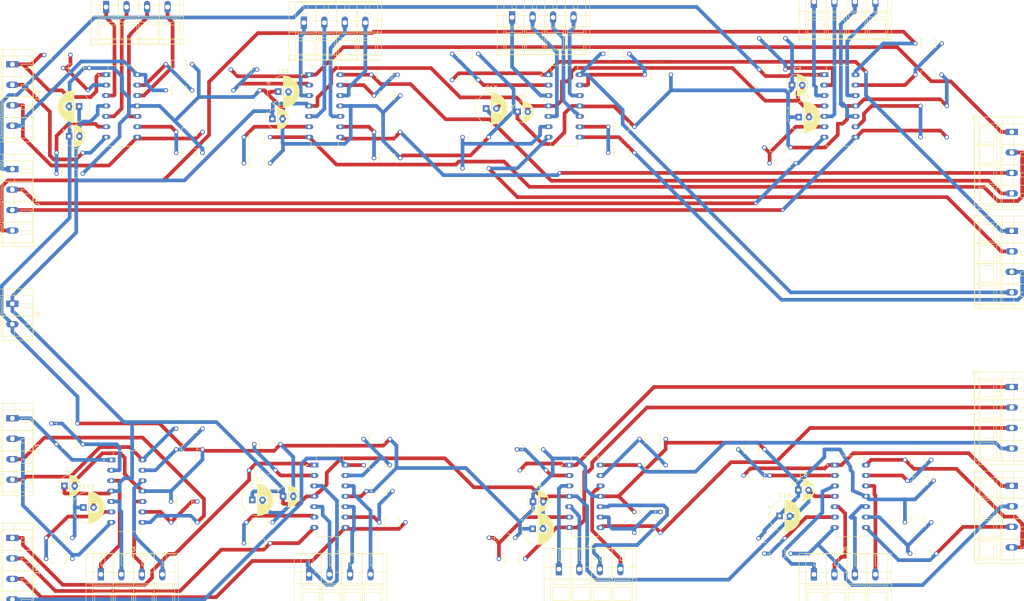
<source format=kicad_pcb>
(kicad_pcb (version 20171130) (host pcbnew "(5.1.5)-3")
  (layers (0 F.Cu signal hide) (31 B.Cu signal) (34 B.Paste user hide) (35 F.Paste user hide) (36 B.SilkS user hide) (37 F.SilkS user hide) (38 B.Mask user) (39 F.Mask user) (44 Edge.Cuts user))
  (net 0 "")
  (net 1 "Net-(J10-Pad4)")
  (net 2 "Net-(R15-Pad1)")
  (net 3 "Net-(J2-Pad4)")
  (net 4 "Net-(J2-Pad3)")
  (net 5 "Net-(R10-Pad1)")
  (net 6 "Net-(J10-Pad3)")
  (net 7 "Net-(J10-Pad2)")
  (net 8 "Net-(R3-Pad1)")
  (net 9 "Net-(J2-Pad2)")
  (net 10 "Net-(J2-Pad1)")
  (net 11 "Net-(R1-Pad1)")
  (net 12 "Net-(J10-Pad1)")
  (net 13 "Net-(J11-Pad4)")
  (net 14 "Net-(R27-Pad2)")
  (net 15 "Net-(J4-Pad4)")
  (net 16 "Net-(J4-Pad3)")
  (net 17 "Net-(R28-Pad1)")
  (net 18 "Net-(J11-Pad3)")
  (net 19 "Net-(J11-Pad2)")
  (net 20 "Net-(R18-Pad1)")
  (net 21 "Net-(J4-Pad2)")
  (net 22 "Net-(J4-Pad1)")
  (net 23 "Net-(R19-Pad1)")
  (net 24 "Net-(J11-Pad1)")
  (net 25 "Net-(J12-Pad4)")
  (net 26 "Net-(R41-Pad2)")
  (net 27 "Net-(J6-Pad4)")
  (net 28 "Net-(J6-Pad3)")
  (net 29 "Net-(R42-Pad1)")
  (net 30 "Net-(J12-Pad3)")
  (net 31 "Net-(J12-Pad2)")
  (net 32 "Net-(R34-Pad1)")
  (net 33 "Net-(J6-Pad2)")
  (net 34 "Net-(J6-Pad1)")
  (net 35 "Net-(R35-Pad1)")
  (net 36 "Net-(J12-Pad1)")
  (net 37 "Net-(J17-Pad4)")
  (net 38 "Net-(R57-Pad2)")
  (net 39 "Net-(J8-Pad4)")
  (net 40 "Net-(J8-Pad3)")
  (net 41 "Net-(R58-Pad1)")
  (net 42 "Net-(J17-Pad3)")
  (net 43 "Net-(J17-Pad2)")
  (net 44 "Net-(R52-Pad1)")
  (net 45 "Net-(J8-Pad2)")
  (net 46 "Net-(J8-Pad1)")
  (net 47 "Net-(R50-Pad1)")
  (net 48 "Net-(J17-Pad1)")
  (net 49 "Net-(J13-Pad4)")
  (net 50 "Net-(R11-Pad2)")
  (net 51 "Net-(J3-Pad4)")
  (net 52 "Net-(J3-Pad3)")
  (net 53 "Net-(R12-Pad1)")
  (net 54 "Net-(J13-Pad3)")
  (net 55 "Net-(J13-Pad2)")
  (net 56 "Net-(R4-Pad1)")
  (net 57 "Net-(J3-Pad2)")
  (net 58 "Net-(J3-Pad1)")
  (net 59 "Net-(R2-Pad1)")
  (net 60 "Net-(J13-Pad1)")
  (net 61 "Net-(J14-Pad4)")
  (net 62 "Net-(R25-Pad2)")
  (net 63 "Net-(J5-Pad4)")
  (net 64 "Net-(J5-Pad3)")
  (net 65 "Net-(R26-Pad1)")
  (net 66 "Net-(J14-Pad3)")
  (net 67 "Net-(J14-Pad2)")
  (net 68 "Net-(R20-Pad1)")
  (net 69 "Net-(J5-Pad2)")
  (net 70 "Net-(J5-Pad1)")
  (net 71 "Net-(R17-Pad1)")
  (net 72 "Net-(J14-Pad1)")
  (net 73 "Net-(J15-Pad4)")
  (net 74 "Net-(R43-Pad2)")
  (net 75 "Net-(J7-Pad4)")
  (net 76 "Net-(J7-Pad3)")
  (net 77 "Net-(R44-Pad1)")
  (net 78 "Net-(J15-Pad3)")
  (net 79 "Net-(J15-Pad2)")
  (net 80 "Net-(R36-Pad1)")
  (net 81 "Net-(J7-Pad2)")
  (net 82 "Net-(J7-Pad1)")
  (net 83 "Net-(R33-Pad1)")
  (net 84 "Net-(J15-Pad1)")
  (net 85 "Net-(J16-Pad4)")
  (net 86 "Net-(R59-Pad2)")
  (net 87 "Net-(J9-Pad4)")
  (net 88 "Net-(J9-Pad3)")
  (net 89 "Net-(R60-Pad1)")
  (net 90 "Net-(J16-Pad3)")
  (net 91 "Net-(J16-Pad2)")
  (net 92 "Net-(R51-Pad2)")
  (net 93 "Net-(J9-Pad2)")
  (net 94 "Net-(J9-Pad1)")
  (net 95 "Net-(R49-Pad1)")
  (net 96 "Net-(J16-Pad1)")
  (net 97 "Net-(C1-Pad2)")
  (net 98 "Net-(C1-Pad1)")
  (module Capacitor_THT:CP_Radial_D7.5mm_P2.50mm (layer F.Cu) (at 220.218 154.6479)
    (fp_text reference C16 (at 1.25 -5) (layer F.SilkS))
    (fp_text value C)
    (pad 2 thru_hole circle (at 2.5 0) (size 1.6 1.6) (drill 0.8) (layers *.Cu *.Mask) (net 98 "Net-(C1-Pad1)"))
    (pad 1 thru_hole rect (at 0 0) (size 1.6 1.6) (drill 0.8) (layers *.Cu *.Mask) (net 97 "Net-(C1-Pad2)"))
  )
  (module Capacitor_THT:CP_Radial_D7.5mm_P2.50mm (layer F.Cu) (at 224.8916 57.3405)
    (fp_text reference C15 (at 1.25 -5) (layer F.SilkS))
    (fp_text value C)
    (pad 2 thru_hole circle (at 2.5 0) (size 1.6 1.6) (drill 0.8) (layers *.Cu *.Mask) (net 98 "Net-(C1-Pad1)"))
    (pad 1 thru_hole rect (at 0 0) (size 1.6 1.6) (drill 0.8) (layers *.Cu *.Mask) (net 97 "Net-(C1-Pad2)"))
  )
  (module Capacitor_THT:CP_Radial_D7.5mm_P2.50mm (layer F.Cu) (at 159.9819 157.7848)
    (fp_text reference C14 (at 1.25 -5) (layer F.SilkS))
    (fp_text value C)
    (pad 2 thru_hole circle (at 2.5 0) (size 1.6 1.6) (drill 0.8) (layers *.Cu *.Mask) (net 98 "Net-(C1-Pad1)"))
    (pad 1 thru_hole rect (at 0 0) (size 1.6 1.6) (drill 0.8) (layers *.Cu *.Mask) (net 97 "Net-(C1-Pad2)"))
  )
  (module Capacitor_THT:CP_Radial_D7.5mm_P2.50mm (layer F.Cu) (at 148.6154 55.2323)
    (fp_text reference C13 (at 1.25 -5) (layer F.SilkS))
    (fp_text value C)
    (pad 2 thru_hole circle (at 2.5 0) (size 1.6 1.6) (drill 0.8) (layers *.Cu *.Mask) (net 98 "Net-(C1-Pad1)"))
    (pad 1 thru_hole rect (at 0 0) (size 1.6 1.6) (drill 0.8) (layers *.Cu *.Mask) (net 97 "Net-(C1-Pad2)"))
  )
  (module Capacitor_THT:CP_Radial_D7.5mm_P2.50mm (layer F.Cu) (at 91.5543 150.7363)
    (fp_text reference C12 (at 1.25 -5) (layer F.SilkS))
    (fp_text value C)
    (pad 2 thru_hole circle (at 2.5 0) (size 1.6 1.6) (drill 0.8) (layers *.Cu *.Mask) (net 97 "Net-(C1-Pad2)"))
    (pad 1 thru_hole rect (at 0 0) (size 1.6 1.6) (drill 0.8) (layers *.Cu *.Mask) (net 98 "Net-(C1-Pad1)"))
  )
  (module Capacitor_THT:CP_Radial_D7.5mm_P2.50mm (layer F.Cu) (at 97.8916 51.1175)
    (fp_text reference C11 (at 1.25 -5) (layer F.SilkS))
    (fp_text value C)
    (pad 2 thru_hole circle (at 2.5 0) (size 1.6 1.6) (drill 0.8) (layers *.Cu *.Mask) (net 98 "Net-(C1-Pad1)"))
    (pad 1 thru_hole rect (at 0 0) (size 1.6 1.6) (drill 0.8) (layers *.Cu *.Mask) (net 97 "Net-(C1-Pad2)"))
  )
  (module Capacitor_THT:CP_Radial_D7.5mm_P2.50mm (layer F.Cu) (at 50.3301 152.5905)
    (fp_text reference C10 (at 1.25 -5) (layer F.SilkS))
    (fp_text value C)
    (pad 2 thru_hole circle (at 2.5 0) (size 1.6 1.6) (drill 0.8) (layers *.Cu *.Mask) (net 98 "Net-(C1-Pad1)"))
    (pad 1 thru_hole rect (at 0 0) (size 1.6 1.6) (drill 0.8) (layers *.Cu *.Mask) (net 97 "Net-(C1-Pad2)"))
  )
  (module Capacitor_THT:CP_Radial_D7.5mm_P2.50mm (layer F.Cu) (at 49.3014 54.7243 180)
    (fp_text reference C9 (at 1.25 -5) (layer F.SilkS))
    (fp_text value C)
    (pad 1 thru_hole rect (at 0 0 180) (size 1.6 1.6) (drill 0.8) (layers *.Cu *.Mask) (net 98 "Net-(C1-Pad1)"))
    (pad 2 thru_hole circle (at 2.5 0 180) (size 1.6 1.6) (drill 0.8) (layers *.Cu *.Mask) (net 97 "Net-(C1-Pad2)"))
  )
  (module Capacitor_THT:CP_Radial_D5.0mm_P2.50mm (layer F.Cu) (at 224.79 148.3233)
    (fp_text reference C8 (at 1.25 -3.75) (layer F.SilkS))
    (fp_text value C)
    (pad 2 thru_hole circle (at 2.5 0) (size 1.6 1.6) (drill 0.8) (layers *.Cu *.Mask) (net 98 "Net-(C1-Pad1)"))
    (pad 1 thru_hole rect (at 0 0) (size 1.6 1.6) (drill 0.8) (layers *.Cu *.Mask) (net 97 "Net-(C1-Pad2)"))
  )
  (module Capacitor_THT:CP_Radial_D5.0mm_P2.50mm (layer F.Cu) (at 223.2533 49.5173)
    (fp_text reference C7 (at 1.25 -3.75) (layer F.SilkS))
    (fp_text value C)
    (pad 2 thru_hole circle (at 2.5 0) (size 1.6 1.6) (drill 0.8) (layers *.Cu *.Mask) (net 98 "Net-(C1-Pad1)"))
    (pad 1 thru_hole rect (at 0 0) (size 1.6 1.6) (drill 0.8) (layers *.Cu *.Mask) (net 97 "Net-(C1-Pad2)"))
  )
  (module Capacitor_THT:CP_Radial_D5.0mm_P2.50mm (layer F.Cu) (at 160.06 151.13)
    (fp_text reference C6 (at 1.25 -3.75) (layer F.SilkS))
    (fp_text value C)
    (pad 2 thru_hole circle (at 2.5 0) (size 1.6 1.6) (drill 0.8) (layers *.Cu *.Mask) (net 98 "Net-(C1-Pad1)"))
    (pad 1 thru_hole rect (at 0 0) (size 1.6 1.6) (drill 0.8) (layers *.Cu *.Mask) (net 97 "Net-(C1-Pad2)"))
  )
  (module Capacitor_THT:CP_Radial_D5.0mm_P2.50mm (layer F.Cu) (at 156.2862 56.0324)
    (fp_text reference C5 (at 1.25 -3.75) (layer F.SilkS))
    (fp_text value C)
    (pad 2 thru_hole circle (at 2.5 0) (size 1.6 1.6) (drill 0.8) (layers *.Cu *.Mask) (net 98 "Net-(C1-Pad1)"))
    (pad 1 thru_hole rect (at 0 0) (size 1.6 1.6) (drill 0.8) (layers *.Cu *.Mask) (net 97 "Net-(C1-Pad2)"))
  )
  (module Capacitor_THT:CP_Radial_D5.0mm_P2.50mm (layer F.Cu) (at 99.06 149.86)
    (fp_text reference C4 (at 1.25 -3.75) (layer F.SilkS))
    (fp_text value C)
    (pad 2 thru_hole circle (at 2.5 0) (size 1.6 1.6) (drill 0.8) (layers *.Cu *.Mask) (net 97 "Net-(C1-Pad2)"))
    (pad 1 thru_hole rect (at 0 0) (size 1.6 1.6) (drill 0.8) (layers *.Cu *.Mask) (net 98 "Net-(C1-Pad1)"))
  )
  (module Capacitor_THT:CP_Radial_D5.0mm_P2.50mm (layer F.Cu) (at 46.863 62.0014)
    (fp_text reference C3 (at 1.25 -3.75) (layer F.SilkS))
    (fp_text value C)
    (pad 2 thru_hole circle (at 2.5 0) (size 1.6 1.6) (drill 0.8) (layers *.Cu *.Mask) (net 98 "Net-(C1-Pad1)"))
    (pad 1 thru_hole rect (at 0 0) (size 1.6 1.6) (drill 0.8) (layers *.Cu *.Mask) (net 97 "Net-(C1-Pad2)"))
  )
  (module Capacitor_THT:CP_Radial_D5.0mm_P2.50mm (layer F.Cu) (at 45.72 147.32)
    (fp_text reference C2 (at 1.25 -3.75) (layer F.SilkS))
    (fp_text value CP)
    (pad 2 thru_hole circle (at 2.5 0) (size 1.6 1.6) (drill 0.8) (layers *.Cu *.Mask) (net 97 "Net-(C1-Pad2)"))
    (pad 1 thru_hole rect (at 0 0) (size 1.6 1.6) (drill 0.8) (layers *.Cu *.Mask) (net 98 "Net-(C1-Pad1)"))
  )
  (module Capacitor_THT:CP_Radial_D5.0mm_P2.50mm (layer F.Cu) (at 96.4438 57.7596)
    (fp_text reference C1 (at 1.25 -3.75) (layer F.SilkS))
    (fp_text value C)
    (pad 2 thru_hole circle (at 2.5 0) (size 1.6 1.6) (drill 0.8) (layers *.Cu *.Mask) (net 97 "Net-(C1-Pad2)"))
    (pad 1 thru_hole rect (at 0 0) (size 1.6 1.6) (drill 0.8) (layers *.Cu *.Mask) (net 98 "Net-(C1-Pad1)"))
  )
  (module LM324N:DIP762W45P254L1969H508Q14 (layer F.Cu) (at 110.49 149.86)
    (fp_text reference U5 (at -0.055 -11.389) (layer F.SilkS) (effects (font (size 1.4 1.4) (thickness 0.015))))
    (fp_text value LM324N)
    (pad 14 thru_hole oval (at 3.81 -7.62) (size 2 1.14) (drill 0.74) (layers *.Cu *.Mask) (net 61 "Net-(J14-Pad4)"))
    (pad 13 thru_hole oval (at 3.81 -5.08) (size 2 1.14) (drill 0.74) (layers *.Cu *.Mask) (net 62 "Net-(R25-Pad2)"))
    (pad 12 thru_hole oval (at 3.81 -2.54) (size 2 1.14) (drill 0.74) (layers *.Cu *.Mask) (net 63 "Net-(J5-Pad4)"))
    (pad 11 thru_hole oval (at 3.81 0) (size 2 1.14) (drill 0.74) (layers *.Cu *.Mask) (net 97 "Net-(C1-Pad2)"))
    (pad 10 thru_hole oval (at 3.81 2.54) (size 2 1.14) (drill 0.74) (layers *.Cu *.Mask) (net 64 "Net-(J5-Pad3)"))
    (pad 9 thru_hole oval (at 3.81 5.08) (size 2 1.14) (drill 0.74) (layers *.Cu *.Mask) (net 65 "Net-(R26-Pad1)"))
    (pad 8 thru_hole oval (at 3.81 7.62) (size 2 1.14) (drill 0.74) (layers *.Cu *.Mask) (net 66 "Net-(J14-Pad3)"))
    (pad 7 thru_hole oval (at -3.81 7.62) (size 2 1.14) (drill 0.74) (layers *.Cu *.Mask) (net 67 "Net-(J14-Pad2)"))
    (pad 6 thru_hole oval (at -3.81 5.08) (size 2 1.14) (drill 0.74) (layers *.Cu *.Mask) (net 68 "Net-(R20-Pad1)"))
    (pad 5 thru_hole oval (at -3.81 2.54) (size 2 1.14) (drill 0.74) (layers *.Cu *.Mask) (net 69 "Net-(J5-Pad2)"))
    (pad 4 thru_hole oval (at -3.81 0) (size 2 1.14) (drill 0.74) (layers *.Cu *.Mask) (net 98 "Net-(C1-Pad1)"))
    (pad 3 thru_hole oval (at -3.81 -2.54) (size 2 1.14) (drill 0.74) (layers *.Cu *.Mask) (net 70 "Net-(J5-Pad1)"))
    (pad 2 thru_hole oval (at -3.81 -5.08) (size 2 1.14) (drill 0.74) (layers *.Cu *.Mask) (net 71 "Net-(R17-Pad1)"))
    (pad 1 thru_hole rect (at -3.81 -7.62) (size 2 1.14) (drill 0.74) (layers *.Cu *.Mask) (net 72 "Net-(J14-Pad1)"))
  )
  (module LM324N:DIP762W45P254L1969H508Q14 (layer F.Cu) (at 60.96 148.59)
    (fp_text reference U4 (at -0.055 -11.389) (layer F.SilkS) (effects (font (size 1.4 1.4) (thickness 0.015))))
    (fp_text value LM324N)
    (pad 14 thru_hole oval (at 3.81 -7.62) (size 2 1.14) (drill 0.74) (layers *.Cu *.Mask) (net 49 "Net-(J13-Pad4)"))
    (pad 13 thru_hole oval (at 3.81 -5.08) (size 2 1.14) (drill 0.74) (layers *.Cu *.Mask) (net 50 "Net-(R11-Pad2)"))
    (pad 12 thru_hole oval (at 3.81 -2.54) (size 2 1.14) (drill 0.74) (layers *.Cu *.Mask) (net 51 "Net-(J3-Pad4)"))
    (pad 11 thru_hole oval (at 3.81 0) (size 2 1.14) (drill 0.74) (layers *.Cu *.Mask) (net 97 "Net-(C1-Pad2)"))
    (pad 10 thru_hole oval (at 3.81 2.54) (size 2 1.14) (drill 0.74) (layers *.Cu *.Mask) (net 52 "Net-(J3-Pad3)"))
    (pad 9 thru_hole oval (at 3.81 5.08) (size 2 1.14) (drill 0.74) (layers *.Cu *.Mask) (net 53 "Net-(R12-Pad1)"))
    (pad 8 thru_hole oval (at 3.81 7.62) (size 2 1.14) (drill 0.74) (layers *.Cu *.Mask) (net 54 "Net-(J13-Pad3)"))
    (pad 7 thru_hole oval (at -3.81 7.62) (size 2 1.14) (drill 0.74) (layers *.Cu *.Mask) (net 55 "Net-(J13-Pad2)"))
    (pad 6 thru_hole oval (at -3.81 5.08) (size 2 1.14) (drill 0.74) (layers *.Cu *.Mask) (net 56 "Net-(R4-Pad1)"))
    (pad 5 thru_hole oval (at -3.81 2.54) (size 2 1.14) (drill 0.74) (layers *.Cu *.Mask) (net 57 "Net-(J3-Pad2)"))
    (pad 4 thru_hole oval (at -3.81 0) (size 2 1.14) (drill 0.74) (layers *.Cu *.Mask) (net 98 "Net-(C1-Pad1)"))
    (pad 3 thru_hole oval (at -3.81 -2.54) (size 2 1.14) (drill 0.74) (layers *.Cu *.Mask) (net 58 "Net-(J3-Pad1)"))
    (pad 2 thru_hole oval (at -3.81 -5.08) (size 2 1.14) (drill 0.74) (layers *.Cu *.Mask) (net 59 "Net-(R2-Pad1)"))
    (pad 1 thru_hole rect (at -3.81 -7.62) (size 2 1.14) (drill 0.74) (layers *.Cu *.Mask) (net 60 "Net-(J13-Pad1)"))
  )
  (module LM324N:DIP762W45P254L1969H508Q14 (layer F.Cu) (at 59.69 54.61)
    (fp_text reference U0 (at -0.055 -11.389) (layer F.SilkS) (effects (font (size 1.4 1.4) (thickness 0.015))))
    (fp_text value LM324N)
    (pad 14 thru_hole oval (at 3.81 -7.62) (size 2 1.14) (drill 0.74) (layers *.Cu *.Mask) (net 1 "Net-(J10-Pad4)"))
    (pad 13 thru_hole oval (at 3.81 -5.08) (size 2 1.14) (drill 0.74) (layers *.Cu *.Mask) (net 2 "Net-(R15-Pad1)"))
    (pad 12 thru_hole oval (at 3.81 -2.54) (size 2 1.14) (drill 0.74) (layers *.Cu *.Mask) (net 3 "Net-(J2-Pad4)"))
    (pad 11 thru_hole oval (at 3.81 0) (size 2 1.14) (drill 0.74) (layers *.Cu *.Mask) (net 97 "Net-(C1-Pad2)"))
    (pad 10 thru_hole oval (at 3.81 2.54) (size 2 1.14) (drill 0.74) (layers *.Cu *.Mask) (net 4 "Net-(J2-Pad3)"))
    (pad 9 thru_hole oval (at 3.81 5.08) (size 2 1.14) (drill 0.74) (layers *.Cu *.Mask) (net 5 "Net-(R10-Pad1)"))
    (pad 8 thru_hole oval (at 3.81 7.62) (size 2 1.14) (drill 0.74) (layers *.Cu *.Mask) (net 6 "Net-(J10-Pad3)"))
    (pad 7 thru_hole oval (at -3.81 7.62) (size 2 1.14) (drill 0.74) (layers *.Cu *.Mask) (net 7 "Net-(J10-Pad2)"))
    (pad 6 thru_hole oval (at -3.81 5.08) (size 2 1.14) (drill 0.74) (layers *.Cu *.Mask) (net 8 "Net-(R3-Pad1)"))
    (pad 5 thru_hole oval (at -3.81 2.54) (size 2 1.14) (drill 0.74) (layers *.Cu *.Mask) (net 9 "Net-(J2-Pad2)"))
    (pad 4 thru_hole oval (at -3.81 0) (size 2 1.14) (drill 0.74) (layers *.Cu *.Mask) (net 98 "Net-(C1-Pad1)"))
    (pad 3 thru_hole oval (at -3.81 -2.54) (size 2 1.14) (drill 0.74) (layers *.Cu *.Mask) (net 10 "Net-(J2-Pad1)"))
    (pad 2 thru_hole oval (at -3.81 -5.08) (size 2 1.14) (drill 0.74) (layers *.Cu *.Mask) (net 11 "Net-(R1-Pad1)"))
    (pad 1 thru_hole rect (at -3.81 -7.62) (size 2 1.14) (drill 0.74) (layers *.Cu *.Mask) (net 12 "Net-(J10-Pad1)"))
  )
  (module LM324N:DIP762W45P254L1969H508Q14 (layer F.Cu) (at 167.64 54.61)
    (fp_text reference U2 (at -0.055 -11.389) (layer F.SilkS) (effects (font (size 1.4 1.4) (thickness 0.015))))
    (fp_text value LM324N)
    (pad 14 thru_hole oval (at 3.81 -7.62) (size 2 1.14) (drill 0.74) (layers *.Cu *.Mask) (net 25 "Net-(J12-Pad4)"))
    (pad 13 thru_hole oval (at 3.81 -5.08) (size 2 1.14) (drill 0.74) (layers *.Cu *.Mask) (net 26 "Net-(R41-Pad2)"))
    (pad 12 thru_hole oval (at 3.81 -2.54) (size 2 1.14) (drill 0.74) (layers *.Cu *.Mask) (net 27 "Net-(J6-Pad4)"))
    (pad 11 thru_hole oval (at 3.81 0) (size 2 1.14) (drill 0.74) (layers *.Cu *.Mask) (net 97 "Net-(C1-Pad2)"))
    (pad 10 thru_hole oval (at 3.81 2.54) (size 2 1.14) (drill 0.74) (layers *.Cu *.Mask) (net 28 "Net-(J6-Pad3)"))
    (pad 9 thru_hole oval (at 3.81 5.08) (size 2 1.14) (drill 0.74) (layers *.Cu *.Mask) (net 29 "Net-(R42-Pad1)"))
    (pad 8 thru_hole oval (at 3.81 7.62) (size 2 1.14) (drill 0.74) (layers *.Cu *.Mask) (net 30 "Net-(J12-Pad3)"))
    (pad 7 thru_hole oval (at -3.81 7.62) (size 2 1.14) (drill 0.74) (layers *.Cu *.Mask) (net 31 "Net-(J12-Pad2)"))
    (pad 6 thru_hole oval (at -3.81 5.08) (size 2 1.14) (drill 0.74) (layers *.Cu *.Mask) (net 32 "Net-(R34-Pad1)"))
    (pad 5 thru_hole oval (at -3.81 2.54) (size 2 1.14) (drill 0.74) (layers *.Cu *.Mask) (net 33 "Net-(J6-Pad2)"))
    (pad 4 thru_hole oval (at -3.81 0) (size 2 1.14) (drill 0.74) (layers *.Cu *.Mask) (net 98 "Net-(C1-Pad1)"))
    (pad 3 thru_hole oval (at -3.81 -2.54) (size 2 1.14) (drill 0.74) (layers *.Cu *.Mask) (net 34 "Net-(J6-Pad1)"))
    (pad 2 thru_hole oval (at -3.81 -5.08) (size 2 1.14) (drill 0.74) (layers *.Cu *.Mask) (net 35 "Net-(R35-Pad1)"))
    (pad 1 thru_hole rect (at -3.81 -7.62) (size 2 1.14) (drill 0.74) (layers *.Cu *.Mask) (net 36 "Net-(J12-Pad1)"))
  )
  (module LM324N:DIP762W45P254L1969H508Q14 (layer F.Cu) (at 237.49 149.86)
    (fp_text reference U7 (at -0.055 -11.389) (layer F.SilkS) (effects (font (size 1.4 1.4) (thickness 0.015))))
    (fp_text value LM324N)
    (pad 14 thru_hole oval (at 3.81 -7.62) (size 2 1.14) (drill 0.74) (layers *.Cu *.Mask) (net 85 "Net-(J16-Pad4)"))
    (pad 13 thru_hole oval (at 3.81 -5.08) (size 2 1.14) (drill 0.74) (layers *.Cu *.Mask) (net 86 "Net-(R59-Pad2)"))
    (pad 12 thru_hole oval (at 3.81 -2.54) (size 2 1.14) (drill 0.74) (layers *.Cu *.Mask) (net 87 "Net-(J9-Pad4)"))
    (pad 11 thru_hole oval (at 3.81 0) (size 2 1.14) (drill 0.74) (layers *.Cu *.Mask) (net 97 "Net-(C1-Pad2)"))
    (pad 10 thru_hole oval (at 3.81 2.54) (size 2 1.14) (drill 0.74) (layers *.Cu *.Mask) (net 88 "Net-(J9-Pad3)"))
    (pad 9 thru_hole oval (at 3.81 5.08) (size 2 1.14) (drill 0.74) (layers *.Cu *.Mask) (net 89 "Net-(R60-Pad1)"))
    (pad 8 thru_hole oval (at 3.81 7.62) (size 2 1.14) (drill 0.74) (layers *.Cu *.Mask) (net 90 "Net-(J16-Pad3)"))
    (pad 7 thru_hole oval (at -3.81 7.62) (size 2 1.14) (drill 0.74) (layers *.Cu *.Mask) (net 91 "Net-(J16-Pad2)"))
    (pad 6 thru_hole oval (at -3.81 5.08) (size 2 1.14) (drill 0.74) (layers *.Cu *.Mask) (net 92 "Net-(R51-Pad2)"))
    (pad 5 thru_hole oval (at -3.81 2.54) (size 2 1.14) (drill 0.74) (layers *.Cu *.Mask) (net 93 "Net-(J9-Pad2)"))
    (pad 4 thru_hole oval (at -3.81 0) (size 2 1.14) (drill 0.74) (layers *.Cu *.Mask) (net 98 "Net-(C1-Pad1)"))
    (pad 3 thru_hole oval (at -3.81 -2.54) (size 2 1.14) (drill 0.74) (layers *.Cu *.Mask) (net 94 "Net-(J9-Pad1)"))
    (pad 2 thru_hole oval (at -3.81 -5.08) (size 2 1.14) (drill 0.74) (layers *.Cu *.Mask) (net 95 "Net-(R49-Pad1)"))
    (pad 1 thru_hole rect (at -3.81 -7.62) (size 2 1.14) (drill 0.74) (layers *.Cu *.Mask) (net 96 "Net-(J16-Pad1)"))
  )
  (module LM324N:DIP762W45P254L1969H508Q14 (layer F.Cu) (at 172.72 149.86)
    (fp_text reference U6 (at -0.055 -11.389) (layer F.SilkS) (effects (font (size 1.4 1.4) (thickness 0.015))))
    (fp_text value LM324N)
    (pad 14 thru_hole oval (at 3.81 -7.62) (size 2 1.14) (drill 0.74) (layers *.Cu *.Mask) (net 73 "Net-(J15-Pad4)"))
    (pad 13 thru_hole oval (at 3.81 -5.08) (size 2 1.14) (drill 0.74) (layers *.Cu *.Mask) (net 74 "Net-(R43-Pad2)"))
    (pad 12 thru_hole oval (at 3.81 -2.54) (size 2 1.14) (drill 0.74) (layers *.Cu *.Mask) (net 75 "Net-(J7-Pad4)"))
    (pad 11 thru_hole oval (at 3.81 0) (size 2 1.14) (drill 0.74) (layers *.Cu *.Mask) (net 97 "Net-(C1-Pad2)"))
    (pad 10 thru_hole oval (at 3.81 2.54) (size 2 1.14) (drill 0.74) (layers *.Cu *.Mask) (net 76 "Net-(J7-Pad3)"))
    (pad 9 thru_hole oval (at 3.81 5.08) (size 2 1.14) (drill 0.74) (layers *.Cu *.Mask) (net 77 "Net-(R44-Pad1)"))
    (pad 8 thru_hole oval (at 3.81 7.62) (size 2 1.14) (drill 0.74) (layers *.Cu *.Mask) (net 78 "Net-(J15-Pad3)"))
    (pad 7 thru_hole oval (at -3.81 7.62) (size 2 1.14) (drill 0.74) (layers *.Cu *.Mask) (net 79 "Net-(J15-Pad2)"))
    (pad 6 thru_hole oval (at -3.81 5.08) (size 2 1.14) (drill 0.74) (layers *.Cu *.Mask) (net 80 "Net-(R36-Pad1)"))
    (pad 5 thru_hole oval (at -3.81 2.54) (size 2 1.14) (drill 0.74) (layers *.Cu *.Mask) (net 81 "Net-(J7-Pad2)"))
    (pad 4 thru_hole oval (at -3.81 0) (size 2 1.14) (drill 0.74) (layers *.Cu *.Mask) (net 98 "Net-(C1-Pad1)"))
    (pad 3 thru_hole oval (at -3.81 -2.54) (size 2 1.14) (drill 0.74) (layers *.Cu *.Mask) (net 82 "Net-(J7-Pad1)"))
    (pad 2 thru_hole oval (at -3.81 -5.08) (size 2 1.14) (drill 0.74) (layers *.Cu *.Mask) (net 83 "Net-(R33-Pad1)"))
    (pad 1 thru_hole rect (at -3.81 -7.62) (size 2 1.14) (drill 0.74) (layers *.Cu *.Mask) (net 84 "Net-(J15-Pad1)"))
  )
  (module LM324N:DIP762W45P254L1969H508Q14 (layer F.Cu) (at 234.95 54.61)
    (fp_text reference U3 (at -0.055 -11.389) (layer F.SilkS) (effects (font (size 1.4 1.4) (thickness 0.015))))
    (fp_text value LM324N)
    (pad 14 thru_hole oval (at 3.81 -7.62) (size 2 1.14) (drill 0.74) (layers *.Cu *.Mask) (net 37 "Net-(J17-Pad4)"))
    (pad 13 thru_hole oval (at 3.81 -5.08) (size 2 1.14) (drill 0.74) (layers *.Cu *.Mask) (net 38 "Net-(R57-Pad2)"))
    (pad 12 thru_hole oval (at 3.81 -2.54) (size 2 1.14) (drill 0.74) (layers *.Cu *.Mask) (net 39 "Net-(J8-Pad4)"))
    (pad 11 thru_hole oval (at 3.81 0) (size 2 1.14) (drill 0.74) (layers *.Cu *.Mask) (net 97 "Net-(C1-Pad2)"))
    (pad 10 thru_hole oval (at 3.81 2.54) (size 2 1.14) (drill 0.74) (layers *.Cu *.Mask) (net 40 "Net-(J8-Pad3)"))
    (pad 9 thru_hole oval (at 3.81 5.08) (size 2 1.14) (drill 0.74) (layers *.Cu *.Mask) (net 41 "Net-(R58-Pad1)"))
    (pad 8 thru_hole oval (at 3.81 7.62) (size 2 1.14) (drill 0.74) (layers *.Cu *.Mask) (net 42 "Net-(J17-Pad3)"))
    (pad 7 thru_hole oval (at -3.81 7.62) (size 2 1.14) (drill 0.74) (layers *.Cu *.Mask) (net 43 "Net-(J17-Pad2)"))
    (pad 6 thru_hole oval (at -3.81 5.08) (size 2 1.14) (drill 0.74) (layers *.Cu *.Mask) (net 44 "Net-(R52-Pad1)"))
    (pad 5 thru_hole oval (at -3.81 2.54) (size 2 1.14) (drill 0.74) (layers *.Cu *.Mask) (net 45 "Net-(J8-Pad2)"))
    (pad 4 thru_hole oval (at -3.81 0) (size 2 1.14) (drill 0.74) (layers *.Cu *.Mask) (net 98 "Net-(C1-Pad1)"))
    (pad 3 thru_hole oval (at -3.81 -2.54) (size 2 1.14) (drill 0.74) (layers *.Cu *.Mask) (net 46 "Net-(J8-Pad1)"))
    (pad 2 thru_hole oval (at -3.81 -5.08) (size 2 1.14) (drill 0.74) (layers *.Cu *.Mask) (net 47 "Net-(R50-Pad1)"))
    (pad 1 thru_hole rect (at -3.81 -7.62) (size 2 1.14) (drill 0.74) (layers *.Cu *.Mask) (net 48 "Net-(J17-Pad1)"))
  )
  (module LM324N:DIP762W45P254L1969H508Q14 (layer F.Cu) (at 109.22 54.61)
    (fp_text reference U1 (at -0.055 -11.389) (layer F.SilkS) (effects (font (size 1.4 1.4) (thickness 0.015))))
    (fp_text value LM324N)
    (pad 14 thru_hole oval (at 3.81 -7.62) (size 2 1.14) (drill 0.74) (layers *.Cu *.Mask) (net 13 "Net-(J11-Pad4)"))
    (pad 13 thru_hole oval (at 3.81 -5.08) (size 2 1.14) (drill 0.74) (layers *.Cu *.Mask) (net 14 "Net-(R27-Pad2)"))
    (pad 12 thru_hole oval (at 3.81 -2.54) (size 2 1.14) (drill 0.74) (layers *.Cu *.Mask) (net 15 "Net-(J4-Pad4)"))
    (pad 11 thru_hole oval (at 3.81 0) (size 2 1.14) (drill 0.74) (layers *.Cu *.Mask) (net 97 "Net-(C1-Pad2)"))
    (pad 10 thru_hole oval (at 3.81 2.54) (size 2 1.14) (drill 0.74) (layers *.Cu *.Mask) (net 16 "Net-(J4-Pad3)"))
    (pad 9 thru_hole oval (at 3.81 5.08) (size 2 1.14) (drill 0.74) (layers *.Cu *.Mask) (net 17 "Net-(R28-Pad1)"))
    (pad 8 thru_hole oval (at 3.81 7.62) (size 2 1.14) (drill 0.74) (layers *.Cu *.Mask) (net 18 "Net-(J11-Pad3)"))
    (pad 7 thru_hole oval (at -3.81 7.62) (size 2 1.14) (drill 0.74) (layers *.Cu *.Mask) (net 19 "Net-(J11-Pad2)"))
    (pad 6 thru_hole oval (at -3.81 5.08) (size 2 1.14) (drill 0.74) (layers *.Cu *.Mask) (net 20 "Net-(R18-Pad1)"))
    (pad 5 thru_hole oval (at -3.81 2.54) (size 2 1.14) (drill 0.74) (layers *.Cu *.Mask) (net 21 "Net-(J4-Pad2)"))
    (pad 4 thru_hole oval (at -3.81 0) (size 2 1.14) (drill 0.74) (layers *.Cu *.Mask) (net 98 "Net-(C1-Pad1)"))
    (pad 3 thru_hole oval (at -3.81 -2.54) (size 2 1.14) (drill 0.74) (layers *.Cu *.Mask) (net 22 "Net-(J4-Pad1)"))
    (pad 2 thru_hole oval (at -3.81 -5.08) (size 2 1.14) (drill 0.74) (layers *.Cu *.Mask) (net 23 "Net-(R19-Pad1)"))
    (pad 1 thru_hole rect (at -3.81 -7.62) (size 2 1.14) (drill 0.74) (layers *.Cu *.Mask) (net 24 "Net-(J11-Pad1)"))
  )
  (module TerminalBlock_WAGO:TerminalBlock_WAGO_236-104_1x04_P5.00mm_45Degree (layer F.Cu) (at 55.88 30.48)
    (fp_text reference J2 (at 7.65 -6.12) (layer F.SilkS))
    (fp_text value Screw_Terminal_01x04)
    (pad 4 thru_hole oval (at 15 0) (size 1.5 3) (drill 1.15) (layers *.Cu *.Mask) (net 3 "Net-(J2-Pad4)"))
    (pad 3 thru_hole oval (at 10 0) (size 1.5 3) (drill 1.15) (layers *.Cu *.Mask) (net 4 "Net-(J2-Pad3)"))
    (pad 2 thru_hole oval (at 5 0) (size 1.5 3) (drill 1.15) (layers *.Cu *.Mask) (net 9 "Net-(J2-Pad2)"))
    (pad 1 thru_hole rect (at 0 0) (size 1.5 3) (drill 1.15) (layers *.Cu *.Mask) (net 10 "Net-(J2-Pad1)"))
  )
  (module TerminalBlock_WAGO:TerminalBlock_WAGO_236-104_1x04_P5.00mm_45Degree (layer F.Cu) (at 104.14 34.29)
    (fp_text reference J4 (at 7.65 -6.12) (layer F.SilkS))
    (fp_text value Screw_Terminal_01x04)
    (pad 4 thru_hole oval (at 15 0) (size 1.5 3) (drill 1.15) (layers *.Cu *.Mask) (net 15 "Net-(J4-Pad4)"))
    (pad 3 thru_hole oval (at 10 0) (size 1.5 3) (drill 1.15) (layers *.Cu *.Mask) (net 16 "Net-(J4-Pad3)"))
    (pad 2 thru_hole oval (at 5 0) (size 1.5 3) (drill 1.15) (layers *.Cu *.Mask) (net 21 "Net-(J4-Pad2)"))
    (pad 1 thru_hole rect (at 0 0) (size 1.5 3) (drill 1.15) (layers *.Cu *.Mask) (net 22 "Net-(J4-Pad1)"))
  )
  (module TerminalBlock_WAGO:TerminalBlock_WAGO_236-104_1x04_P5.00mm_45Degree (layer F.Cu) (at 276.86 60.96 270)
    (fp_text reference J11 (at 7.65 -6.12 90) (layer F.SilkS))
    (fp_text value Screw_Terminal_01x04)
    (pad 4 thru_hole oval (at 15 0 270) (size 1.5 3) (drill 1.15) (layers *.Cu *.Mask) (net 13 "Net-(J11-Pad4)"))
    (pad 3 thru_hole oval (at 10 0 270) (size 1.5 3) (drill 1.15) (layers *.Cu *.Mask) (net 18 "Net-(J11-Pad3)"))
    (pad 2 thru_hole oval (at 5 0 270) (size 1.5 3) (drill 1.15) (layers *.Cu *.Mask) (net 19 "Net-(J11-Pad2)"))
    (pad 1 thru_hole rect (at 0 0 270) (size 1.5 3) (drill 1.15) (layers *.Cu *.Mask) (net 24 "Net-(J11-Pad1)"))
  )
  (module TerminalBlock_WAGO:TerminalBlock_WAGO_236-104_1x04_P5.00mm_45Degree (layer F.Cu) (at 276.86 147.32 270)
    (fp_text reference J16 (at 7.65 -6.12 90) (layer F.SilkS))
    (fp_text value Screw_Terminal_01x04)
    (pad 4 thru_hole oval (at 15 0 270) (size 1.5 3) (drill 1.15) (layers *.Cu *.Mask) (net 85 "Net-(J16-Pad4)"))
    (pad 3 thru_hole oval (at 10 0 270) (size 1.5 3) (drill 1.15) (layers *.Cu *.Mask) (net 90 "Net-(J16-Pad3)"))
    (pad 2 thru_hole oval (at 5 0 270) (size 1.5 3) (drill 1.15) (layers *.Cu *.Mask) (net 91 "Net-(J16-Pad2)"))
    (pad 1 thru_hole rect (at 0 0 270) (size 1.5 3) (drill 1.15) (layers *.Cu *.Mask) (net 96 "Net-(J16-Pad1)"))
  )
  (module Resistor_ThroughHole:RESAD640W45L370D200 (layer F.Cu) (at 95.25 137.16)
    (fp_text reference R17 (at 0 -3.185085) (layer F.SilkS) (effects (font (size 1.003173 1.003173) (thickness 0.015))))
    (fp_text value R_Small_US)
    (pad 2 thru_hole circle (at 3.2 0) (size 1.1 1.1) (drill 0.7) (layers *.Cu *.Mask) (net 97 "Net-(C1-Pad2)"))
    (pad 1 thru_hole circle (at -3.2 0) (size 1.1 1.1) (drill 0.7) (layers *.Cu *.Mask) (net 71 "Net-(R17-Pad1)"))
  )
  (module Resistor_ThroughHole:RESAD640W45L370D200 (layer F.Cu) (at 76.2 138.43)
    (fp_text reference R16 (at 0 -3.185085) (layer F.SilkS) (effects (font (size 1.003173 1.003173) (thickness 0.015))))
    (fp_text value R_Small_US)
    (pad 2 thru_hole circle (at 3.2 0) (size 1.1 1.1) (drill 0.7) (layers *.Cu *.Mask) (net 97 "Net-(C1-Pad2)"))
    (pad 1 thru_hole circle (at -3.2 0) (size 1.1 1.1) (drill 0.7) (layers *.Cu *.Mask) (net 50 "Net-(R11-Pad2)"))
  )
  (module TerminalBlock_WAGO:TerminalBlock_WAGO_236-104_1x04_P5.00mm_45Degree (layer F.Cu) (at 33.02 130.81 270)
    (fp_text reference J13 (at 7.65 -6.12 90) (layer F.SilkS))
    (fp_text value Screw_Terminal_01x04)
    (pad 4 thru_hole oval (at 15 0 270) (size 1.5 3) (drill 1.15) (layers *.Cu *.Mask) (net 49 "Net-(J13-Pad4)"))
    (pad 3 thru_hole oval (at 10 0 270) (size 1.5 3) (drill 1.15) (layers *.Cu *.Mask) (net 54 "Net-(J13-Pad3)"))
    (pad 2 thru_hole oval (at 5 0 270) (size 1.5 3) (drill 1.15) (layers *.Cu *.Mask) (net 55 "Net-(J13-Pad2)"))
    (pad 1 thru_hole rect (at 0 0 270) (size 1.5 3) (drill 1.15) (layers *.Cu *.Mask) (net 60 "Net-(J13-Pad1)"))
  )
  (module TerminalBlock_WAGO:TerminalBlock_WAGO_236-104_1x04_P5.00mm_45Degree (layer F.Cu) (at 33.02 70.01 270)
    (fp_text reference J17 (at 7.65 -6.12 90) (layer F.SilkS))
    (fp_text value Screw_Terminal_01x04)
    (pad 4 thru_hole oval (at 15 0 270) (size 1.5 3) (drill 1.15) (layers *.Cu *.Mask) (net 37 "Net-(J17-Pad4)"))
    (pad 3 thru_hole oval (at 10 0 270) (size 1.5 3) (drill 1.15) (layers *.Cu *.Mask) (net 42 "Net-(J17-Pad3)"))
    (pad 2 thru_hole oval (at 5 0 270) (size 1.5 3) (drill 1.15) (layers *.Cu *.Mask) (net 43 "Net-(J17-Pad2)"))
    (pad 1 thru_hole rect (at 0 0 270) (size 1.5 3) (drill 1.15) (layers *.Cu *.Mask) (net 48 "Net-(J17-Pad1)"))
  )
  (module TerminalBlock_WAGO:TerminalBlock_WAGO_236-104_1x04_P5.00mm_45Degree (layer F.Cu) (at 276.86 123.19 270)
    (fp_text reference J15 (at 7.65 -6.12 90) (layer F.SilkS))
    (fp_text value Screw_Terminal_01x04)
    (pad 4 thru_hole oval (at 15 0 270) (size 1.5 3) (drill 1.15) (layers *.Cu *.Mask) (net 73 "Net-(J15-Pad4)"))
    (pad 3 thru_hole oval (at 10 0 270) (size 1.5 3) (drill 1.15) (layers *.Cu *.Mask) (net 78 "Net-(J15-Pad3)"))
    (pad 2 thru_hole oval (at 5 0 270) (size 1.5 3) (drill 1.15) (layers *.Cu *.Mask) (net 79 "Net-(J15-Pad2)"))
    (pad 1 thru_hole rect (at 0 0 270) (size 1.5 3) (drill 1.15) (layers *.Cu *.Mask) (net 84 "Net-(J15-Pad1)"))
  )
  (module TerminalBlock_WAGO:TerminalBlock_WAGO_236-104_1x04_P5.00mm_45Degree (layer F.Cu) (at 33.02 160.02 270)
    (fp_text reference J14 (at 7.65 -6.12 90) (layer F.SilkS))
    (fp_text value Screw_Terminal_01x04)
    (pad 4 thru_hole oval (at 15 0 270) (size 1.5 3) (drill 1.15) (layers *.Cu *.Mask) (net 61 "Net-(J14-Pad4)"))
    (pad 3 thru_hole oval (at 10 0 270) (size 1.5 3) (drill 1.15) (layers *.Cu *.Mask) (net 66 "Net-(J14-Pad3)"))
    (pad 2 thru_hole oval (at 5 0 270) (size 1.5 3) (drill 1.15) (layers *.Cu *.Mask) (net 67 "Net-(J14-Pad2)"))
    (pad 1 thru_hole rect (at 0 0 270) (size 1.5 3) (drill 1.15) (layers *.Cu *.Mask) (net 72 "Net-(J14-Pad1)"))
  )
  (module TerminalBlock_WAGO:TerminalBlock_WAGO_236-104_1x04_P5.00mm_45Degree (layer F.Cu) (at 276.86 85.09 270)
    (fp_text reference J12 (at 7.65 -6.12 90) (layer F.SilkS))
    (fp_text value Screw_Terminal_01x04)
    (pad 4 thru_hole oval (at 15 0 270) (size 1.5 3) (drill 1.15) (layers *.Cu *.Mask) (net 25 "Net-(J12-Pad4)"))
    (pad 3 thru_hole oval (at 10 0 270) (size 1.5 3) (drill 1.15) (layers *.Cu *.Mask) (net 30 "Net-(J12-Pad3)"))
    (pad 2 thru_hole oval (at 5 0 270) (size 1.5 3) (drill 1.15) (layers *.Cu *.Mask) (net 31 "Net-(J12-Pad2)"))
    (pad 1 thru_hole rect (at 0 0 270) (size 1.5 3) (drill 1.15) (layers *.Cu *.Mask) (net 36 "Net-(J12-Pad1)"))
  )
  (module TerminalBlock_WAGO:TerminalBlock_WAGO_236-104_1x04_P5.00mm_45Degree (layer F.Cu) (at 33.02 44.45 270)
    (fp_text reference J10 (at 7.65 -6.12 90) (layer F.SilkS))
    (fp_text value Screw_Terminal_01x04)
    (pad 4 thru_hole oval (at 15 0 270) (size 1.5 3) (drill 1.15) (layers *.Cu *.Mask) (net 1 "Net-(J10-Pad4)"))
    (pad 3 thru_hole oval (at 10 0 270) (size 1.5 3) (drill 1.15) (layers *.Cu *.Mask) (net 6 "Net-(J10-Pad3)"))
    (pad 2 thru_hole oval (at 5 0 270) (size 1.5 3) (drill 1.15) (layers *.Cu *.Mask) (net 7 "Net-(J10-Pad2)"))
    (pad 1 thru_hole rect (at 0 0 270) (size 1.5 3) (drill 1.15) (layers *.Cu *.Mask) (net 12 "Net-(J10-Pad1)"))
  )
  (module TerminalBlock_WAGO:TerminalBlock_WAGO_236-104_1x04_P5.00mm_45Degree (layer F.Cu) (at 228.6 168.91)
    (fp_text reference J9 (at 7.65 -6.12) (layer F.SilkS))
    (fp_text value Screw_Terminal_01x04)
    (pad 4 thru_hole oval (at 15 0) (size 1.5 3) (drill 1.15) (layers *.Cu *.Mask) (net 87 "Net-(J9-Pad4)"))
    (pad 3 thru_hole oval (at 10 0) (size 1.5 3) (drill 1.15) (layers *.Cu *.Mask) (net 88 "Net-(J9-Pad3)"))
    (pad 2 thru_hole oval (at 5 0) (size 1.5 3) (drill 1.15) (layers *.Cu *.Mask) (net 93 "Net-(J9-Pad2)"))
    (pad 1 thru_hole rect (at 0 0) (size 1.5 3) (drill 1.15) (layers *.Cu *.Mask) (net 94 "Net-(J9-Pad1)"))
  )
  (module TerminalBlock_WAGO:TerminalBlock_WAGO_236-104_1x04_P5.00mm_45Degree (layer F.Cu) (at 228.6 29.21)
    (fp_text reference J8 (at 7.65 -6.12) (layer F.SilkS))
    (fp_text value Screw_Terminal_01x04)
    (pad 4 thru_hole oval (at 15 0) (size 1.5 3) (drill 1.15) (layers *.Cu *.Mask) (net 39 "Net-(J8-Pad4)"))
    (pad 3 thru_hole oval (at 10 0) (size 1.5 3) (drill 1.15) (layers *.Cu *.Mask) (net 40 "Net-(J8-Pad3)"))
    (pad 2 thru_hole oval (at 5 0) (size 1.5 3) (drill 1.15) (layers *.Cu *.Mask) (net 45 "Net-(J8-Pad2)"))
    (pad 1 thru_hole rect (at 0 0) (size 1.5 3) (drill 1.15) (layers *.Cu *.Mask) (net 46 "Net-(J8-Pad1)"))
  )
  (module TerminalBlock_WAGO:TerminalBlock_WAGO_236-104_1x04_P5.00mm_45Degree (layer F.Cu) (at 166.37 167.64)
    (fp_text reference J7 (at 7.65 -6.12) (layer F.SilkS))
    (fp_text value Screw_Terminal_01x04)
    (pad 4 thru_hole oval (at 15 0) (size 1.5 3) (drill 1.15) (layers *.Cu *.Mask) (net 75 "Net-(J7-Pad4)"))
    (pad 3 thru_hole oval (at 10 0) (size 1.5 3) (drill 1.15) (layers *.Cu *.Mask) (net 76 "Net-(J7-Pad3)"))
    (pad 2 thru_hole oval (at 5 0) (size 1.5 3) (drill 1.15) (layers *.Cu *.Mask) (net 81 "Net-(J7-Pad2)"))
    (pad 1 thru_hole rect (at 0 0) (size 1.5 3) (drill 1.15) (layers *.Cu *.Mask) (net 82 "Net-(J7-Pad1)"))
  )
  (module TerminalBlock_WAGO:TerminalBlock_WAGO_236-104_1x04_P5.00mm_45Degree (layer F.Cu) (at 154.94 33.02)
    (fp_text reference J6 (at 7.65 -6.12) (layer F.SilkS))
    (fp_text value Screw_Terminal_01x04)
    (pad 4 thru_hole oval (at 15 0) (size 1.5 3) (drill 1.15) (layers *.Cu *.Mask) (net 27 "Net-(J6-Pad4)"))
    (pad 3 thru_hole oval (at 10 0) (size 1.5 3) (drill 1.15) (layers *.Cu *.Mask) (net 28 "Net-(J6-Pad3)"))
    (pad 2 thru_hole oval (at 5 0) (size 1.5 3) (drill 1.15) (layers *.Cu *.Mask) (net 33 "Net-(J6-Pad2)"))
    (pad 1 thru_hole rect (at 0 0) (size 1.5 3) (drill 1.15) (layers *.Cu *.Mask) (net 34 "Net-(J6-Pad1)"))
  )
  (module TerminalBlock_WAGO:TerminalBlock_WAGO_236-104_1x04_P5.00mm_45Degree (layer F.Cu) (at 105.41 168.91)
    (fp_text reference J5 (at 7.65 -6.12) (layer F.SilkS))
    (fp_text value Screw_Terminal_01x04)
    (pad 4 thru_hole oval (at 15 0) (size 1.5 3) (drill 1.15) (layers *.Cu *.Mask) (net 63 "Net-(J5-Pad4)"))
    (pad 3 thru_hole oval (at 10 0) (size 1.5 3) (drill 1.15) (layers *.Cu *.Mask) (net 64 "Net-(J5-Pad3)"))
    (pad 2 thru_hole oval (at 5 0) (size 1.5 3) (drill 1.15) (layers *.Cu *.Mask) (net 69 "Net-(J5-Pad2)"))
    (pad 1 thru_hole rect (at 0 0) (size 1.5 3) (drill 1.15) (layers *.Cu *.Mask) (net 70 "Net-(J5-Pad1)"))
  )
  (module TerminalBlock_WAGO:TerminalBlock_WAGO_236-104_1x04_P5.00mm_45Degree (layer F.Cu) (at 54.61 168.91)
    (fp_text reference J3 (at 7.65 -6.12) (layer F.SilkS))
    (fp_text value Screw_Terminal_01x04)
    (pad 4 thru_hole oval (at 15 0) (size 1.5 3) (drill 1.15) (layers *.Cu *.Mask) (net 51 "Net-(J3-Pad4)"))
    (pad 3 thru_hole oval (at 10 0) (size 1.5 3) (drill 1.15) (layers *.Cu *.Mask) (net 52 "Net-(J3-Pad3)"))
    (pad 2 thru_hole oval (at 5 0) (size 1.5 3) (drill 1.15) (layers *.Cu *.Mask) (net 57 "Net-(J3-Pad2)"))
    (pad 1 thru_hole rect (at 0 0) (size 1.5 3) (drill 1.15) (layers *.Cu *.Mask) (net 58 "Net-(J3-Pad1)"))
  )
  (module TerminalBlock_WAGO:TerminalBlock_WAGO_236-102_1x02_P5.00mm_45Degree (layer F.Cu) (at 33.02 102.87 270)
    (fp_text reference J1 (at 2.65 -6.12 90) (layer F.SilkS))
    (fp_text value Screw_Terminal_01x02)
    (pad 2 thru_hole oval (at 5 0 270) (size 1.5 3) (drill 1.15) (layers *.Cu *.Mask) (net 97 "Net-(C1-Pad2)"))
    (pad 1 thru_hole rect (at 0 0 270) (size 1.5 3) (drill 1.15) (layers *.Cu *.Mask) (net 98 "Net-(C1-Pad1)"))
  )
  (module Resistor_ThroughHole:RESAD640W45L370D200 (layer F.Cu) (at 254 156.21)
    (fp_text reference R64 (at -9.14 -1.49) (layer F.SilkS) (effects (font (size 1.003173 1.003173) (thickness 0.015))))
    (fp_text value R_Small_US)
    (pad 2 thru_hole circle (at 3.2 0) (size 1.1 1.1) (drill 0.7) (layers *.Cu *.Mask) (net 89 "Net-(R60-Pad1)"))
    (pad 1 thru_hole circle (at -3.2 0) (size 1.1 1.1) (drill 0.7) (layers *.Cu *.Mask) (net 97 "Net-(C1-Pad2)"))
  )
  (module Resistor_ThroughHole:RESAD640W45L370D200 (layer F.Cu) (at 254.61 146.05)
    (fp_text reference R63 (at 0 -3.185085) (layer F.SilkS) (effects (font (size 1.003173 1.003173) (thickness 0.015))))
    (fp_text value R_Small_US)
    (pad 2 thru_hole circle (at 3.2 0) (size 1.1 1.1) (drill 0.7) (layers *.Cu *.Mask) (net 97 "Net-(C1-Pad2)"))
    (pad 1 thru_hole circle (at -3.2 0) (size 1.1 1.1) (drill 0.7) (layers *.Cu *.Mask) (net 86 "Net-(R59-Pad2)"))
  )
  (module Resistor_ThroughHole:RESAD640W45L370D200 (layer F.Cu) (at 256.54 46.99)
    (fp_text reference R62 (at 0 -3.185085) (layer F.SilkS) (effects (font (size 1.003173 1.003173) (thickness 0.015))))
    (fp_text value R_Small_US)
    (pad 2 thru_hole circle (at 3.2 0) (size 1.1 1.1) (drill 0.7) (layers *.Cu *.Mask) (net 97 "Net-(C1-Pad2)"))
    (pad 1 thru_hole circle (at -3.2 0) (size 1.1 1.1) (drill 0.7) (layers *.Cu *.Mask) (net 38 "Net-(R57-Pad2)"))
  )
  (module Resistor_ThroughHole:RESAD640W45L370D200 (layer F.Cu) (at 257.81 54.61)
    (fp_text reference R61 (at 0 -3.185085) (layer F.SilkS) (effects (font (size 1.003173 1.003173) (thickness 0.015))))
    (fp_text value R_Small_US)
    (pad 2 thru_hole circle (at 3.2 0) (size 1.1 1.1) (drill 0.7) (layers *.Cu *.Mask) (net 97 "Net-(C1-Pad2)"))
    (pad 1 thru_hole circle (at -3.2 0) (size 1.1 1.1) (drill 0.7) (layers *.Cu *.Mask) (net 41 "Net-(R58-Pad1)"))
  )
  (module Resistor_ThroughHole:RESAD640W45L370D200 (layer F.Cu) (at 255.27 163.83)
    (fp_text reference R60 (at 0 -3.185085) (layer F.SilkS) (effects (font (size 1.003173 1.003173) (thickness 0.015))))
    (fp_text value R_Small_US)
    (pad 2 thru_hole circle (at 3.2 0) (size 1.1 1.1) (drill 0.7) (layers *.Cu *.Mask) (net 90 "Net-(J16-Pad3)"))
    (pad 1 thru_hole circle (at -3.2 0) (size 1.1 1.1) (drill 0.7) (layers *.Cu *.Mask) (net 89 "Net-(R60-Pad1)"))
  )
  (module Resistor_ThroughHole:RESAD640W45L370D200 (layer F.Cu) (at 254 140.97)
    (fp_text reference R59 (at 0 -3.185085) (layer F.SilkS) (effects (font (size 1.003173 1.003173) (thickness 0.015))))
    (fp_text value R_Small_US)
    (pad 2 thru_hole circle (at 3.2 0) (size 1.1 1.1) (drill 0.7) (layers *.Cu *.Mask) (net 86 "Net-(R59-Pad2)"))
    (pad 1 thru_hole circle (at -3.2 0) (size 1.1 1.1) (drill 0.7) (layers *.Cu *.Mask) (net 85 "Net-(J16-Pad4)"))
  )
  (module Resistor_ThroughHole:RESAD640W45L370D200 (layer F.Cu) (at 257.81 62.23)
    (fp_text reference R58 (at 0 -3.185085) (layer F.SilkS) (effects (font (size 1.003173 1.003173) (thickness 0.015))))
    (fp_text value R_Small_US)
    (pad 2 thru_hole circle (at 3.2 0) (size 1.1 1.1) (drill 0.7) (layers *.Cu *.Mask) (net 42 "Net-(J17-Pad3)"))
    (pad 1 thru_hole circle (at -3.2 0) (size 1.1 1.1) (drill 0.7) (layers *.Cu *.Mask) (net 41 "Net-(R58-Pad1)"))
  )
  (module Resistor_ThroughHole:RESAD640W45L370D200 (layer F.Cu) (at 256.54 39.37)
    (fp_text reference R57 (at 0 -3.185085) (layer F.SilkS) (effects (font (size 1.003173 1.003173) (thickness 0.015))))
    (fp_text value R_Small_US)
    (pad 2 thru_hole circle (at 3.2 0) (size 1.1 1.1) (drill 0.7) (layers *.Cu *.Mask) (net 38 "Net-(R57-Pad2)"))
    (pad 1 thru_hole circle (at -3.2 0) (size 1.1 1.1) (drill 0.7) (layers *.Cu *.Mask) (net 37 "Net-(J17-Pad4)"))
  )
  (module Resistor_ThroughHole:RESAD640W45L370D200 (layer F.Cu) (at 219.71 163.83)
    (fp_text reference R56 (at 0 -3.185085) (layer F.SilkS) (effects (font (size 1.003173 1.003173) (thickness 0.015))))
    (fp_text value R_Small_US)
    (pad 2 thru_hole circle (at 3.2 0) (size 1.1 1.1) (drill 0.7) (layers *.Cu *.Mask) (net 91 "Net-(J16-Pad2)"))
    (pad 1 thru_hole circle (at -3.2 0) (size 1.1 1.1) (drill 0.7) (layers *.Cu *.Mask) (net 92 "Net-(R51-Pad2)"))
  )
  (module Resistor_ThroughHole:RESAD640W45L370D200 (layer F.Cu) (at 214.63 144.78)
    (fp_text reference R55 (at 0 -3.185085) (layer F.SilkS) (effects (font (size 1.003173 1.003173) (thickness 0.015))))
    (fp_text value R_Small_US)
    (pad 2 thru_hole circle (at 3.2 0) (size 1.1 1.1) (drill 0.7) (layers *.Cu *.Mask) (net 95 "Net-(R49-Pad1)"))
    (pad 1 thru_hole circle (at -3.2 0) (size 1.1 1.1) (drill 0.7) (layers *.Cu *.Mask) (net 96 "Net-(J16-Pad1)"))
  )
  (module Resistor_ThroughHole:RESAD640W45L370D200 (layer F.Cu) (at 220.98 68.58)
    (fp_text reference R54 (at 3.99 -15.72) (layer F.SilkS) (effects (font (size 1.003173 1.003173) (thickness 0.015))))
    (fp_text value R_Small_US)
    (pad 2 thru_hole circle (at 3.2 0) (size 1.1 1.1) (drill 0.7) (layers *.Cu *.Mask) (net 43 "Net-(J17-Pad2)"))
    (pad 1 thru_hole circle (at -3.2 0) (size 1.1 1.1) (drill 0.7) (layers *.Cu *.Mask) (net 44 "Net-(R52-Pad1)"))
  )
  (module Resistor_ThroughHole:RESAD640W45L370D200 (layer F.Cu) (at 218.44 45.72)
    (fp_text reference R53 (at 0 -3.185085) (layer F.SilkS) (effects (font (size 1.003173 1.003173) (thickness 0.015))))
    (fp_text value R_Small_US)
    (pad 2 thru_hole circle (at 3.2 0) (size 1.1 1.1) (drill 0.7) (layers *.Cu *.Mask) (net 47 "Net-(R50-Pad1)"))
    (pad 1 thru_hole circle (at -3.2 0) (size 1.1 1.1) (drill 0.7) (layers *.Cu *.Mask) (net 48 "Net-(J17-Pad1)"))
  )
  (module Resistor_ThroughHole:RESAD640W45L370D200 (layer F.Cu) (at 219.71 64.77)
    (fp_text reference R52 (at 0 -3.185085) (layer F.SilkS) (effects (font (size 1.003173 1.003173) (thickness 0.015))))
    (fp_text value R_Small_US)
    (pad 2 thru_hole circle (at 3.2 0) (size 1.1 1.1) (drill 0.7) (layers *.Cu *.Mask) (net 97 "Net-(C1-Pad2)"))
    (pad 1 thru_hole circle (at -3.2 0) (size 1.1 1.1) (drill 0.7) (layers *.Cu *.Mask) (net 44 "Net-(R52-Pad1)"))
  )
  (module Resistor_ThroughHole:RESAD640W45L370D200 (layer F.Cu) (at 218.2876 160.1216)
    (fp_text reference R51 (at 0 -3.185085) (layer F.SilkS) (effects (font (size 1.003173 1.003173) (thickness 0.015))))
    (fp_text value R_Small_US)
    (pad 2 thru_hole circle (at 3.2 0) (size 1.1 1.1) (drill 0.7) (layers *.Cu *.Mask) (net 92 "Net-(R51-Pad2)"))
    (pad 1 thru_hole circle (at -3.2 0) (size 1.1 1.1) (drill 0.7) (layers *.Cu *.Mask) (net 97 "Net-(C1-Pad2)"))
  )
  (module Resistor_ThroughHole:RESAD640W45L370D200 (layer F.Cu) (at 218.44 38.1)
    (fp_text reference R50 (at 0 -3.185085) (layer F.SilkS) (effects (font (size 1.003173 1.003173) (thickness 0.015))))
    (fp_text value R_Small_US)
    (pad 2 thru_hole circle (at 3.2 0) (size 1.1 1.1) (drill 0.7) (layers *.Cu *.Mask) (net 97 "Net-(C1-Pad2)"))
    (pad 1 thru_hole circle (at -3.2 0) (size 1.1 1.1) (drill 0.7) (layers *.Cu *.Mask) (net 47 "Net-(R50-Pad1)"))
  )
  (module Resistor_ThroughHole:RESAD640W45L370D200 (layer F.Cu) (at 213.36 138.43)
    (fp_text reference R49 (at 0 -3.185085) (layer F.SilkS) (effects (font (size 1.003173 1.003173) (thickness 0.015))))
    (fp_text value R_Small_US)
    (pad 2 thru_hole circle (at 3.2 0) (size 1.1 1.1) (drill 0.7) (layers *.Cu *.Mask) (net 97 "Net-(C1-Pad2)"))
    (pad 1 thru_hole circle (at -3.2 0) (size 1.1 1.1) (drill 0.7) (layers *.Cu *.Mask) (net 95 "Net-(R49-Pad1)"))
  )
  (module Resistor_ThroughHole:RESAD640W45L370D200 (layer F.Cu) (at 189.23 135.89)
    (fp_text reference R48 (at 0 -3.185085) (layer F.SilkS) (effects (font (size 1.003173 1.003173) (thickness 0.015))))
    (fp_text value R_Small_US)
    (pad 2 thru_hole circle (at 3.2 0) (size 1.1 1.1) (drill 0.7) (layers *.Cu *.Mask) (net 97 "Net-(C1-Pad2)"))
    (pad 1 thru_hole circle (at -3.2 0) (size 1.1 1.1) (drill 0.7) (layers *.Cu *.Mask) (net 74 "Net-(R43-Pad2)"))
  )
  (module Resistor_ThroughHole:RESAD640W45L370D200 (layer F.Cu) (at 181.61 59.69)
    (fp_text reference R47 (at 0 -3.185085) (layer F.SilkS) (effects (font (size 1.003173 1.003173) (thickness 0.015))))
    (fp_text value R_Small_US)
    (pad 2 thru_hole circle (at 3.2 0) (size 1.1 1.1) (drill 0.7) (layers *.Cu *.Mask) (net 97 "Net-(C1-Pad2)"))
    (pad 1 thru_hole circle (at -3.2 0) (size 1.1 1.1) (drill 0.7) (layers *.Cu *.Mask) (net 29 "Net-(R42-Pad1)"))
  )
  (module Resistor_ThroughHole:RESAD640W45L370D200 (layer F.Cu) (at 190.5 46.99)
    (fp_text reference R46 (at 0 -3.185085) (layer F.SilkS) (effects (font (size 1.003173 1.003173) (thickness 0.015))))
    (fp_text value R_Small_US)
    (pad 2 thru_hole circle (at 3.2 0) (size 1.1 1.1) (drill 0.7) (layers *.Cu *.Mask) (net 97 "Net-(C1-Pad2)"))
    (pad 1 thru_hole circle (at -3.2 0) (size 1.1 1.1) (drill 0.7) (layers *.Cu *.Mask) (net 26 "Net-(R41-Pad2)"))
  )
  (module Resistor_ThroughHole:RESAD640W45L370D200 (layer F.Cu) (at 187.96 153.67)
    (fp_text reference R45 (at 0 -3.185085) (layer F.SilkS) (effects (font (size 1.003173 1.003173) (thickness 0.015))))
    (fp_text value R_Small_US)
    (pad 2 thru_hole circle (at 3.2 0) (size 1.1 1.1) (drill 0.7) (layers *.Cu *.Mask) (net 77 "Net-(R44-Pad1)"))
    (pad 1 thru_hole circle (at -3.2 0) (size 1.1 1.1) (drill 0.7) (layers *.Cu *.Mask) (net 97 "Net-(C1-Pad2)"))
  )
  (module Resistor_ThroughHole:RESAD640W45L370D200 (layer F.Cu) (at 187.96 158.75)
    (fp_text reference R44 (at 0 -3.185085) (layer F.SilkS) (effects (font (size 1.003173 1.003173) (thickness 0.015))))
    (fp_text value R_Small_US)
    (pad 2 thru_hole circle (at 3.2 0) (size 1.1 1.1) (drill 0.7) (layers *.Cu *.Mask) (net 78 "Net-(J15-Pad3)"))
    (pad 1 thru_hole circle (at -3.2 0) (size 1.1 1.1) (drill 0.7) (layers *.Cu *.Mask) (net 77 "Net-(R44-Pad1)"))
  )
  (module Resistor_ThroughHole:RESAD640W45L370D200 (layer F.Cu) (at 189.23 142.24)
    (fp_text reference R43 (at 0 -3.185085) (layer F.SilkS) (effects (font (size 1.003173 1.003173) (thickness 0.015))))
    (fp_text value R_Small_US)
    (pad 2 thru_hole circle (at 3.2 0) (size 1.1 1.1) (drill 0.7) (layers *.Cu *.Mask) (net 74 "Net-(R43-Pad2)"))
    (pad 1 thru_hole circle (at -3.2 0) (size 1.1 1.1) (drill 0.7) (layers *.Cu *.Mask) (net 73 "Net-(J15-Pad4)"))
  )
  (module Resistor_ThroughHole:RESAD640W45L370D200 (layer F.Cu) (at 181.61 66.04)
    (fp_text reference R42 (at 0 -3.185085) (layer F.SilkS) (effects (font (size 1.003173 1.003173) (thickness 0.015))))
    (fp_text value R_Small_US)
    (pad 2 thru_hole circle (at 3.2 0) (size 1.1 1.1) (drill 0.7) (layers *.Cu *.Mask) (net 30 "Net-(J12-Pad3)"))
    (pad 1 thru_hole circle (at -3.2 0) (size 1.1 1.1) (drill 0.7) (layers *.Cu *.Mask) (net 29 "Net-(R42-Pad1)"))
  )
  (module Resistor_ThroughHole:RESAD640W45L370D200 (layer F.Cu) (at 180.34 41.91)
    (fp_text reference R41 (at 0 -3.185085) (layer F.SilkS) (effects (font (size 1.003173 1.003173) (thickness 0.015))))
    (fp_text value R_Small_US)
    (pad 2 thru_hole circle (at 3.2 0) (size 1.1 1.1) (drill 0.7) (layers *.Cu *.Mask) (net 26 "Net-(R41-Pad2)"))
    (pad 1 thru_hole circle (at -3.2 0) (size 1.1 1.1) (drill 0.7) (layers *.Cu *.Mask) (net 25 "Net-(J12-Pad4)"))
  )
  (module Resistor_ThroughHole:RESAD640W45L370D200 (layer F.Cu) (at 154.94 165.1)
    (fp_text reference R40 (at 0 -3.185085) (layer F.SilkS) (effects (font (size 1.003173 1.003173) (thickness 0.015))))
    (fp_text value R_Small_US)
    (pad 2 thru_hole circle (at 3.2 0) (size 1.1 1.1) (drill 0.7) (layers *.Cu *.Mask) (net 79 "Net-(J15-Pad2)"))
    (pad 1 thru_hole circle (at -3.2 0) (size 1.1 1.1) (drill 0.7) (layers *.Cu *.Mask) (net 80 "Net-(R36-Pad1)"))
  )
  (module Resistor_ThroughHole:RESAD640W45L370D200 (layer F.Cu) (at 160.02 143.51)
    (fp_text reference R39 (at 0 -3.185085) (layer F.SilkS) (effects (font (size 1.003173 1.003173) (thickness 0.015))))
    (fp_text value R_Small_US)
    (pad 2 thru_hole circle (at 3.2 0) (size 1.1 1.1) (drill 0.7) (layers *.Cu *.Mask) (net 83 "Net-(R33-Pad1)"))
    (pad 1 thru_hole circle (at -3.2 0) (size 1.1 1.1) (drill 0.7) (layers *.Cu *.Mask) (net 84 "Net-(J15-Pad1)"))
  )
  (module Resistor_ThroughHole:RESAD640W45L370D200 (layer F.Cu) (at 146.05 69.85)
    (fp_text reference R38 (at 0 -3.185085) (layer F.SilkS) (effects (font (size 1.003173 1.003173) (thickness 0.015))))
    (fp_text value R_Small_US)
    (pad 2 thru_hole circle (at 3.2 0) (size 1.1 1.1) (drill 0.7) (layers *.Cu *.Mask) (net 31 "Net-(J12-Pad2)"))
    (pad 1 thru_hole circle (at -3.2 0) (size 1.1 1.1) (drill 0.7) (layers *.Cu *.Mask) (net 32 "Net-(R34-Pad1)"))
  )
  (module Resistor_ThroughHole:RESAD640W45L370D200 (layer F.Cu) (at 143.51 48.26)
    (fp_text reference R37 (at 0 -3.185085) (layer F.SilkS) (effects (font (size 1.003173 1.003173) (thickness 0.015))))
    (fp_text value R_Small_US)
    (pad 2 thru_hole circle (at 3.2 0) (size 1.1 1.1) (drill 0.7) (layers *.Cu *.Mask) (net 35 "Net-(R35-Pad1)"))
    (pad 1 thru_hole circle (at -3.2 0) (size 1.1 1.1) (drill 0.7) (layers *.Cu *.Mask) (net 36 "Net-(J12-Pad1)"))
  )
  (module Resistor_ThroughHole:RESAD640W45L370D200 (layer F.Cu) (at 152.5143 159.9692)
    (fp_text reference R36 (at 0 -3.185085) (layer F.SilkS) (effects (font (size 1.003173 1.003173) (thickness 0.015))))
    (fp_text value R_Small_US)
    (pad 2 thru_hole circle (at 3.2 0) (size 1.1 1.1) (drill 0.7) (layers *.Cu *.Mask) (net 97 "Net-(C1-Pad2)"))
    (pad 1 thru_hole circle (at -3.2 0) (size 1.1 1.1) (drill 0.7) (layers *.Cu *.Mask) (net 80 "Net-(R36-Pad1)"))
  )
  (module Resistor_ThroughHole:RESAD640W45L370D200 (layer F.Cu) (at 143.51 41.91)
    (fp_text reference R35 (at 0 -3.185085) (layer F.SilkS) (effects (font (size 1.003173 1.003173) (thickness 0.015))))
    (fp_text value R_Small_US)
    (pad 2 thru_hole circle (at 3.2 0) (size 1.1 1.1) (drill 0.7) (layers *.Cu *.Mask) (net 97 "Net-(C1-Pad2)"))
    (pad 1 thru_hole circle (at -3.2 0) (size 1.1 1.1) (drill 0.7) (layers *.Cu *.Mask) (net 35 "Net-(R35-Pad1)"))
  )
  (module Resistor_ThroughHole:RESAD640W45L370D200 (layer F.Cu) (at 146.05 62.23)
    (fp_text reference R34 (at 0 -3.185085) (layer F.SilkS) (effects (font (size 1.003173 1.003173) (thickness 0.015))))
    (fp_text value R_Small_US)
    (pad 2 thru_hole circle (at 3.2 0) (size 1.1 1.1) (drill 0.7) (layers *.Cu *.Mask) (net 97 "Net-(C1-Pad2)"))
    (pad 1 thru_hole circle (at -3.2 0) (size 1.1 1.1) (drill 0.7) (layers *.Cu *.Mask) (net 32 "Net-(R34-Pad1)"))
  )
  (module Resistor_ThroughHole:RESAD640W45L370D200 (layer F.Cu) (at 159.36 138.43)
    (fp_text reference R33 (at 0 -3.185085) (layer F.SilkS) (effects (font (size 1.003173 1.003173) (thickness 0.015))))
    (fp_text value R_Small_US)
    (pad 2 thru_hole circle (at 3.2 0) (size 1.1 1.1) (drill 0.7) (layers *.Cu *.Mask) (net 97 "Net-(C1-Pad2)"))
    (pad 1 thru_hole circle (at -3.2 0) (size 1.1 1.1) (drill 0.7) (layers *.Cu *.Mask) (net 83 "Net-(R33-Pad1)"))
  )
  (module Resistor_ThroughHole:RESAD640W45L370D200 (layer F.Cu) (at 121.92 135.89)
    (fp_text reference R32 (at 0 -3.185085) (layer F.SilkS) (effects (font (size 1.003173 1.003173) (thickness 0.015))))
    (fp_text value R_Small_US)
    (pad 2 thru_hole circle (at 3.2 0) (size 1.1 1.1) (drill 0.7) (layers *.Cu *.Mask) (net 97 "Net-(C1-Pad2)"))
    (pad 1 thru_hole circle (at -3.2 0) (size 1.1 1.1) (drill 0.7) (layers *.Cu *.Mask) (net 62 "Net-(R25-Pad2)"))
  )
  (module Resistor_ThroughHole:RESAD640W45L370D200 (layer F.Cu) (at 122.58 148.59)
    (fp_text reference R31 (at 0 -3.185085) (layer F.SilkS) (effects (font (size 1.003173 1.003173) (thickness 0.015))))
    (fp_text value R_Small_US)
    (pad 2 thru_hole circle (at 3.2 0) (size 1.1 1.1) (drill 0.7) (layers *.Cu *.Mask) (net 65 "Net-(R26-Pad1)"))
    (pad 1 thru_hole circle (at -3.2 0) (size 1.1 1.1) (drill 0.7) (layers *.Cu *.Mask) (net 97 "Net-(C1-Pad2)"))
  )
  (module Resistor_ThroughHole:RESAD640W45L370D200 (layer F.Cu) (at 124.46 52.07)
    (fp_text reference R30 (at 0 -4.45) (layer F.SilkS) (effects (font (size 1.003173 1.003173) (thickness 0.015))))
    (fp_text value R_Small_US)
    (pad 2 thru_hole circle (at 3.2 0) (size 1.1 1.1) (drill 0.7) (layers *.Cu *.Mask) (net 97 "Net-(C1-Pad2)"))
    (pad 1 thru_hole circle (at -3.2 0) (size 1.1 1.1) (drill 0.7) (layers *.Cu *.Mask) (net 14 "Net-(R27-Pad2)"))
  )
  (module Resistor_ThroughHole:RESAD640W45L370D200 (layer F.Cu) (at 124.46 67.31)
    (fp_text reference R29 (at 0 -3.185085) (layer F.SilkS) (effects (font (size 1.003173 1.003173) (thickness 0.015))))
    (fp_text value R_Small_US)
    (pad 2 thru_hole circle (at 3.2 0) (size 1.1 1.1) (drill 0.7) (layers *.Cu *.Mask) (net 97 "Net-(C1-Pad2)"))
    (pad 1 thru_hole circle (at -3.2 0) (size 1.1 1.1) (drill 0.7) (layers *.Cu *.Mask) (net 17 "Net-(R28-Pad1)"))
  )
  (module Resistor_ThroughHole:RESAD640W45L370D200 (layer F.Cu) (at 124.46 60.96)
    (fp_text reference R28 (at 0 -3.185085) (layer F.SilkS) (effects (font (size 1.003173 1.003173) (thickness 0.015))))
    (fp_text value R_Small_US)
    (pad 2 thru_hole circle (at 3.2 0) (size 1.1 1.1) (drill 0.7) (layers *.Cu *.Mask) (net 18 "Net-(J11-Pad3)"))
    (pad 1 thru_hole circle (at -3.2 0) (size 1.1 1.1) (drill 0.7) (layers *.Cu *.Mask) (net 17 "Net-(R28-Pad1)"))
  )
  (module Resistor_ThroughHole:RESAD640W45L370D200 (layer F.Cu) (at 123.8 46.99)
    (fp_text reference R27 (at 0 -3.185085) (layer F.SilkS) (effects (font (size 1.003173 1.003173) (thickness 0.015))))
    (fp_text value R_Small_US)
    (pad 2 thru_hole circle (at 3.2 0) (size 1.1 1.1) (drill 0.7) (layers *.Cu *.Mask) (net 14 "Net-(R27-Pad2)"))
    (pad 1 thru_hole circle (at -3.2 0) (size 1.1 1.1) (drill 0.7) (layers *.Cu *.Mask) (net 13 "Net-(J11-Pad4)"))
  )
  (module Resistor_ThroughHole:RESAD640W45L370D200 (layer F.Cu) (at 125.73 156.21)
    (fp_text reference R26 (at 0 -3.185085) (layer F.SilkS) (effects (font (size 1.003173 1.003173) (thickness 0.015))))
    (fp_text value R_Small_US)
    (pad 2 thru_hole circle (at 3.2 0) (size 1.1 1.1) (drill 0.7) (layers *.Cu *.Mask) (net 66 "Net-(J14-Pad3)"))
    (pad 1 thru_hole circle (at -3.2 0) (size 1.1 1.1) (drill 0.7) (layers *.Cu *.Mask) (net 65 "Net-(R26-Pad1)"))
  )
  (module Resistor_ThroughHole:RESAD640W45L370D200 (layer F.Cu) (at 121.92 142.24)
    (fp_text reference R25 (at 0 -3.185085) (layer F.SilkS) (effects (font (size 1.003173 1.003173) (thickness 0.015))))
    (fp_text value R_Small_US)
    (pad 2 thru_hole circle (at 3.2 0) (size 1.1 1.1) (drill 0.7) (layers *.Cu *.Mask) (net 62 "Net-(R25-Pad2)"))
    (pad 1 thru_hole circle (at -3.2 0) (size 1.1 1.1) (drill 0.7) (layers *.Cu *.Mask) (net 61 "Net-(J14-Pad4)"))
  )
  (module Resistor_ThroughHole:RESAD640W45L370D200 (layer F.Cu) (at 92.71 62.23)
    (fp_text reference R24 (at 0 -3.185085) (layer F.SilkS) (effects (font (size 1.003173 1.003173) (thickness 0.015))))
    (fp_text value R_Small_US)
    (pad 2 thru_hole circle (at 3.2 0) (size 1.1 1.1) (drill 0.7) (layers *.Cu *.Mask) (net 19 "Net-(J11-Pad2)"))
    (pad 1 thru_hole circle (at -3.2 0) (size 1.1 1.1) (drill 0.7) (layers *.Cu *.Mask) (net 20 "Net-(R18-Pad1)"))
  )
  (module Resistor_ThroughHole:RESAD640W45L370D200 (layer F.Cu) (at 89.51 45.72)
    (fp_text reference R23 (at 0 -3.185085) (layer F.SilkS) (effects (font (size 1.003173 1.003173) (thickness 0.015))))
    (fp_text value R_Small_US)
    (pad 2 thru_hole circle (at 3.2 0) (size 1.1 1.1) (drill 0.7) (layers *.Cu *.Mask) (net 23 "Net-(R19-Pad1)"))
    (pad 1 thru_hole circle (at -3.2 0) (size 1.1 1.1) (drill 0.7) (layers *.Cu *.Mask) (net 24 "Net-(J11-Pad1)"))
  )
  (module Resistor_ThroughHole:RESAD640W45L370D200 (layer F.Cu) (at 92.71 161.29)
    (fp_text reference R22 (at 0 -3.185085) (layer F.SilkS) (effects (font (size 1.003173 1.003173) (thickness 0.015))))
    (fp_text value R_Small_US)
    (pad 2 thru_hole circle (at 3.2 0) (size 1.1 1.1) (drill 0.7) (layers *.Cu *.Mask) (net 67 "Net-(J14-Pad2)"))
    (pad 1 thru_hole circle (at -3.2 0) (size 1.1 1.1) (drill 0.7) (layers *.Cu *.Mask) (net 68 "Net-(R20-Pad1)"))
  )
  (module Resistor_ThroughHole:RESAD640W45L370D200 (layer F.Cu) (at 93.98 143.51)
    (fp_text reference R21 (at 0 -3.185085) (layer F.SilkS) (effects (font (size 1.003173 1.003173) (thickness 0.015))))
    (fp_text value R_Small_US)
    (pad 2 thru_hole circle (at 3.2 0) (size 1.1 1.1) (drill 0.7) (layers *.Cu *.Mask) (net 71 "Net-(R17-Pad1)"))
    (pad 1 thru_hole circle (at -3.2 0) (size 1.1 1.1) (drill 0.7) (layers *.Cu *.Mask) (net 72 "Net-(J14-Pad1)"))
  )
  (module Resistor_ThroughHole:RESAD640W45L370D200 (layer F.Cu) (at 93.32 156.21)
    (fp_text reference R20 (at 0 -3.185085) (layer F.SilkS) (effects (font (size 1.003173 1.003173) (thickness 0.015))))
    (fp_text value R_Small_US)
    (pad 2 thru_hole circle (at 3.2 0) (size 1.1 1.1) (drill 0.7) (layers *.Cu *.Mask) (net 97 "Net-(C1-Pad2)"))
    (pad 1 thru_hole circle (at -3.2 0) (size 1.1 1.1) (drill 0.7) (layers *.Cu *.Mask) (net 68 "Net-(R20-Pad1)"))
  )
  (module Resistor_ThroughHole:RESAD640W45L370D200 (layer F.Cu) (at 90.17 50.8)
    (fp_text reference R19 (at 0 -3.185085) (layer F.SilkS) (effects (font (size 1.003173 1.003173) (thickness 0.015))))
    (fp_text value R_Small_US)
    (pad 2 thru_hole circle (at 3.2 0) (size 1.1 1.1) (drill 0.7) (layers *.Cu *.Mask) (net 97 "Net-(C1-Pad2)"))
    (pad 1 thru_hole circle (at -3.2 0) (size 1.1 1.1) (drill 0.7) (layers *.Cu *.Mask) (net 23 "Net-(R19-Pad1)"))
  )
  (module Resistor_ThroughHole:RESAD640W45L370D200 (layer F.Cu) (at 92.71 68.58)
    (fp_text reference R18 (at 0 -3.185085) (layer F.SilkS) (effects (font (size 1.003173 1.003173) (thickness 0.015))))
    (fp_text value R_Small_US)
    (pad 2 thru_hole circle (at 3.2 0) (size 1.1 1.1) (drill 0.7) (layers *.Cu *.Mask) (net 97 "Net-(C1-Pad2)"))
    (pad 1 thru_hole circle (at -3.2 0) (size 1.1 1.1) (drill 0.7) (layers *.Cu *.Mask) (net 20 "Net-(R18-Pad1)"))
  )
  (module Resistor_ThroughHole:RESAD640W45L370D200 (layer F.Cu) (at 73.66 44.45)
    (fp_text reference R15 (at 0 -3.185085) (layer F.SilkS) (effects (font (size 1.003173 1.003173) (thickness 0.015))))
    (fp_text value R_Small_US)
    (pad 2 thru_hole circle (at 3.2 0) (size 1.1 1.1) (drill 0.7) (layers *.Cu *.Mask) (net 97 "Net-(C1-Pad2)"))
    (pad 1 thru_hole circle (at -3.2 0) (size 1.1 1.1) (drill 0.7) (layers *.Cu *.Mask) (net 2 "Net-(R15-Pad1)"))
  )
  (module Resistor_ThroughHole:RESAD640W45L370D200 (layer F.Cu) (at 76.2 66.04)
    (fp_text reference R14 (at 0 -3.185085) (layer F.SilkS) (effects (font (size 1.003173 1.003173) (thickness 0.015))))
    (fp_text value R_Small_US)
    (pad 2 thru_hole circle (at 3.2 0) (size 1.1 1.1) (drill 0.7) (layers *.Cu *.Mask) (net 97 "Net-(C1-Pad2)"))
    (pad 1 thru_hole circle (at -3.2 0) (size 1.1 1.1) (drill 0.7) (layers *.Cu *.Mask) (net 5 "Net-(R10-Pad1)"))
  )
  (module Resistor_ThroughHole:RESAD640W45L370D200 (layer F.Cu) (at 74.93 151.13)
    (fp_text reference R13 (at 0 -3.185085) (layer F.SilkS) (effects (font (size 1.003173 1.003173) (thickness 0.015))))
    (fp_text value R_Small_US)
    (pad 2 thru_hole circle (at 3.2 0) (size 1.1 1.1) (drill 0.7) (layers *.Cu *.Mask) (net 53 "Net-(R12-Pad1)"))
    (pad 1 thru_hole circle (at -3.2 0) (size 1.1 1.1) (drill 0.7) (layers *.Cu *.Mask) (net 97 "Net-(C1-Pad2)"))
  )
  (module Resistor_ThroughHole:RESAD640W45L370D200 (layer F.Cu) (at 74.93 156.21)
    (fp_text reference R12 (at 0 -3.185085) (layer F.SilkS) (effects (font (size 1.003173 1.003173) (thickness 0.015))))
    (fp_text value R_Small_US)
    (pad 2 thru_hole circle (at 3.2 0) (size 1.1 1.1) (drill 0.7) (layers *.Cu *.Mask) (net 54 "Net-(J13-Pad3)"))
    (pad 1 thru_hole circle (at -3.2 0) (size 1.1 1.1) (drill 0.7) (layers *.Cu *.Mask) (net 53 "Net-(R12-Pad1)"))
  )
  (module Resistor_ThroughHole:RESAD640W45L370D200 (layer F.Cu) (at 76.2 133.35)
    (fp_text reference R11 (at 0 -3.185085) (layer F.SilkS) (effects (font (size 1.003173 1.003173) (thickness 0.015))))
    (fp_text value R_Small_US)
    (pad 2 thru_hole circle (at 3.2 0) (size 1.1 1.1) (drill 0.7) (layers *.Cu *.Mask) (net 50 "Net-(R11-Pad2)"))
    (pad 1 thru_hole circle (at -3.2 0) (size 1.1 1.1) (drill 0.7) (layers *.Cu *.Mask) (net 49 "Net-(J13-Pad4)"))
  )
  (module Resistor_ThroughHole:RESAD640W45L370D200 (layer F.Cu) (at 76.2 60.96)
    (fp_text reference R10 (at 0 -3.185085) (layer F.SilkS) (effects (font (size 1.003173 1.003173) (thickness 0.015))))
    (fp_text value R_Small_US)
    (pad 2 thru_hole circle (at 3.2 0) (size 1.1 1.1) (drill 0.7) (layers *.Cu *.Mask) (net 6 "Net-(J10-Pad3)"))
    (pad 1 thru_hole circle (at -3.2 0) (size 1.1 1.1) (drill 0.7) (layers *.Cu *.Mask) (net 5 "Net-(R10-Pad1)"))
  )
  (module Resistor_ThroughHole:RESAD640W45L370D200 (layer F.Cu) (at 73.66 50.8)
    (fp_text reference R9 (at 0 -3.185085) (layer F.SilkS) (effects (font (size 1.003173 1.003173) (thickness 0.015))))
    (fp_text value R_Small_US)
    (pad 2 thru_hole circle (at 3.2 0) (size 1.1 1.1) (drill 0.7) (layers *.Cu *.Mask) (net 2 "Net-(R15-Pad1)"))
    (pad 1 thru_hole circle (at -3.2 0) (size 1.1 1.1) (drill 0.7) (layers *.Cu *.Mask) (net 1 "Net-(J10-Pad4)"))
  )
  (module Resistor_ThroughHole:RESAD640W45L370D200 (layer F.Cu) (at 44.45 165.1)
    (fp_text reference R8 (at 0 -3.185085) (layer F.SilkS) (effects (font (size 1.003173 1.003173) (thickness 0.015))))
    (fp_text value R_Small_US)
    (pad 2 thru_hole circle (at 3.2 0) (size 1.1 1.1) (drill 0.7) (layers *.Cu *.Mask) (net 55 "Net-(J13-Pad2)"))
    (pad 1 thru_hole circle (at -3.2 0) (size 1.1 1.1) (drill 0.7) (layers *.Cu *.Mask) (net 56 "Net-(R4-Pad1)"))
  )
  (module Resistor_ThroughHole:RESAD640W45L370D200 (layer F.Cu) (at 46.99 137.16)
    (fp_text reference R7 (at 0 -3.185085) (layer F.SilkS) (effects (font (size 1.003173 1.003173) (thickness 0.015))))
    (fp_text value R_Small_US)
    (pad 2 thru_hole circle (at 3.2 0) (size 1.1 1.1) (drill 0.7) (layers *.Cu *.Mask) (net 59 "Net-(R2-Pad1)"))
    (pad 1 thru_hole circle (at -3.2 0) (size 1.1 1.1) (drill 0.7) (layers *.Cu *.Mask) (net 60 "Net-(J13-Pad1)"))
  )
  (module Resistor_ThroughHole:RESAD640W45L370D200 (layer F.Cu) (at 46.99 66.04)
    (fp_text reference R6 (at 0 -3.185085) (layer F.SilkS) (effects (font (size 1.003173 1.003173) (thickness 0.015))))
    (fp_text value R_Small_US)
    (pad 2 thru_hole circle (at 3.2 0) (size 1.1 1.1) (drill 0.7) (layers *.Cu *.Mask) (net 7 "Net-(J10-Pad2)"))
    (pad 1 thru_hole circle (at -3.2 0) (size 1.1 1.1) (drill 0.7) (layers *.Cu *.Mask) (net 8 "Net-(R3-Pad1)"))
  )
  (module Resistor_ThroughHole:RESAD640W45L370D200 (layer F.Cu) (at 43.9801 42.164)
    (fp_text reference R5 (at 0 -3.185085) (layer F.SilkS) (effects (font (size 1.003173 1.003173) (thickness 0.015))))
    (fp_text value R_Small_US)
    (pad 2 thru_hole circle (at 3.2 0) (size 1.1 1.1) (drill 0.7) (layers *.Cu *.Mask) (net 11 "Net-(R1-Pad1)"))
    (pad 1 thru_hole circle (at -3.2 0) (size 1.1 1.1) (drill 0.7) (layers *.Cu *.Mask) (net 12 "Net-(J10-Pad1)"))
  )
  (module Resistor_ThroughHole:RESAD640W45L370D200 (layer F.Cu) (at 44.45 160.02)
    (fp_text reference R4 (at 0 -3.185085) (layer F.SilkS) (effects (font (size 1.003173 1.003173) (thickness 0.015))))
    (fp_text value R_Small_US)
    (pad 2 thru_hole circle (at 3.2 0) (size 1.1 1.1) (drill 0.7) (layers *.Cu *.Mask) (net 97 "Net-(C1-Pad2)"))
    (pad 1 thru_hole circle (at -3.2 0) (size 1.1 1.1) (drill 0.7) (layers *.Cu *.Mask) (net 56 "Net-(R4-Pad1)"))
  )
  (module Resistor_ThroughHole:RESAD640W45L370D200 (layer F.Cu) (at 46.99 71.12)
    (fp_text reference R3 (at 0 -3.185085) (layer F.SilkS) (effects (font (size 1.003173 1.003173) (thickness 0.015))))
    (fp_text value R_Small_US)
    (pad 2 thru_hole circle (at 3.2 0) (size 1.1 1.1) (drill 0.7) (layers *.Cu *.Mask) (net 97 "Net-(C1-Pad2)"))
    (pad 1 thru_hole circle (at -3.2 0) (size 1.1 1.1) (drill 0.7) (layers *.Cu *.Mask) (net 8 "Net-(R3-Pad1)"))
  )
  (module Resistor_ThroughHole:RESAD640W45L370D200 (layer F.Cu) (at 45.72 132.08)
    (fp_text reference R2 (at 0 -3.185085) (layer F.SilkS) (effects (font (size 1.003173 1.003173) (thickness 0.015))))
    (fp_text value R_Small_US)
    (pad 2 thru_hole circle (at 3.2 0) (size 1.1 1.1) (drill 0.7) (layers *.Cu *.Mask) (net 97 "Net-(C1-Pad2)"))
    (pad 1 thru_hole circle (at -3.2 0) (size 1.1 1.1) (drill 0.7) (layers *.Cu *.Mask) (net 59 "Net-(R2-Pad1)"))
  )
  (module Resistor_ThroughHole:RESAD640W45L370D200 (layer F.Cu) (at 48.5775 45.3644)
    (fp_text reference R1 (at 0 -3.185085) (layer F.SilkS) (effects (font (size 1.003173 1.003173) (thickness 0.015))))
    (fp_text value R_Small_US)
    (pad 2 thru_hole circle (at 3.2 0) (size 1.1 1.1) (drill 0.7) (layers *.Cu *.Mask) (net 97 "Net-(C1-Pad2)"))
    (pad 1 thru_hole circle (at -3.2 0) (size 1.1 1.1) (drill 0.7) (layers *.Cu *.Mask) (net 11 "Net-(R1-Pad1)"))
  )
  (segment (start 67.31 50.8) (end 70.46 50.8) (width 0.9) (layer B.Cu) (net 1))
  (segment (start 65.55001 47.14001) (end 65.4 46.99) (width 0.9) (layer B.Cu) (net 1))
  (segment (start 65.55001 49.04001) (end 65.55001 47.14001) (width 0.9) (layer B.Cu) (net 1))
  (segment (start 65.4 46.99) (end 63.5 46.99) (width 0.9) (layer B.Cu) (net 1))
  (segment (start 67.31 50.8) (end 65.55001 49.04001) (width 0.9) (layer B.Cu) (net 1))
  (segment (start 60.3519 43.8419) (end 63.5 46.99) (width 0.9) (layer B.Cu) (net 1))
  (segment (start 33.02 59.45) (end 35.5703 59.45) (width 0.9) (layer B.Cu) (net 1))
  (segment (start 49.821401 43.764399) (end 60.274399 43.764399) (width 0.9) (layer B.Cu) (net 1))
  (segment (start 35.5703 59.45) (end 35.5703 58.0155) (width 0.9) (layer B.Cu) (net 1))
  (segment (start 35.5703 58.0155) (end 49.821401 43.764399) (width 0.9) (layer B.Cu) (net 1))
  (segment (start 60.274399 43.764399) (end 60.3519 43.8419) (width 0.9) (layer B.Cu) (net 1))
  (segment (start 70.46 44.45) (end 65.38 49.53) (width 0.9) (layer F.Cu) (net 2))
  (segment (start 65.38 49.53) (end 63.5 49.53) (width 0.9) (layer F.Cu) (net 2))
  (segment (start 76.86 50.8) (end 76.81 50.8) (width 0.9) (layer B.Cu) (net 2))
  (segment (start 76.81 50.8) (end 70.46 44.45) (width 0.9) (layer B.Cu) (net 2))
  (segment (start 70.88 30.48) (end 70.88 33.0303) (width 0.9) (layer F.Cu) (net 3))
  (segment (start 70.88 33.0303) (end 72.1069 34.2572) (width 0.9) (layer F.Cu) (net 3))
  (segment (start 72.1069 34.2572) (end 72.1069 45.0694) (width 0.9) (layer F.Cu) (net 3))
  (segment (start 72.1069 45.0694) (end 65.1063 52.07) (width 0.9) (layer F.Cu) (net 3))
  (segment (start 65.1063 52.07) (end 63.5 52.07) (width 0.9) (layer F.Cu) (net 3))
  (segment (start 65.88 30.48) (end 65.88 33.0303) (width 0.9) (layer F.Cu) (net 4))
  (segment (start 65.88 33.0303) (end 61.8677 37.0426) (width 0.9) (layer F.Cu) (net 4))
  (segment (start 61.44999 56.99999) (end 61.6 57.15) (width 0.9) (layer F.Cu) (net 4))
  (segment (start 61.44999 37.61001) (end 61.44999 56.99999) (width 0.9) (layer F.Cu) (net 4))
  (segment (start 61.6 57.15) (end 63.5 57.15) (width 0.9) (layer F.Cu) (net 4))
  (segment (start 61.8677 37.1923) (end 61.44999 37.61001) (width 0.9) (layer F.Cu) (net 4))
  (segment (start 61.8677 37.0426) (end 61.8677 37.1923) (width 0.9) (layer F.Cu) (net 4))
  (segment (start 73 60.96) (end 71.73 59.69) (width 0.9) (layer F.Cu) (net 5))
  (segment (start 71.73 59.69) (end 63.5 59.69) (width 0.9) (layer F.Cu) (net 5))
  (segment (start 73 60.96) (end 73 66.04) (width 0.9) (layer B.Cu) (net 5))
  (segment (start 35.5703 54.45) (end 35.5703 62.2151) (width 0.9) (layer F.Cu) (net 6))
  (segment (start 35.5703 62.2151) (end 42.5033 69.1481) (width 0.9) (layer F.Cu) (net 6))
  (segment (start 42.5033 69.1481) (end 56.5819 69.1481) (width 0.9) (layer F.Cu) (net 6))
  (segment (start 56.5819 69.1481) (end 63.5 62.23) (width 0.9) (layer F.Cu) (net 6))
  (segment (start 33.02 54.45) (end 35.5703 54.45) (width 0.9) (layer F.Cu) (net 6))
  (segment (start 79.4 60.96) (end 77.7991 62.5609) (width 0.9) (layer F.Cu) (net 6))
  (segment (start 77.7991 62.5609) (end 63.8309 62.5609) (width 0.9) (layer F.Cu) (net 6))
  (segment (start 63.8309 62.5609) (end 63.5 62.23) (width 0.9) (layer F.Cu) (net 6))
  (segment (start 33.02 49.45) (end 35.5703 49.45) (width 0.9) (layer F.Cu) (net 7))
  (segment (start 42.1645 66.6875) (end 42.1645 56.0442) (width 0.9) (layer F.Cu) (net 7))
  (segment (start 42.1645 56.0442) (end 35.5703 49.45) (width 0.9) (layer F.Cu) (net 7))
  (segment (start 50.19 66.04) (end 52.07 66.04) (width 0.9) (layer B.Cu) (net 7))
  (segment (start 52.07 66.04) (end 55.88 62.23) (width 0.9) (layer B.Cu) (net 7))
  (segment (start 43.1248 67.6478) (end 42.1645 66.6875) (width 0.9) (layer F.Cu) (net 7))
  (segment (start 48.5822 67.6478) (end 43.1248 67.6478) (width 0.9) (layer F.Cu) (net 7))
  (segment (start 50.19 66.04) (end 48.5822 67.6478) (width 0.9) (layer F.Cu) (net 7))
  (segment (start 43.79 71.12) (end 43.79 66.04) (width 0.9) (layer B.Cu) (net 8))
  (segment (start 45.324599 60.392699) (end 43.79 61.927298) (width 0.9) (layer F.Cu) (net 8))
  (segment (start 43.79 65.262183) (end 43.79 66.04) (width 0.9) (layer F.Cu) (net 8))
  (segment (start 43.79 61.927298) (end 43.79 65.262183) (width 0.9) (layer F.Cu) (net 8))
  (segment (start 53.98 59.69) (end 53.2815 58.9915) (width 0.9) (layer F.Cu) (net 8))
  (segment (start 55.88 59.69) (end 53.98 59.69) (width 0.9) (layer F.Cu) (net 8))
  (segment (start 46.725798 58.9915) (end 43.79 61.927298) (width 0.9) (layer F.Cu) (net 8))
  (segment (start 53.2815 58.9915) (end 46.725798 58.9915) (width 0.9) (layer F.Cu) (net 8))
  (segment (start 60.88 30.48) (end 60.88 33.0303) (width 0.9) (layer F.Cu) (net 9))
  (segment (start 59.69 55.24) (end 57.78 57.15) (width 0.9) (layer F.Cu) (net 9))
  (segment (start 57.78 57.15) (end 55.88 57.15) (width 0.9) (layer F.Cu) (net 9))
  (segment (start 59.69 33.7763) (end 59.69 55.24) (width 0.9) (layer F.Cu) (net 9))
  (segment (start 60.436 33.0303) (end 59.69 33.7763) (width 0.9) (layer F.Cu) (net 9))
  (segment (start 60.88 33.0303) (end 60.436 33.0303) (width 0.9) (layer F.Cu) (net 9))
  (segment (start 57.78 52.07) (end 55.88 52.07) (width 0.9) (layer F.Cu) (net 10))
  (segment (start 57.93001 51.91999) (end 57.78 52.07) (width 0.9) (layer F.Cu) (net 10))
  (segment (start 57.93001 35.08031) (end 57.93001 51.91999) (width 0.9) (layer F.Cu) (net 10))
  (segment (start 55.88 33.0303) (end 57.93001 35.08031) (width 0.9) (layer F.Cu) (net 10))
  (segment (start 55.88 30.48) (end 55.88 33.0303) (width 0.9) (layer F.Cu) (net 10))
  (segment (start 55.88 49.53) (end 52.73 49.53) (width 0.9) (layer B.Cu) (net 11))
  (segment (start 52.73 49.53) (end 51.46 50.8) (width 0.9) (layer B.Cu) (net 11))
  (segment (start 46.38 45.72) (end 51.46 50.8) (width 0.9) (layer F.Cu) (net 11))
  (segment (start 46.1903 45.5303) (end 46.38 45.72) (width 0.9) (layer F.Cu) (net 11))
  (segment (start 46.1903 45.3771) (end 46.1903 45.5303) (width 0.9) (layer F.Cu) (net 11))
  (segment (start 51.46 50.8) (end 51.46 50.8) (width 0.9) (layer F.Cu) (net 11))
  (via (at 51.46 50.8) (size 0.8) (drill 0.5) (layers F.Cu B.Cu) (net 11))
  (segment (start 47.1801 44.3873) (end 46.1903 45.3771) (width 0.9) (layer F.Cu) (net 11))
  (segment (start 47.1801 42.164) (end 47.1801 44.3873) (width 0.9) (layer F.Cu) (net 11))
  (segment (start 46.1776 45.3644) (end 46.1903 45.3771) (width 0.9) (layer F.Cu) (net 11))
  (segment (start 45.3775 45.3644) (end 46.1776 45.3644) (width 0.9) (layer F.Cu) (net 11))
  (segment (start 33.02 44.45) (end 35.5703 44.45) (width 0.9) (layer F.Cu) (net 12))
  (segment (start 35.5703 44.45) (end 41.9203 50.8) (width 0.9) (layer F.Cu) (net 12))
  (segment (start 53.98 46.99) (end 55.88 46.99) (width 0.9) (layer F.Cu) (net 12))
  (segment (start 46.6913 52.4313) (end 52.1234 52.4313) (width 0.9) (layer F.Cu) (net 12))
  (segment (start 52.1234 52.4313) (end 53.501 51.0537) (width 0.9) (layer F.Cu) (net 12))
  (segment (start 53.501 51.0537) (end 53.501 47.469) (width 0.9) (layer F.Cu) (net 12))
  (segment (start 53.501 47.469) (end 53.98 46.99) (width 0.9) (layer F.Cu) (net 12))
  (segment (start 45.06 50.8) (end 46.6913 52.4313) (width 0.9) (layer F.Cu) (net 12))
  (segment (start 41.9203 50.8) (end 45.06 50.8) (width 0.9) (layer F.Cu) (net 12))
  (segment (start 40.002283 42.164) (end 37.716283 44.45) (width 0.9) (layer F.Cu) (net 12))
  (segment (start 37.716283 44.45) (end 35.5703 44.45) (width 0.9) (layer F.Cu) (net 12))
  (segment (start 40.7801 42.164) (end 40.002283 42.164) (width 0.9) (layer F.Cu) (net 12))
  (segment (start 274.3097 75.96) (end 271.2056 72.8559) (width 0.9) (layer F.Cu) (net 13))
  (segment (start 271.2056 72.8559) (end 164.4929 72.8559) (width 0.9) (layer F.Cu) (net 13))
  (segment (start 164.4929 72.8559) (end 149.4942 57.8572) (width 0.9) (layer F.Cu) (net 13))
  (segment (start 149.4942 57.8572) (end 138.7365 57.8572) (width 0.9) (layer F.Cu) (net 13))
  (segment (start 138.7365 57.8572) (end 130.1604 49.2811) (width 0.9) (layer F.Cu) (net 13))
  (segment (start 130.1604 49.2811) (end 122.8911 49.2811) (width 0.9) (layer F.Cu) (net 13))
  (segment (start 122.8911 49.2811) (end 120.6 46.99) (width 0.9) (layer F.Cu) (net 13))
  (segment (start 276.86 75.96) (end 274.3097 75.96) (width 0.9) (layer F.Cu) (net 13))
  (segment (start 113.03 46.99) (end 120.6 46.99) (width 0.9) (layer F.Cu) (net 13))
  (segment (start 126.34 46.99) (end 121.26 52.07) (width 0.9) (layer B.Cu) (net 14))
  (segment (start 126.34 46.99) (end 127 46.99) (width 0.9) (layer B.Cu) (net 14))
  (segment (start 121.26 52.07) (end 118.72 49.53) (width 0.9) (layer F.Cu) (net 14))
  (segment (start 118.72 49.53) (end 113.03 49.53) (width 0.9) (layer F.Cu) (net 14))
  (segment (start 114.93 52.07) (end 113.03 52.07) (width 0.9) (layer B.Cu) (net 15))
  (segment (start 115.08001 50.141988) (end 115.08001 51.91999) (width 0.9) (layer B.Cu) (net 15))
  (segment (start 115.08001 51.91999) (end 114.93 52.07) (width 0.9) (layer B.Cu) (net 15))
  (segment (start 119.14 46.081998) (end 115.08001 50.141988) (width 0.9) (layer B.Cu) (net 15))
  (segment (start 119.14 34.29) (end 119.14 46.081998) (width 0.9) (layer B.Cu) (net 15))
  (segment (start 114.14 34.29) (end 114.14 36.8403) (width 0.9) (layer B.Cu) (net 16))
  (segment (start 114.14 36.8403) (end 111.3989 39.5814) (width 0.9) (layer B.Cu) (net 16))
  (segment (start 110.64001 56.66001) (end 111.13 57.15) (width 0.9) (layer B.Cu) (net 16))
  (segment (start 111.3989 39.7311) (end 110.64001 40.48999) (width 0.9) (layer B.Cu) (net 16))
  (segment (start 111.13 57.15) (end 113.03 57.15) (width 0.9) (layer B.Cu) (net 16))
  (segment (start 110.64001 40.48999) (end 110.64001 56.66001) (width 0.9) (layer B.Cu) (net 16))
  (segment (start 111.3989 39.5814) (end 111.3989 39.7311) (width 0.9) (layer B.Cu) (net 16))
  (segment (start 121.26 60.96) (end 119.99 59.69) (width 0.9) (layer F.Cu) (net 17))
  (segment (start 119.99 59.69) (end 113.03 59.69) (width 0.9) (layer F.Cu) (net 17))
  (segment (start 121.26 60.96) (end 121.26 67.31) (width 0.9) (layer B.Cu) (net 17))
  (segment (start 274.3097 70.96) (end 166.5603 70.96) (width 0.9) (layer F.Cu) (net 18))
  (segment (start 127.66 60.96) (end 138.1965 71.4965) (width 0.9) (layer B.Cu) (net 18))
  (segment (start 138.1965 71.4965) (end 166.0238 71.4965) (width 0.9) (layer B.Cu) (net 18))
  (segment (start 166.0238 71.4965) (end 166.5603 70.96) (width 0.9) (layer B.Cu) (net 18))
  (segment (start 276.86 70.96) (end 274.3097 70.96) (width 0.9) (layer F.Cu) (net 18))
  (segment (start 127.66 60.96) (end 126.0328 62.5872) (width 0.9) (layer F.Cu) (net 18))
  (segment (start 126.0328 62.5872) (end 113.3872 62.5872) (width 0.9) (layer F.Cu) (net 18))
  (segment (start 113.3872 62.5872) (end 113.03 62.23) (width 0.9) (layer F.Cu) (net 18))
  (via (at 166.5603 70.96) (size 0.8) (layers F.Cu B.Cu) (net 18))
  (segment (start 105.41 62.23) (end 112.0984 68.9184) (width 0.9) (layer F.Cu) (net 19))
  (segment (start 112.0984 68.9184) (end 141.2055 68.9184) (width 0.9) (layer F.Cu) (net 19))
  (segment (start 141.2055 68.9184) (end 141.9394 68.1845) (width 0.9) (layer F.Cu) (net 19))
  (segment (start 141.9394 68.1845) (end 152.9949 68.1845) (width 0.9) (layer F.Cu) (net 19))
  (segment (start 152.9949 68.1845) (end 159.1667 74.3563) (width 0.9) (layer F.Cu) (net 19))
  (segment (start 159.1667 74.3563) (end 270.0377 74.3563) (width 0.9) (layer F.Cu) (net 19))
  (segment (start 270.0377 74.3563) (end 273.4846 77.8032) (width 0.9) (layer F.Cu) (net 19))
  (segment (start 273.4846 77.8032) (end 278.3131 77.8032) (width 0.9) (layer F.Cu) (net 19))
  (segment (start 278.3131 77.8032) (end 279.4103 76.706) (width 0.9) (layer F.Cu) (net 19))
  (segment (start 279.4103 76.706) (end 279.4103 65.96) (width 0.9) (layer F.Cu) (net 19))
  (segment (start 276.86 65.96) (end 279.4103 65.96) (width 0.9) (layer F.Cu) (net 19))
  (segment (start 95.91 62.23) (end 105.41 62.23) (width 0.9) (layer F.Cu) (net 19))
  (segment (start 89.51 62.23) (end 92.05 59.69) (width 0.9) (layer F.Cu) (net 20))
  (segment (start 92.05 59.69) (end 105.41 59.69) (width 0.9) (layer F.Cu) (net 20))
  (segment (start 89.51 68.58) (end 89.51 62.23) (width 0.9) (layer B.Cu) (net 20))
  (segment (start 109.14 55.32) (end 107.31 57.15) (width 0.9) (layer B.Cu) (net 21))
  (segment (start 107.31 57.15) (end 105.41 57.15) (width 0.9) (layer B.Cu) (net 21))
  (segment (start 109.14 34.29) (end 109.14 55.32) (width 0.9) (layer B.Cu) (net 21))
  (segment (start 103.51 52.07) (end 105.41 52.07) (width 0.9) (layer B.Cu) (net 22))
  (segment (start 103.35999 51.91999) (end 103.51 52.07) (width 0.9) (layer B.Cu) (net 22))
  (segment (start 103.35999 37.62031) (end 103.35999 51.91999) (width 0.9) (layer B.Cu) (net 22))
  (segment (start 104.14 36.8403) (end 103.35999 37.62031) (width 0.9) (layer B.Cu) (net 22))
  (segment (start 104.14 34.29) (end 104.14 36.8403) (width 0.9) (layer B.Cu) (net 22))
  (segment (start 86.97 50.8) (end 88.6009 49.1691) (width 0.9) (layer F.Cu) (net 23))
  (segment (start 88.6009 49.1691) (end 105.0491 49.1691) (width 0.9) (layer F.Cu) (net 23))
  (segment (start 105.0491 49.1691) (end 105.41 49.53) (width 0.9) (layer F.Cu) (net 23))
  (segment (start 86.97 50.8) (end 92.05 45.72) (width 0.9) (layer B.Cu) (net 23))
  (segment (start 92.05 45.72) (end 92.71 45.72) (width 0.9) (layer B.Cu) (net 23))
  (segment (start 107.0303 46.99) (end 113.7581 40.2622) (width 0.9) (layer F.Cu) (net 24))
  (segment (start 113.7581 40.2622) (end 248.9068 40.2622) (width 0.9) (layer F.Cu) (net 24))
  (segment (start 248.9068 40.2622) (end 257.235 48.5904) (width 0.9) (layer F.Cu) (net 24))
  (segment (start 257.235 48.5904) (end 261.9401 48.5904) (width 0.9) (layer F.Cu) (net 24))
  (segment (start 261.9401 48.5904) (end 274.3097 60.96) (width 0.9) (layer F.Cu) (net 24))
  (segment (start 276.86 60.96) (end 274.3097 60.96) (width 0.9) (layer F.Cu) (net 24))
  (segment (start 105.41 46.99) (end 107.0303 46.99) (width 0.9) (layer F.Cu) (net 24))
  (segment (start 105.3 46.99) (end 105.41 46.99) (width 0.9) (layer F.Cu) (net 24))
  (segment (start 105.3 46.99) (end 104.9203 47.3697) (width 0.9) (layer F.Cu) (net 24))
  (segment (start 104.9203 47.3697) (end 87.9597 47.3697) (width 0.9) (layer F.Cu) (net 24))
  (segment (start 87.9597 47.3697) (end 86.31 45.72) (width 0.9) (layer F.Cu) (net 24))
  (segment (start 177.14 41.91) (end 176.53 41.91) (width 0.9) (layer B.Cu) (net 25))
  (segment (start 176.53 41.91) (end 171.45 46.99) (width 0.9) (layer B.Cu) (net 25))
  (segment (start 222.9301 100.09) (end 276.86 100.09) (width 0.9) (layer B.Cu) (net 25))
  (segment (start 181.9396 59.0995) (end 222.9301 100.09) (width 0.9) (layer B.Cu) (net 25))
  (segment (start 181.9396 55.5796) (end 181.9396 59.0995) (width 0.9) (layer B.Cu) (net 25))
  (segment (start 173.35 46.99) (end 181.9396 55.5796) (width 0.9) (layer B.Cu) (net 25))
  (segment (start 171.45 46.99) (end 173.35 46.99) (width 0.9) (layer B.Cu) (net 25))
  (segment (start 187.3 46.99) (end 173.99 46.99) (width 0.9) (layer F.Cu) (net 26))
  (segment (start 183.54 41.91) (end 187.3 45.67) (width 0.9) (layer B.Cu) (net 26))
  (segment (start 187.3 45.67) (end 187.3 46.99) (width 0.9) (layer B.Cu) (net 26))
  (segment (start 173.50001 49.37999) (end 173.35 49.53) (width 0.9) (layer F.Cu) (net 26))
  (segment (start 173.50001 47.47999) (end 173.50001 49.37999) (width 0.9) (layer F.Cu) (net 26))
  (segment (start 173.35 49.53) (end 171.45 49.53) (width 0.9) (layer F.Cu) (net 26))
  (segment (start 173.99 46.99) (end 173.50001 47.47999) (width 0.9) (layer F.Cu) (net 26))
  (segment (start 169.94 33.02) (end 169.94 35.5703) (width 0.9) (layer B.Cu) (net 27))
  (segment (start 169.94 35.5703) (end 169.8213 35.689) (width 0.9) (layer B.Cu) (net 27))
  (segment (start 168.99031 36.51999) (end 169.94 35.5703) (width 0.9) (layer B.Cu) (net 27))
  (segment (start 168.99031 51.51031) (end 168.99031 36.51999) (width 0.9) (layer B.Cu) (net 27))
  (segment (start 169.55 52.07) (end 168.99031 51.51031) (width 0.9) (layer B.Cu) (net 27))
  (segment (start 171.45 52.07) (end 169.55 52.07) (width 0.9) (layer B.Cu) (net 27))
  (segment (start 164.94 35.5703) (end 164.94 33.02) (width 0.9) (layer B.Cu) (net 28))
  (segment (start 171.45 57.15) (end 170.53001 56.23001) (width 0.9) (layer B.Cu) (net 28))
  (segment (start 170.53001 56.23001) (end 170.34897 56.23001) (width 0.9) (layer B.Cu) (net 28))
  (segment (start 170.34897 56.23001) (end 167.4903 53.37134) (width 0.9) (layer B.Cu) (net 28))
  (segment (start 167.4903 53.37134) (end 167.4903 38.1206) (width 0.9) (layer B.Cu) (net 28))
  (segment (start 167.4903 38.1206) (end 164.94 35.5703) (width 0.9) (layer B.Cu) (net 28))
  (segment (start 178.41 59.69) (end 171.45 59.69) (width 0.9) (layer F.Cu) (net 29))
  (segment (start 178.41 66.04) (end 178.41 59.69) (width 0.9) (layer B.Cu) (net 29))
  (segment (start 276.86 95.09) (end 279.4103 95.09) (width 0.9) (layer B.Cu) (net 30))
  (segment (start 184.81 66.04) (end 220.6733 101.9033) (width 0.9) (layer B.Cu) (net 30))
  (segment (start 220.6733 101.9033) (end 278.3936 101.9033) (width 0.9) (layer B.Cu) (net 30))
  (segment (start 278.3936 101.9033) (end 279.4103 100.8866) (width 0.9) (layer B.Cu) (net 30))
  (segment (start 279.4103 100.8866) (end 279.4103 95.09) (width 0.9) (layer B.Cu) (net 30))
  (segment (start 184.81 66.04) (end 181 62.23) (width 0.9) (layer F.Cu) (net 30))
  (segment (start 181 62.23) (end 171.45 62.23) (width 0.9) (layer F.Cu) (net 30))
  (segment (start 274.3097 90.09) (end 261.0798 76.8601) (width 0.9) (layer F.Cu) (net 31))
  (segment (start 261.0798 76.8601) (end 156.2601 76.8601) (width 0.9) (layer F.Cu) (net 31))
  (segment (start 156.2601 76.8601) (end 149.25 69.85) (width 0.9) (layer F.Cu) (net 31))
  (segment (start 276.86 90.09) (end 274.3097 90.09) (width 0.9) (layer F.Cu) (net 31))
  (segment (start 149.25 69.85) (end 156.21 69.85) (width 0.9) (layer B.Cu) (net 31))
  (segment (start 156.21 69.85) (end 163.83 62.23) (width 0.9) (layer B.Cu) (net 31))
  (segment (start 142.85 63.8373) (end 142.85 69.85) (width 0.9) (layer B.Cu) (net 32))
  (segment (start 142.85 62.23) (end 142.85 63.8373) (width 0.9) (layer B.Cu) (net 32))
  (segment (start 142.85 63.8373) (end 159.6827 63.8373) (width 0.9) (layer B.Cu) (net 32))
  (segment (start 161.93 59.69) (end 163.83 59.69) (width 0.9) (layer B.Cu) (net 32))
  (segment (start 161.77999 59.84001) (end 161.93 59.69) (width 0.9) (layer B.Cu) (net 32))
  (segment (start 161.77999 61.74001) (end 161.77999 59.84001) (width 0.9) (layer B.Cu) (net 32))
  (segment (start 159.6827 63.8373) (end 161.77999 61.74001) (width 0.9) (layer B.Cu) (net 32))
  (segment (start 159.94 35.5703) (end 165.4837 41.114) (width 0.9) (layer B.Cu) (net 33))
  (segment (start 159.94 33.02) (end 159.94 35.5703) (width 0.9) (layer B.Cu) (net 33))
  (segment (start 165.88001 41.42001) (end 165.88001 55.28103) (width 0.9) (layer B.Cu) (net 33))
  (segment (start 165.4837 41.114) (end 165.574 41.114) (width 0.9) (layer B.Cu) (net 33))
  (segment (start 165.574 41.114) (end 165.88001 41.42001) (width 0.9) (layer B.Cu) (net 33))
  (segment (start 165.73 57.15) (end 163.83 57.15) (width 0.9) (layer B.Cu) (net 33))
  (segment (start 165.88001 56.99999) (end 165.73 57.15) (width 0.9) (layer B.Cu) (net 33))
  (segment (start 165.88001 55.28103) (end 165.88001 56.99999) (width 0.9) (layer B.Cu) (net 33))
  (segment (start 161.93 52.07) (end 163.83 52.07) (width 0.9) (layer B.Cu) (net 34))
  (segment (start 154.94 45.08) (end 161.93 52.07) (width 0.9) (layer B.Cu) (net 34))
  (segment (start 154.94 33.02) (end 154.94 45.08) (width 0.9) (layer B.Cu) (net 34))
  (segment (start 146.71 48.26) (end 147.98 49.53) (width 0.9) (layer F.Cu) (net 35))
  (segment (start 147.98 49.53) (end 163.83 49.53) (width 0.9) (layer F.Cu) (net 35))
  (segment (start 146.66 48.26) (end 140.31 41.91) (width 0.9) (layer B.Cu) (net 35))
  (segment (start 146.66 48.26) (end 146.71 48.26) (width 0.9) (layer B.Cu) (net 35))
  (segment (start 163.1753 46.99) (end 162.2097 46.99) (width 0.9) (layer F.Cu) (net 36))
  (segment (start 163.83 46.99) (end 163.1753 46.99) (width 0.9) (layer F.Cu) (net 36))
  (segment (start 140.31 48.26) (end 141.9313 46.6387) (width 0.9) (layer F.Cu) (net 36))
  (segment (start 141.9313 46.6387) (end 161.8584 46.6387) (width 0.9) (layer F.Cu) (net 36))
  (segment (start 161.8584 46.6387) (end 162.2097 46.99) (width 0.9) (layer F.Cu) (net 36))
  (via (at 241.3 46.3391) (size 0.8) (layers F.Cu B.Cu) (net 36))
  (segment (start 238.8085 43.8476) (end 241.3 46.3391) (width 0.9) (layer F.Cu) (net 36))
  (segment (start 163.1753 46.99) (end 166.3177 43.8476) (width 0.9) (layer F.Cu) (net 36))
  (segment (start 166.3177 43.8476) (end 238.8085 43.8476) (width 0.9) (layer F.Cu) (net 36))
  (segment (start 241.3 52.07) (end 274.32 85.09) (width 0.9) (layer B.Cu) (net 36))
  (segment (start 241.3 46.3391) (end 241.3 52.07) (width 0.9) (layer B.Cu) (net 36))
  (segment (start 276.86 85.09) (end 274.32 85.09) (width 0.9) (layer B.Cu) (net 36))
  (segment (start 274.32 85.09) (end 274.3097 85.09) (width 0.9) (layer B.Cu) (net 36))
  (segment (start 33.02 85.01) (end 30.4697 85.01) (width 0.9) (layer F.Cu) (net 37))
  (segment (start 253.34 39.37) (end 250.4637 36.4937) (width 0.9) (layer F.Cu) (net 37))
  (segment (start 250.4637 36.4937) (end 121.1614 36.4937) (width 0.9) (layer F.Cu) (net 37))
  (segment (start 121.1614 36.4937) (end 120.8147 36.8404) (width 0.9) (layer F.Cu) (net 37))
  (segment (start 120.8147 36.8404) (end 92.9091 36.8404) (width 0.9) (layer F.Cu) (net 37))
  (segment (start 92.9091 36.8404) (end 81.0004 48.7491) (width 0.9) (layer F.Cu) (net 37))
  (segment (start 81.0004 48.7491) (end 81.0004 61.6825) (width 0.9) (layer F.Cu) (net 37))
  (segment (start 81.0004 61.6825) (end 69.9107 72.7722) (width 0.9) (layer F.Cu) (net 37))
  (segment (start 69.9107 72.7722) (end 31.915 72.7722) (width 0.9) (layer F.Cu) (net 37))
  (segment (start 31.915 72.7722) (end 30.4697 74.2175) (width 0.9) (layer F.Cu) (net 37))
  (segment (start 30.4697 74.2175) (end 30.4697 85.01) (width 0.9) (layer F.Cu) (net 37))
  (segment (start 253.34 39.37) (end 245.5526 39.37) (width 0.9) (layer B.Cu) (net 37))
  (segment (start 245.5526 39.37) (end 238.76 46.1626) (width 0.9) (layer B.Cu) (net 37))
  (segment (start 238.76 46.1626) (end 238.76 46.99) (width 0.9) (layer B.Cu) (net 37))
  (segment (start 259.74 39.37) (end 253.34 45.77) (width 0.9) (layer B.Cu) (net 38))
  (segment (start 253.34 45.77) (end 253.34 46.99) (width 0.9) (layer B.Cu) (net 38))
  (segment (start 238.76 49.53) (end 250.8 49.53) (width 0.9) (layer F.Cu) (net 38))
  (segment (start 250.8 49.53) (end 253.34 46.99) (width 0.9) (layer F.Cu) (net 38))
  (segment (start 243.6 29.21) (end 243.6 31.7603) (width 0.9) (layer B.Cu) (net 39))
  (segment (start 243.6 31.7603) (end 237.0938 38.2665) (width 0.9) (layer B.Cu) (net 39))
  (segment (start 236.70999 51.91999) (end 236.86 52.07) (width 0.9) (layer B.Cu) (net 39))
  (segment (start 236.86 52.07) (end 238.76 52.07) (width 0.9) (layer B.Cu) (net 39))
  (segment (start 236.70999 38.88001) (end 236.70999 51.91999) (width 0.9) (layer B.Cu) (net 39))
  (segment (start 237.0938 38.4962) (end 236.70999 38.88001) (width 0.9) (layer B.Cu) (net 39))
  (segment (start 237.0938 38.2665) (end 237.0938 38.4962) (width 0.9) (layer B.Cu) (net 39))
  (segment (start 235.1659 34.8488) (end 235.1659 54.0655) (width 0.9) (layer B.Cu) (net 40))
  (segment (start 238.6 29.21) (end 238.6 31.7603) (width 0.9) (layer B.Cu) (net 40))
  (segment (start 236.22 54.61) (end 235.5765 54.61) (width 0.9) (layer B.Cu) (net 40))
  (segment (start 235.5765 54.61) (end 235.10001 54.13351) (width 0.9) (layer B.Cu) (net 40))
  (segment (start 235.10001 54.13351) (end 235.10001 53.9835) (width 0.9) (layer B.Cu) (net 40))
  (segment (start 235.5935 53.9835) (end 236.22 54.61) (width 0.9) (layer B.Cu) (net 40))
  (segment (start 236.86 57.15) (end 238.76 57.15) (width 0.9) (layer B.Cu) (net 40))
  (segment (start 236.70999 56.99999) (end 236.86 57.15) (width 0.9) (layer B.Cu) (net 40))
  (segment (start 236.22 54.61) (end 236.70999 55.09999) (width 0.9) (layer B.Cu) (net 40))
  (segment (start 236.70999 55.09999) (end 236.70999 56.99999) (width 0.9) (layer B.Cu) (net 40))
  (segment (start 235.10001 34.73689) (end 235.10001 34.7599) (width 0.9) (layer B.Cu) (net 40))
  (segment (start 238.6 31.7603) (end 238.0766 31.7603) (width 0.9) (layer B.Cu) (net 40))
  (segment (start 238.0766 31.7603) (end 235.10001 34.73689) (width 0.9) (layer B.Cu) (net 40))
  (segment (start 254.61 62.23) (end 254.61 54.61) (width 0.9) (layer B.Cu) (net 41))
  (segment (start 239.19 59.69) (end 238.76 59.69) (width 0.9) (layer F.Cu) (net 41))
  (segment (start 240.81001 58.06999) (end 239.19 59.69) (width 0.9) (layer F.Cu) (net 41))
  (segment (start 240.81001 56.47897) (end 240.81001 58.06999) (width 0.9) (layer F.Cu) (net 41))
  (segment (start 242.67898 54.61) (end 240.81001 56.47897) (width 0.9) (layer F.Cu) (net 41))
  (segment (start 254.61 54.61) (end 242.67898 54.61) (width 0.9) (layer F.Cu) (net 41))
  (segment (start 35.5703 80.01) (end 220.98 80.01) (width 0.9) (layer F.Cu) (net 42))
  (segment (start 238.76 62.23) (end 220.98 80.01) (width 0.9) (layer B.Cu) (net 42))
  (segment (start 33.02 80.01) (end 35.5703 80.01) (width 0.9) (layer F.Cu) (net 42))
  (segment (start 261.01 62.23) (end 259.4027 60.6227) (width 0.9) (layer F.Cu) (net 42))
  (via (at 220.98 80.01) (size 0.8) (layers F.Cu B.Cu) (net 42))
  (segment (start 238.94104 62.23) (end 238.76 62.23) (width 0.9) (layer F.Cu) (net 42))
  (segment (start 240.54834 60.6227) (end 238.94104 62.23) (width 0.9) (layer F.Cu) (net 42))
  (segment (start 259.4027 60.6227) (end 240.54834 60.6227) (width 0.9) (layer F.Cu) (net 42))
  (segment (start 35.5703 75.01) (end 38.9207 78.3604) (width 0.9) (layer F.Cu) (net 43))
  (segment (start 38.9207 78.3604) (end 214.3996 78.3604) (width 0.9) (layer F.Cu) (net 43))
  (segment (start 224.18 68.58) (end 214.3996 78.3604) (width 0.9) (layer B.Cu) (net 43))
  (segment (start 224.18 68.58) (end 224.79 68.58) (width 0.9) (layer B.Cu) (net 43))
  (segment (start 224.79 68.58) (end 231.14 62.23) (width 0.9) (layer B.Cu) (net 43))
  (segment (start 33.02 75.01) (end 35.5703 75.01) (width 0.9) (layer F.Cu) (net 43))
  (via (at 214.3996 78.3604) (size 0.8) (layers F.Cu B.Cu) (net 43))
  (segment (start 217.78 66.04) (end 217.78 68.58) (width 0.9) (layer F.Cu) (net 44))
  (segment (start 216.51 64.77) (end 217.78 66.04) (width 0.9) (layer F.Cu) (net 44))
  (segment (start 231.14 59.69) (end 224.13 59.69) (width 0.9) (layer F.Cu) (net 44))
  (segment (start 224.13 59.69) (end 217.78 66.04) (width 0.9) (layer F.Cu) (net 44))
  (segment (start 233.04 57.15) (end 231.14 57.15) (width 0.9) (layer B.Cu) (net 45))
  (segment (start 233.6 56.59) (end 233.04 57.15) (width 0.9) (layer B.Cu) (net 45))
  (segment (start 233.6 29.21) (end 233.6 56.59) (width 0.9) (layer B.Cu) (net 45))
  (segment (start 228.6 29.21) (end 228.6 49.53) (width 0.9) (layer B.Cu) (net 46))
  (segment (start 229.24 52.07) (end 231.14 52.07) (width 0.9) (layer B.Cu) (net 46))
  (segment (start 229.08999 51.91999) (end 229.24 52.07) (width 0.9) (layer B.Cu) (net 46))
  (segment (start 229.08999 50.01999) (end 229.08999 51.91999) (width 0.9) (layer B.Cu) (net 46))
  (segment (start 228.6 49.53) (end 229.08999 50.01999) (width 0.9) (layer B.Cu) (net 46))
  (segment (start 215.24 38.1) (end 221.64 44.5) (width 0.9) (layer B.Cu) (net 47))
  (segment (start 221.64 44.5) (end 221.64 45.72) (width 0.9) (layer B.Cu) (net 47))
  (segment (start 231.14 49.53) (end 231.3088 49.53) (width 0.9) (layer F.Cu) (net 47))
  (segment (start 232.172 45.348) (end 222.012 45.348) (width 0.9) (layer F.Cu) (net 47))
  (segment (start 222.012 45.348) (end 221.64 45.72) (width 0.9) (layer F.Cu) (net 47))
  (segment (start 233.190001 45.579999) (end 232.980001 45.369999) (width 0.9) (layer F.Cu) (net 47))
  (segment (start 233.190001 49.379999) (end 233.190001 45.579999) (width 0.9) (layer F.Cu) (net 47))
  (segment (start 231.14 49.53) (end 233.04 49.53) (width 0.9) (layer F.Cu) (net 47))
  (segment (start 233.04 49.53) (end 233.190001 49.379999) (width 0.9) (layer F.Cu) (net 47))
  (segment (start 232.193999 45.369999) (end 232.172 45.348) (width 0.9) (layer F.Cu) (net 47))
  (segment (start 232.980001 45.369999) (end 232.193999 45.369999) (width 0.9) (layer F.Cu) (net 47))
  (segment (start 33.02 70.01) (end 30.4697 70.01) (width 0.9) (layer B.Cu) (net 48))
  (segment (start 215.24 45.72) (end 199.9896 30.4696) (width 0.9) (layer B.Cu) (net 48))
  (segment (start 199.9896 30.4696) (end 104.2202 30.4696) (width 0.9) (layer B.Cu) (net 48))
  (segment (start 104.2202 30.4696) (end 101.6594 33.0304) (width 0.9) (layer B.Cu) (net 48))
  (segment (start 101.6594 33.0304) (end 53.0401 33.0304) (width 0.9) (layer B.Cu) (net 48))
  (segment (start 53.0401 33.0304) (end 34.1205 51.95) (width 0.9) (layer B.Cu) (net 48))
  (segment (start 34.1205 51.95) (end 32.1923 51.95) (width 0.9) (layer B.Cu) (net 48))
  (segment (start 32.1923 51.95) (end 30.4697 53.6726) (width 0.9) (layer B.Cu) (net 48))
  (segment (start 30.4697 53.6726) (end 30.4697 70.01) (width 0.9) (layer B.Cu) (net 48))
  (segment (start 216.8483 47.3283) (end 215.24 45.72) (width 0.9) (layer F.Cu) (net 48))
  (segment (start 222.399702 47.3283) (end 216.8483 47.3283) (width 0.9) (layer F.Cu) (net 48))
  (segment (start 222.738002 46.99) (end 222.399702 47.3283) (width 0.9) (layer F.Cu) (net 48))
  (segment (start 231.14 46.99) (end 222.738002 46.99) (width 0.9) (layer F.Cu) (net 48))
  (segment (start 73 133.35) (end 72.39 133.35) (width 0.9) (layer B.Cu) (net 49))
  (segment (start 72.39 133.35) (end 64.77 140.97) (width 0.9) (layer B.Cu) (net 49))
  (segment (start 33.02 145.81) (end 35.5703 145.81) (width 0.9) (layer F.Cu) (net 49))
  (segment (start 64.77 140.97) (end 61.6493 137.8493) (width 0.9) (layer F.Cu) (net 49))
  (segment (start 61.6493 137.8493) (end 54.3941 137.8493) (width 0.9) (layer F.Cu) (net 49))
  (segment (start 54.3941 137.8493) (end 47.1792 145.0642) (width 0.9) (layer F.Cu) (net 49))
  (segment (start 47.1792 145.0642) (end 36.3161 145.0642) (width 0.9) (layer F.Cu) (net 49))
  (segment (start 36.3161 145.0642) (end 35.5703 145.81) (width 0.9) (layer F.Cu) (net 49))
  (segment (start 73 138.43) (end 67.92 143.51) (width 0.9) (layer B.Cu) (net 50))
  (segment (start 67.92 143.51) (end 64.77 143.51) (width 0.9) (layer B.Cu) (net 50))
  (segment (start 79.4 133.35) (end 74.32 138.43) (width 0.9) (layer B.Cu) (net 50))
  (segment (start 74.32 138.43) (end 73 138.43) (width 0.9) (layer B.Cu) (net 50))
  (segment (start 63.85001 146.96999) (end 64.77 146.05) (width 0.9) (layer B.Cu) (net 51))
  (segment (start 62.71999 147.91897) (end 63.66897 146.96999) (width 0.9) (layer B.Cu) (net 51))
  (segment (start 63.66897 146.96999) (end 63.85001 146.96999) (width 0.9) (layer B.Cu) (net 51))
  (segment (start 69.61 168.91) (end 69.61 166.3597) (width 0.9) (layer B.Cu) (net 51))
  (segment (start 69.61 166.3597) (end 63.1357 159.8854) (width 0.9) (layer B.Cu) (net 51))
  (segment (start 63.1357 159.6557) (end 62.71999 159.23999) (width 0.9) (layer B.Cu) (net 51))
  (segment (start 63.1357 159.8854) (end 63.1357 159.6557) (width 0.9) (layer B.Cu) (net 51))
  (segment (start 62.71999 159.23999) (end 62.71999 147.91897) (width 0.9) (layer B.Cu) (net 51))
  (segment (start 62.87 151.13) (end 64.77 151.13) (width 0.9) (layer F.Cu) (net 52))
  (segment (start 62.71999 151.28001) (end 62.87 151.13) (width 0.9) (layer F.Cu) (net 52))
  (segment (start 62.71999 164.46969) (end 62.71999 151.28001) (width 0.9) (layer F.Cu) (net 52))
  (segment (start 64.61 166.3597) (end 62.71999 164.46969) (width 0.9) (layer F.Cu) (net 52))
  (segment (start 64.61 168.91) (end 64.61 166.3597) (width 0.9) (layer F.Cu) (net 52))
  (segment (start 78.13 151.13) (end 76.81 151.13) (width 0.9) (layer F.Cu) (net 53))
  (segment (start 76.81 151.13) (end 71.73 156.21) (width 0.9) (layer F.Cu) (net 53))
  (segment (start 71.73 156.21) (end 69.19 153.67) (width 0.9) (layer F.Cu) (net 53))
  (segment (start 69.19 153.67) (end 64.77 153.67) (width 0.9) (layer F.Cu) (net 53))
  (segment (start 33.02 140.81) (end 35.5703 140.81) (width 0.9) (layer F.Cu) (net 54))
  (segment (start 35.5703 140.81) (end 40.8378 135.5425) (width 0.9) (layer F.Cu) (net 54))
  (segment (start 40.8378 135.5425) (end 64.8073 135.5425) (width 0.9) (layer F.Cu) (net 54))
  (segment (start 64.8073 135.5425) (end 79.7611 150.4963) (width 0.9) (layer F.Cu) (net 54))
  (segment (start 79.7611 150.4963) (end 79.7611 154.5789) (width 0.9) (layer F.Cu) (net 54))
  (segment (start 79.7611 154.5789) (end 78.13 156.21) (width 0.9) (layer F.Cu) (net 54))
  (segment (start 78.13 156.21) (end 76.5222 154.6022) (width 0.9) (layer B.Cu) (net 54))
  (segment (start 66.67 156.21) (end 64.77 156.21) (width 0.9) (layer B.Cu) (net 54))
  (segment (start 68.2778 154.6022) (end 66.67 156.21) (width 0.9) (layer B.Cu) (net 54))
  (segment (start 76.5222 154.6022) (end 68.2778 154.6022) (width 0.9) (layer B.Cu) (net 54))
  (segment (start 47.65 164.1306) (end 49.2294 164.1306) (width 0.9) (layer B.Cu) (net 55))
  (segment (start 49.2294 164.1306) (end 57.15 156.21) (width 0.9) (layer B.Cu) (net 55))
  (segment (start 35.5703 135.81) (end 35.5703 152.0509) (width 0.9) (layer B.Cu) (net 55))
  (segment (start 35.5703 152.0509) (end 47.65 164.1306) (width 0.9) (layer B.Cu) (net 55))
  (segment (start 47.65 165.1) (end 47.65 164.1306) (width 0.9) (layer B.Cu) (net 55))
  (segment (start 33.02 135.81) (end 35.5703 135.81) (width 0.9) (layer B.Cu) (net 55))
  (segment (start 41.25 160.02) (end 41.25 165.1) (width 0.9) (layer B.Cu) (net 56))
  (segment (start 54.1197 154.8003) (end 46.5836 154.8003) (width 0.9) (layer F.Cu) (net 56))
  (segment (start 55.25 153.67) (end 54.1197 154.8003) (width 0.9) (layer F.Cu) (net 56))
  (segment (start 57.15 153.67) (end 55.25 153.67) (width 0.9) (layer F.Cu) (net 56))
  (segment (start 41.25 160.02) (end 46.5836 154.8003) (width 0.9) (layer F.Cu) (net 56))
  (segment (start 59.61 168.91) (end 59.61 153.59) (width 0.9) (layer B.Cu) (net 57))
  (segment (start 59.05 151.13) (end 57.15 151.13) (width 0.9) (layer B.Cu) (net 57))
  (segment (start 59.20001 151.28001) (end 59.05 151.13) (width 0.9) (layer B.Cu) (net 57))
  (segment (start 59.20001 153.18001) (end 59.20001 151.28001) (width 0.9) (layer B.Cu) (net 57))
  (segment (start 59.61 153.59) (end 59.20001 153.18001) (width 0.9) (layer B.Cu) (net 57))
  (segment (start 59.05 146.05) (end 57.15 146.05) (width 0.9) (layer F.Cu) (net 58))
  (segment (start 59.20001 146.20001) (end 59.05 146.05) (width 0.9) (layer F.Cu) (net 58))
  (segment (start 54.61 166.3597) (end 59.20001 161.76969) (width 0.9) (layer F.Cu) (net 58))
  (segment (start 59.20001 161.76969) (end 59.20001 146.20001) (width 0.9) (layer F.Cu) (net 58))
  (segment (start 54.61 168.91) (end 54.61 166.3597) (width 0.9) (layer F.Cu) (net 58))
  (segment (start 57.2377 143.51) (end 57.15 143.51) (width 0.9) (layer B.Cu) (net 59))
  (segment (start 42.52 132.08) (end 45.11 132.08) (width 0.9) (layer B.Cu) (net 59))
  (segment (start 45.11 132.08) (end 50.19 137.16) (width 0.9) (layer B.Cu) (net 59))
  (segment (start 59.05 143.51) (end 57.15 143.51) (width 0.9) (layer B.Cu) (net 59))
  (segment (start 59.200001 143.359999) (end 59.05 143.51) (width 0.9) (layer B.Cu) (net 59))
  (segment (start 59.200001 137.940001) (end 59.200001 143.359999) (width 0.9) (layer B.Cu) (net 59))
  (segment (start 58.42 137.16) (end 59.200001 137.940001) (width 0.9) (layer B.Cu) (net 59))
  (segment (start 50.19 137.16) (end 58.42 137.16) (width 0.9) (layer B.Cu) (net 59))
  (segment (start 43.79 137.16) (end 37.44 130.81) (width 0.9) (layer B.Cu) (net 60))
  (segment (start 37.44 130.81) (end 33.02 130.81) (width 0.9) (layer B.Cu) (net 60))
  (segment (start 57.15 140.97) (end 47.6 140.97) (width 0.9) (layer B.Cu) (net 60))
  (segment (start 47.6 140.97) (end 43.79 137.16) (width 0.9) (layer B.Cu) (net 60))
  (segment (start 118.72 142.24) (end 114.3 142.24) (width 0.9) (layer F.Cu) (net 61))
  (segment (start 112.6796 140.6196) (end 114.3 142.24) (width 0.9) (layer B.Cu) (net 61))
  (segment (start 104.840398 140.6196) (end 112.6796 140.6196) (width 0.9) (layer B.Cu) (net 61))
  (segment (start 79.902 175.02) (end 96.421 158.501) (width 0.9) (layer B.Cu) (net 61))
  (segment (start 103.5522 141.907798) (end 104.840398 140.6196) (width 0.9) (layer B.Cu) (net 61))
  (segment (start 33.02 175.02) (end 79.902 175.02) (width 0.9) (layer B.Cu) (net 61))
  (segment (start 96.421 158.501) (end 96.4924 158.501) (width 0.9) (layer B.Cu) (net 61))
  (segment (start 103.5522 151.4412) (end 103.5522 141.907798) (width 0.9) (layer B.Cu) (net 61))
  (segment (start 96.4924 158.501) (end 103.5522 151.4412) (width 0.9) (layer B.Cu) (net 61))
  (segment (start 123.0411 140.211) (end 118.4721 144.78) (width 0.9) (layer B.Cu) (net 62))
  (segment (start 118.4721 144.78) (end 114.3 144.78) (width 0.9) (layer B.Cu) (net 62))
  (segment (start 125.12 142.24) (end 123.091 140.211) (width 0.9) (layer B.Cu) (net 62))
  (segment (start 123.091 140.211) (end 123.0411 140.211) (width 0.9) (layer B.Cu) (net 62))
  (segment (start 123.0411 140.211) (end 118.72 135.89) (width 0.9) (layer B.Cu) (net 62))
  (segment (start 120.41 168.91) (end 120.41 153.43) (width 0.9) (layer B.Cu) (net 63))
  (segment (start 116.35001 147.47001) (end 116.2 147.32) (width 0.9) (layer B.Cu) (net 63))
  (segment (start 116.2 147.32) (end 114.3 147.32) (width 0.9) (layer B.Cu) (net 63))
  (segment (start 116.35001 149.37001) (end 116.35001 147.47001) (width 0.9) (layer B.Cu) (net 63))
  (segment (start 120.41 153.43) (end 116.35001 149.37001) (width 0.9) (layer B.Cu) (net 63))
  (segment (start 115.41 168.91) (end 115.41 166.3597) (width 0.9) (layer B.Cu) (net 64))
  (segment (start 115.41 166.3597) (end 115.9239 165.8458) (width 0.9) (layer B.Cu) (net 64))
  (segment (start 116.2 152.4) (end 114.3 152.4) (width 0.9) (layer B.Cu) (net 64))
  (segment (start 116.35001 152.55001) (end 116.2 152.4) (width 0.9) (layer B.Cu) (net 64))
  (segment (start 116.35001 158.15103) (end 116.35001 152.55001) (width 0.9) (layer B.Cu) (net 64))
  (segment (start 115.9239 158.57714) (end 116.35001 158.15103) (width 0.9) (layer B.Cu) (net 64))
  (segment (start 115.9239 165.8458) (end 115.9239 158.57714) (width 0.9) (layer B.Cu) (net 64))
  (segment (start 122.53 156.21) (end 121.26 154.94) (width 0.9) (layer F.Cu) (net 65))
  (segment (start 121.26 154.94) (end 114.3 154.94) (width 0.9) (layer F.Cu) (net 65))
  (segment (start 122.53 156.21) (end 122.53 151.84) (width 0.9) (layer B.Cu) (net 65))
  (segment (start 122.53 151.84) (end 125.78 148.59) (width 0.9) (layer B.Cu) (net 65))
  (segment (start 128.93 156.21) (end 127.3291 157.8109) (width 0.9) (layer F.Cu) (net 66))
  (segment (start 127.3291 157.8109) (end 114.6309 157.8109) (width 0.9) (layer F.Cu) (net 66))
  (segment (start 114.6309 157.8109) (end 114.3 157.48) (width 0.9) (layer F.Cu) (net 66))
  (segment (start 35.5703 170.02) (end 40.014 174.4637) (width 0.9) (layer F.Cu) (net 66))
  (segment (start 40.014 174.4637) (end 82.7363 174.4637) (width 0.9) (layer F.Cu) (net 66))
  (segment (start 82.7363 174.4637) (end 91.5566 165.6434) (width 0.9) (layer F.Cu) (net 66))
  (segment (start 91.5566 165.6434) (end 106.1366 165.6434) (width 0.9) (layer F.Cu) (net 66))
  (segment (start 106.1366 165.6434) (end 114.3 157.48) (width 0.9) (layer F.Cu) (net 66))
  (segment (start 33.02 170.02) (end 35.5703 170.02) (width 0.9) (layer F.Cu) (net 66))
  (segment (start 33.02 165.02) (end 35.5703 165.02) (width 0.9) (layer F.Cu) (net 67))
  (segment (start 95.91 161.29) (end 94.3096 162.8904) (width 0.9) (layer F.Cu) (net 67))
  (segment (start 94.3096 162.8904) (end 84.0033 162.8904) (width 0.9) (layer F.Cu) (net 67))
  (segment (start 84.0033 162.8904) (end 73.933 172.9607) (width 0.9) (layer F.Cu) (net 67))
  (segment (start 73.933 172.9607) (end 43.511 172.9607) (width 0.9) (layer F.Cu) (net 67))
  (segment (start 43.511 172.9607) (end 35.5703 165.02) (width 0.9) (layer F.Cu) (net 67))
  (segment (start 106.68 157.48) (end 102.87 161.29) (width 0.9) (layer F.Cu) (net 67))
  (segment (start 102.87 161.29) (end 95.91 161.29) (width 0.9) (layer F.Cu) (net 67))
  (segment (start 90.12 156.21) (end 91.7349 154.5951) (width 0.9) (layer F.Cu) (net 68))
  (segment (start 91.7349 154.5951) (end 106.3351 154.5951) (width 0.9) (layer F.Cu) (net 68))
  (segment (start 106.3351 154.5951) (end 106.68 154.94) (width 0.9) (layer F.Cu) (net 68))
  (segment (start 90.12 156.21) (end 89.51 156.82) (width 0.9) (layer B.Cu) (net 68))
  (segment (start 89.51 156.82) (end 89.51 161.29) (width 0.9) (layer B.Cu) (net 68))
  (segment (start 110.41 168.91) (end 110.41 156.13) (width 0.9) (layer B.Cu) (net 69))
  (segment (start 108.58 152.4) (end 106.68 152.4) (width 0.9) (layer B.Cu) (net 69))
  (segment (start 108.73001 152.55001) (end 108.58 152.4) (width 0.9) (layer B.Cu) (net 69))
  (segment (start 108.73001 154.45001) (end 108.73001 152.55001) (width 0.9) (layer B.Cu) (net 69))
  (segment (start 110.41 156.13) (end 108.73001 154.45001) (width 0.9) (layer B.Cu) (net 69))
  (segment (start 105.0526 166.0023) (end 105.41 166.3597) (width 0.9) (layer B.Cu) (net 70))
  (segment (start 105.41 168.91) (end 105.41 166.3597) (width 0.9) (layer B.Cu) (net 70))
  (segment (start 112.21001 150.95001) (end 108.58 147.32) (width 0.9) (layer B.Cu) (net 70))
  (segment (start 108.58 147.32) (end 106.68 147.32) (width 0.9) (layer B.Cu) (net 70))
  (segment (start 112.21001 170.405588) (end 112.21001 150.95001) (width 0.9) (layer B.Cu) (net 70))
  (segment (start 111.155588 171.46001) (end 112.21001 170.405588) (width 0.9) (layer B.Cu) (net 70))
  (segment (start 109.664412 171.46001) (end 111.155588 171.46001) (width 0.9) (layer B.Cu) (net 70))
  (segment (start 105.0526 166.848198) (end 109.664412 171.46001) (width 0.9) (layer B.Cu) (net 70))
  (segment (start 105.0526 166.0023) (end 105.0526 166.848198) (width 0.9) (layer B.Cu) (net 70))
  (segment (start 92.05 137.16) (end 92.05 138.38) (width 0.9) (layer B.Cu) (net 71))
  (segment (start 92.05 138.38) (end 97.18 143.51) (width 0.9) (layer B.Cu) (net 71))
  (segment (start 97.18 143.51) (end 98.45 144.78) (width 0.9) (layer F.Cu) (net 71))
  (segment (start 98.45 144.78) (end 106.68 144.78) (width 0.9) (layer F.Cu) (net 71))
  (segment (start 90.78 143.51) (end 90.78 145.8743) (width 0.9) (layer F.Cu) (net 72))
  (segment (start 90.78 145.8743) (end 72.7361 163.9182) (width 0.9) (layer F.Cu) (net 72))
  (segment (start 72.7361 163.9182) (end 71.2416 163.9182) (width 0.9) (layer F.Cu) (net 72))
  (segment (start 71.2416 163.9182) (end 67.11 168.0498) (width 0.9) (layer F.Cu) (net 72))
  (segment (start 67.11 168.0498) (end 67.11 169.7125) (width 0.9) (layer F.Cu) (net 72))
  (segment (start 67.11 169.7125) (end 65.3622 171.4603) (width 0.9) (layer F.Cu) (net 72))
  (segment (start 65.3622 171.4603) (end 45.3228 171.4603) (width 0.9) (layer F.Cu) (net 72))
  (segment (start 45.3228 171.4603) (end 35.5703 161.7078) (width 0.9) (layer F.Cu) (net 72))
  (segment (start 35.5703 161.7078) (end 35.5703 160.02) (width 0.9) (layer F.Cu) (net 72))
  (segment (start 33.02 160.02) (end 35.5703 160.02) (width 0.9) (layer F.Cu) (net 72))
  (segment (start 105.0597 142.24) (end 104.6974 141.8777) (width 0.9) (layer F.Cu) (net 72))
  (segment (start 104.6974 141.8777) (end 92.4123 141.8777) (width 0.9) (layer F.Cu) (net 72))
  (segment (start 92.4123 141.8777) (end 90.78 143.51) (width 0.9) (layer F.Cu) (net 72))
  (segment (start 106.68 142.24) (end 105.0597 142.24) (width 0.9) (layer F.Cu) (net 72))
  (segment (start 276.86 138.19) (end 274.3097 138.19) (width 0.9) (layer B.Cu) (net 73))
  (segment (start 186.03 142.24) (end 187.6655 143.8755) (width 0.9) (layer B.Cu) (net 73))
  (segment (start 187.6655 143.8755) (end 199.6792 143.8755) (width 0.9) (layer B.Cu) (net 73))
  (segment (start 199.6792 143.8755) (end 206.7645 136.7902) (width 0.9) (layer B.Cu) (net 73))
  (segment (start 206.7645 136.7902) (end 272.9099 136.7902) (width 0.9) (layer B.Cu) (net 73))
  (segment (start 272.9099 136.7902) (end 274.3097 138.19) (width 0.9) (layer B.Cu) (net 73))
  (segment (start 176.53 142.24) (end 186.03 142.24) (width 0.9) (layer F.Cu) (net 73))
  (segment (start 186.03 135.89) (end 177.14 144.78) (width 0.9) (layer B.Cu) (net 74))
  (segment (start 177.14 144.78) (end 176.53 144.78) (width 0.9) (layer B.Cu) (net 74))
  (segment (start 186.0675 135.89) (end 186.03 135.89) (width 0.9) (layer B.Cu) (net 74))
  (segment (start 186.0675 135.89) (end 192.4175 142.24) (width 0.9) (layer B.Cu) (net 74))
  (segment (start 192.4175 142.24) (end 192.43 142.24) (width 0.9) (layer B.Cu) (net 74))
  (segment (start 186.08 135.89) (end 186.0675 135.89) (width 0.9) (layer B.Cu) (net 74))
  (segment (start 175.61001 148.23999) (end 176.53 147.32) (width 0.9) (layer F.Cu) (net 75))
  (segment (start 181.37 167.64) (end 181.37 165.0897) (width 0.9) (layer F.Cu) (net 75))
  (segment (start 181.37 165.0897) (end 174.47999 158.19969) (width 0.9) (layer F.Cu) (net 75))
  (segment (start 175.42897 148.23999) (end 175.61001 148.23999) (width 0.9) (layer F.Cu) (net 75))
  (segment (start 174.47999 158.19969) (end 174.47999 149.18897) (width 0.9) (layer F.Cu) (net 75))
  (segment (start 174.47999 149.18897) (end 175.42897 148.23999) (width 0.9) (layer F.Cu) (net 75))
  (segment (start 176.37 167.64) (end 176.37 165.0897) (width 0.9) (layer B.Cu) (net 76))
  (segment (start 176.37 165.0897) (end 174.8577 163.5774) (width 0.9) (layer B.Cu) (net 76))
  (segment (start 192.760001 152.901999) (end 191.928001 152.069999) (width 0.9) (layer B.Cu) (net 76))
  (segment (start 178.43 152.4) (end 176.53 152.4) (width 0.9) (layer B.Cu) (net 76))
  (segment (start 178.760001 152.069999) (end 178.43 152.4) (width 0.9) (layer B.Cu) (net 76))
  (segment (start 192.760001 154.438001) (end 192.760001 152.901999) (width 0.9) (layer B.Cu) (net 76))
  (segment (start 185.442602 161.7554) (end 192.760001 154.438001) (width 0.9) (layer B.Cu) (net 76))
  (segment (start 175.26 161.7554) (end 185.442602 161.7554) (width 0.9) (layer B.Cu) (net 76))
  (segment (start 191.928001 152.069999) (end 178.760001 152.069999) (width 0.9) (layer B.Cu) (net 76))
  (segment (start 174.8577 162.1577) (end 175.26 161.7554) (width 0.9) (layer B.Cu) (net 76))
  (segment (start 174.8577 163.5774) (end 174.8577 162.1577) (width 0.9) (layer B.Cu) (net 76))
  (segment (start 184.76 157.7805) (end 179.3705 157.7805) (width 0.9) (layer B.Cu) (net 77))
  (segment (start 191.16 153.67) (end 188.8705 153.67) (width 0.9) (layer B.Cu) (net 77))
  (segment (start 188.8705 153.67) (end 184.76 157.7805) (width 0.9) (layer B.Cu) (net 77))
  (segment (start 184.76 158.75) (end 184.76 157.7805) (width 0.9) (layer B.Cu) (net 77))
  (segment (start 178.43 154.94) (end 176.53 154.94) (width 0.9) (layer B.Cu) (net 77))
  (segment (start 178.58001 155.09001) (end 178.43 154.94) (width 0.9) (layer B.Cu) (net 77))
  (segment (start 178.58001 156.99001) (end 178.58001 155.09001) (width 0.9) (layer B.Cu) (net 77))
  (segment (start 179.3705 157.7805) (end 178.58001 156.99001) (width 0.9) (layer B.Cu) (net 77))
  (segment (start 191.16 158.75) (end 208.3793 141.5307) (width 0.9) (layer F.Cu) (net 78))
  (segment (start 208.3793 141.5307) (end 219.3018 141.5307) (width 0.9) (layer F.Cu) (net 78))
  (segment (start 219.3018 141.5307) (end 227.6425 133.19) (width 0.9) (layer F.Cu) (net 78))
  (segment (start 227.6425 133.19) (end 276.86 133.19) (width 0.9) (layer F.Cu) (net 78))
  (segment (start 191.16 158.75) (end 189.5451 157.1351) (width 0.9) (layer F.Cu) (net 78))
  (segment (start 189.5451 157.1351) (end 176.8749 157.1351) (width 0.9) (layer F.Cu) (net 78))
  (segment (start 176.8749 157.1351) (end 176.53 157.48) (width 0.9) (layer F.Cu) (net 78))
  (segment (start 168.91 157.449) (end 165.791 157.449) (width 0.9) (layer F.Cu) (net 79))
  (segment (start 165.791 157.449) (end 158.14 165.1) (width 0.9) (layer F.Cu) (net 79))
  (segment (start 168.91 157.449) (end 168.91 157.48) (width 0.9) (layer F.Cu) (net 79))
  (segment (start 168.91 157.418) (end 168.91 157.449) (width 0.9) (layer F.Cu) (net 79))
  (segment (start 168.91 157.356) (end 168.91 157.418) (width 0.9) (layer F.Cu) (net 79))
  (segment (start 172.5502 155.7398) (end 170.81 157.48) (width 0.9) (layer F.Cu) (net 79))
  (segment (start 172.5502 143.8721) (end 172.5502 155.7398) (width 0.9) (layer F.Cu) (net 79))
  (segment (start 170.81 157.48) (end 168.91 157.48) (width 0.9) (layer F.Cu) (net 79))
  (segment (start 276.86 128.19) (end 188.2323 128.19) (width 0.9) (layer F.Cu) (net 79))
  (segment (start 187.85896 128.19) (end 188.2323 128.19) (width 0.9) (layer F.Cu) (net 79))
  (segment (start 174.47999 141.56897) (end 187.85896 128.19) (width 0.9) (layer F.Cu) (net 79))
  (segment (start 174.47999 142.91103) (end 174.47999 141.56897) (width 0.9) (layer F.Cu) (net 79))
  (segment (start 173.51892 143.8721) (end 174.47999 142.91103) (width 0.9) (layer F.Cu) (net 79))
  (segment (start 172.5502 143.8721) (end 173.51892 143.8721) (width 0.9) (layer F.Cu) (net 79))
  (segment (start 151.74 161.29) (end 151.74 165.1) (width 0.9) (layer F.Cu) (net 80))
  (segment (start 151.74 161.29) (end 158.09 154.94) (width 0.9) (layer F.Cu) (net 80))
  (segment (start 158.09 154.94) (end 168.91 154.94) (width 0.9) (layer F.Cu) (net 80))
  (segment (start 150.4192 159.9692) (end 149.3143 159.9692) (width 0.9) (layer F.Cu) (net 80))
  (segment (start 151.74 161.29) (end 150.4192 159.9692) (width 0.9) (layer F.Cu) (net 80))
  (segment (start 171.37 167.64) (end 171.37 154.86) (width 0.9) (layer B.Cu) (net 81))
  (segment (start 170.96001 154.45001) (end 170.96001 154.26897) (width 0.9) (layer B.Cu) (net 81))
  (segment (start 169.09104 152.4) (end 168.91 152.4) (width 0.9) (layer B.Cu) (net 81))
  (segment (start 170.96001 154.26897) (end 169.09104 152.4) (width 0.9) (layer B.Cu) (net 81))
  (segment (start 171.37 154.86) (end 170.96001 154.45001) (width 0.9) (layer B.Cu) (net 81))
  (segment (start 167.01 147.32) (end 168.91 147.32) (width 0.9) (layer B.Cu) (net 82))
  (segment (start 166.37 147.96) (end 167.01 147.32) (width 0.9) (layer B.Cu) (net 82))
  (segment (start 166.37 167.64) (end 166.37 147.96) (width 0.9) (layer B.Cu) (net 82))
  (segment (start 163.22 143.51) (end 164.49 144.78) (width 0.9) (layer F.Cu) (net 83))
  (segment (start 164.49 144.78) (end 168.91 144.78) (width 0.9) (layer F.Cu) (net 83))
  (segment (start 156.16 138.43) (end 158.14 138.43) (width 0.9) (layer B.Cu) (net 83))
  (segment (start 158.14 138.43) (end 163.22 143.51) (width 0.9) (layer B.Cu) (net 83))
  (segment (start 168.91 142.24) (end 170.5303 142.24) (width 0.9) (layer F.Cu) (net 84))
  (segment (start 276.86 123.19) (end 189.5803 123.19) (width 0.9) (layer F.Cu) (net 84))
  (segment (start 189.5803 123.19) (end 170.5303 142.24) (width 0.9) (layer F.Cu) (net 84))
  (segment (start 168.91 142.24) (end 167.2897 142.24) (width 0.9) (layer F.Cu) (net 84))
  (segment (start 156.82 143.51) (end 158.4697 141.8603) (width 0.9) (layer F.Cu) (net 84))
  (segment (start 158.4697 141.8603) (end 166.91 141.8603) (width 0.9) (layer F.Cu) (net 84))
  (segment (start 166.91 141.8603) (end 167.2897 142.24) (width 0.9) (layer F.Cu) (net 84))
  (segment (start 276.86 162.32) (end 279.4103 162.32) (width 0.9) (layer F.Cu) (net 85))
  (segment (start 279.4103 162.32) (end 279.4103 156.5605) (width 0.9) (layer F.Cu) (net 85))
  (segment (start 279.4103 156.5605) (end 277.6698 154.82) (width 0.9) (layer F.Cu) (net 85))
  (segment (start 277.6698 154.82) (end 275.0159 154.82) (width 0.9) (layer F.Cu) (net 85))
  (segment (start 275.0159 154.82) (end 263.3555 143.1596) (width 0.9) (layer F.Cu) (net 85))
  (segment (start 263.3555 143.1596) (end 252.9896 143.1596) (width 0.9) (layer F.Cu) (net 85))
  (segment (start 252.9896 143.1596) (end 250.8 140.97) (width 0.9) (layer F.Cu) (net 85))
  (segment (start 250.8 140.97) (end 242.57 140.97) (width 0.9) (layer F.Cu) (net 85))
  (segment (start 242.57 140.97) (end 241.3 142.24) (width 0.9) (layer F.Cu) (net 85))
  (segment (start 251.41 146.05) (end 250.14 144.78) (width 0.9) (layer F.Cu) (net 86))
  (segment (start 250.14 144.78) (end 241.3 144.78) (width 0.9) (layer F.Cu) (net 86))
  (segment (start 252.12 146.05) (end 257.2 140.97) (width 0.9) (layer B.Cu) (net 86))
  (segment (start 252.12 146.05) (end 251.41 146.05) (width 0.9) (layer B.Cu) (net 86))
  (segment (start 243.6 168.91) (end 243.6 149.62) (width 0.9) (layer F.Cu) (net 87))
  (segment (start 243.2 147.32) (end 241.3 147.32) (width 0.9) (layer F.Cu) (net 87))
  (segment (start 243.35001 147.47001) (end 243.2 147.32) (width 0.9) (layer F.Cu) (net 87))
  (segment (start 243.35001 149.37001) (end 243.35001 147.47001) (width 0.9) (layer F.Cu) (net 87))
  (segment (start 243.6 149.62) (end 243.35001 149.37001) (width 0.9) (layer F.Cu) (net 87))
  (segment (start 238.6 168.91) (end 238.6 155.1) (width 0.9) (layer B.Cu) (net 88))
  (segment (start 237.49 154.94) (end 240.19 152.24) (width 0.9) (layer B.Cu) (net 88))
  (segment (start 237.65 155.1) (end 237.49 154.94) (width 0.9) (layer B.Cu) (net 88))
  (segment (start 238.6 155.1) (end 237.65 155.1) (width 0.9) (layer B.Cu) (net 88))
  (segment (start 241.14 152.24) (end 241.3 152.4) (width 0.9) (layer B.Cu) (net 88))
  (segment (start 240.19 152.24) (end 241.14 152.24) (width 0.9) (layer B.Cu) (net 88))
  (segment (start 251.5019 161.9081) (end 257.2 156.21) (width 0.9) (layer B.Cu) (net 89))
  (segment (start 241.3 154.94) (end 244.5338 154.94) (width 0.9) (layer B.Cu) (net 89))
  (segment (start 244.5338 154.94) (end 251.5019 161.9081) (width 0.9) (layer B.Cu) (net 89))
  (segment (start 252.07 163.83) (end 251.5019 163.2619) (width 0.9) (layer B.Cu) (net 89))
  (segment (start 251.5019 163.2619) (end 251.5019 161.9081) (width 0.9) (layer B.Cu) (net 89))
  (segment (start 258.47 163.83) (end 256.8619 165.4381) (width 0.9) (layer B.Cu) (net 90))
  (segment (start 256.8619 165.4381) (end 249.2581 165.4381) (width 0.9) (layer B.Cu) (net 90))
  (segment (start 249.2581 165.4381) (end 241.3 157.48) (width 0.9) (layer B.Cu) (net 90))
  (segment (start 258.47 163.83) (end 264.98 157.32) (width 0.9) (layer F.Cu) (net 90))
  (segment (start 264.98 157.32) (end 276.86 157.32) (width 0.9) (layer F.Cu) (net 90))
  (segment (start 229.5814 161.5786) (end 233.68 157.48) (width 0.9) (layer B.Cu) (net 91))
  (segment (start 222.91 163.83) (end 227.33 163.83) (width 0.9) (layer B.Cu) (net 91))
  (segment (start 227.33 163.83) (end 229.5814 161.5786) (width 0.9) (layer B.Cu) (net 91))
  (segment (start 229.5814 161.5786) (end 236.3649 168.3622) (width 0.9) (layer B.Cu) (net 91))
  (segment (start 236.3649 168.3622) (end 236.3649 169.9922) (width 0.9) (layer B.Cu) (net 91))
  (segment (start 236.3649 169.9922) (end 237.8939 171.5212) (width 0.9) (layer B.Cu) (net 91))
  (segment (start 237.8939 171.5212) (end 255.1085 171.5212) (width 0.9) (layer B.Cu) (net 91))
  (segment (start 255.1085 171.5212) (end 274.3097 152.32) (width 0.9) (layer B.Cu) (net 91))
  (segment (start 276.86 152.32) (end 274.3097 152.32) (width 0.9) (layer B.Cu) (net 91))
  (segment (start 217.83 163.83) (end 216.51 163.83) (width 0.9) (layer B.Cu) (net 92))
  (segment (start 217.83 163.7792) (end 221.4876 160.1216) (width 0.9) (layer B.Cu) (net 92))
  (segment (start 217.83 163.83) (end 217.83 163.7792) (width 0.9) (layer B.Cu) (net 92))
  (segment (start 226.72 154.94) (end 233.68 154.94) (width 0.9) (layer F.Cu) (net 92))
  (segment (start 222.088399 159.571601) (end 226.72 154.94) (width 0.9) (layer F.Cu) (net 92))
  (segment (start 222.037599 159.571601) (end 222.088399 159.571601) (width 0.9) (layer F.Cu) (net 92))
  (segment (start 221.4876 160.1216) (end 222.037599 159.571601) (width 0.9) (layer F.Cu) (net 92))
  (segment (start 233.6 168.91) (end 233.6 166.3597) (width 0.9) (layer F.Cu) (net 93))
  (segment (start 233.6 166.3597) (end 235.3336 164.6261) (width 0.9) (layer F.Cu) (net 93))
  (segment (start 236.22 164.6261) (end 236.22 154.0536) (width 0.9) (layer F.Cu) (net 93))
  (segment (start 236.22 154.0536) (end 234.5664 152.4) (width 0.9) (layer F.Cu) (net 93))
  (segment (start 234.5664 152.4) (end 233.68 152.4) (width 0.9) (layer F.Cu) (net 93))
  (segment (start 236.22 164.6261) (end 235.3336 164.6261) (width 0.9) (layer F.Cu) (net 93))
  (segment (start 230.6476 153.8273) (end 230.6476 148.6724) (width 0.9) (layer B.Cu) (net 94))
  (segment (start 228.6 166.3597) (end 223.1725 166.3597) (width 0.9) (layer B.Cu) (net 94))
  (segment (start 228.6 168.91) (end 228.6 166.3597) (width 0.9) (layer B.Cu) (net 94))
  (segment (start 223.1725 166.3597) (end 221.3005 164.4877) (width 0.9) (layer B.Cu) (net 94))
  (segment (start 221.3005 164.4877) (end 221.3005 163.1744) (width 0.9) (layer B.Cu) (net 94))
  (segment (start 230.6476 148.6724) (end 233.68 147.32) (width 0.9) (layer B.Cu) (net 94))
  (segment (start 221.3005 163.1744) (end 230.6476 153.8273) (width 0.9) (layer B.Cu) (net 94))
  (segment (start 210.16 138.43) (end 216.51 144.78) (width 0.9) (layer B.Cu) (net 95))
  (segment (start 216.51 144.78) (end 217.83 144.78) (width 0.9) (layer B.Cu) (net 95))
  (segment (start 217.83 144.78) (end 233.68 144.78) (width 0.9) (layer F.Cu) (net 95))
  (segment (start 233.68 142.24) (end 232.0597 142.24) (width 0.9) (layer F.Cu) (net 96))
  (segment (start 211.43 144.78) (end 213.179 143.031) (width 0.9) (layer F.Cu) (net 96))
  (segment (start 213.179 143.031) (end 231.2687 143.031) (width 0.9) (layer F.Cu) (net 96))
  (segment (start 231.2687 143.031) (end 232.0597 142.24) (width 0.9) (layer F.Cu) (net 96))
  (segment (start 276.86 147.32) (end 274.3097 147.32) (width 0.9) (layer F.Cu) (net 96))
  (segment (start 233.68 142.24) (end 235.3003 142.24) (width 0.9) (layer F.Cu) (net 96))
  (segment (start 235.3003 142.24) (end 238.2039 139.3364) (width 0.9) (layer F.Cu) (net 96))
  (segment (start 238.2039 139.3364) (end 266.3261 139.3364) (width 0.9) (layer F.Cu) (net 96))
  (segment (start 266.3261 139.3364) (end 274.3097 147.32) (width 0.9) (layer F.Cu) (net 96))
  (segment (start 127.66 67.31) (end 128.2859 66.6841) (width 0.9) (layer F.Cu) (net 97))
  (segment (start 128.2859 66.6841) (end 144.7959 66.6841) (width 0.9) (layer F.Cu) (net 97))
  (segment (start 144.7959 66.6841) (end 149.25 62.23) (width 0.9) (layer F.Cu) (net 97))
  (segment (start 48.22 159.45) (end 47.65 160.02) (width 0.9) (layer B.Cu) (net 97))
  (segment (start 71.73 148.59) (end 64.77 148.59) (width 0.9) (layer B.Cu) (net 97))
  (segment (start 79.4 138.43) (end 79.4 140.92) (width 0.9) (layer B.Cu) (net 97))
  (segment (start 79.4 140.92) (end 71.73 148.59) (width 0.9) (layer B.Cu) (net 97))
  (segment (start 71.73 148.59) (end 71.73 151.13) (width 0.9) (layer B.Cu) (net 97))
  (segment (start 48.22 147.2747) (end 48.22 147.32) (width 0.9) (layer F.Cu) (net 97))
  (segment (start 101.56 149.86) (end 101.56 151.17) (width 0.9) (layer B.Cu) (net 97))
  (segment (start 98.45 137.16) (end 101.56 140.27) (width 0.9) (layer B.Cu) (net 97))
  (segment (start 101.56 140.27) (end 101.56 149.86) (width 0.9) (layer B.Cu) (net 97))
  (segment (start 192.43 136.7863) (end 192.43 138.38) (width 0.9) (layer F.Cu) (net 97))
  (segment (start 192.43 138.38) (end 180.95 149.86) (width 0.9) (layer F.Cu) (net 97))
  (segment (start 192.43 135.89) (end 192.43 136.7863) (width 0.9) (layer F.Cu) (net 97))
  (segment (start 192.43 136.7863) (end 214.9163 136.7863) (width 0.9) (layer F.Cu) (net 97))
  (segment (start 214.9163 136.7863) (end 216.56 138.43) (width 0.9) (layer F.Cu) (net 97))
  (segment (start 33.02 107.87) (end 33.02 109.6703) (width 0.9) (layer B.Cu) (net 97))
  (segment (start 33.02 109.6703) (end 48.92 125.5703) (width 0.9) (layer B.Cu) (net 97))
  (segment (start 48.92 125.5703) (end 48.92 132.08) (width 0.9) (layer B.Cu) (net 97))
  (segment (start 46.99 58.42) (end 46.99 81.9441) (width 0.9) (layer B.Cu) (net 97))
  (segment (start 46.99 81.9441) (end 30.4441 98.49) (width 0.9) (layer B.Cu) (net 97))
  (segment (start 30.4441 98.49) (end 30.4441 105.2941) (width 0.9) (layer B.Cu) (net 97))
  (segment (start 30.4441 105.2941) (end 33.02 107.87) (width 0.9) (layer B.Cu) (net 97))
  (segment (start 180.95 149.86) (end 184.76 153.67) (width 0.9) (layer F.Cu) (net 97))
  (segment (start 176.53 149.86) (end 180.95 149.86) (width 0.9) (layer F.Cu) (net 97))
  (segment (start 72.6371 58.2838) (end 68.9632 54.61) (width 0.9) (layer B.Cu) (net 97))
  (segment (start 68.9632 54.61) (end 63.5 54.61) (width 0.9) (layer B.Cu) (net 97))
  (segment (start 79.4 66.04) (end 79.4 65.0468) (width 0.9) (layer B.Cu) (net 97))
  (segment (start 79.4 65.0468) (end 72.6371 58.2838) (width 0.9) (layer B.Cu) (net 97))
  (segment (start 72.6371 58.2838) (end 78.4927 52.4282) (width 0.9) (layer B.Cu) (net 97))
  (segment (start 78.4927 52.4282) (end 78.4927 46.0827) (width 0.9) (layer B.Cu) (net 97))
  (segment (start 78.4927 46.0827) (end 76.86 44.45) (width 0.9) (layer B.Cu) (net 97))
  (segment (start 78.4927 52.4282) (end 91.7418 52.4282) (width 0.9) (layer B.Cu) (net 97))
  (segment (start 91.7418 52.4282) (end 93.37 50.8) (width 0.9) (layer B.Cu) (net 97))
  (segment (start 79.4 138.43) (end 75.2634 138.43) (width 0.9) (layer F.Cu) (net 97))
  (segment (start 75.2634 138.43) (end 68.9134 132.08) (width 0.9) (layer F.Cu) (net 97))
  (segment (start 68.9134 132.08) (end 48.92 132.08) (width 0.9) (layer F.Cu) (net 97))
  (segment (start 250.8 150.625) (end 242.065 150.625) (width 0.9) (layer B.Cu) (net 97))
  (segment (start 242.065 150.625) (end 241.3 149.86) (width 0.9) (layer B.Cu) (net 97))
  (segment (start 257.81 146.05) (end 253.235 150.625) (width 0.9) (layer B.Cu) (net 97))
  (segment (start 253.235 150.625) (end 250.8 150.625) (width 0.9) (layer B.Cu) (net 97))
  (segment (start 250.8 150.625) (end 250.8 156.21) (width 0.9) (layer B.Cu) (net 97))
  (segment (start 224.79 146.66) (end 224.79 149.86) (width 0.9) (layer B.Cu) (net 97))
  (segment (start 216.56 138.43) (end 224.79 146.66) (width 0.9) (layer B.Cu) (net 97))
  (segment (start 123.4724 56.2576) (end 127.66 52.07) (width 0.9) (layer B.Cu) (net 97))
  (segment (start 127.66 67.31) (end 123.4724 63.1224) (width 0.9) (layer B.Cu) (net 97))
  (segment (start 123.4724 63.1224) (end 123.4724 56.2576) (width 0.9) (layer B.Cu) (net 97))
  (segment (start 99.06 63.859) (end 113.6978 63.859) (width 0.9) (layer B.Cu) (net 97))
  (segment (start 95.91 68.58) (end 99.06 65.43) (width 0.9) (layer B.Cu) (net 97))
  (segment (start 99.06 65.43) (end 99.06 63.859) (width 0.9) (layer B.Cu) (net 97))
  (segment (start 79.4 138.43) (end 79.7304 138.7604) (width 0.9) (layer F.Cu) (net 97))
  (segment (start 79.7304 138.7604) (end 96.8496 138.7604) (width 0.9) (layer F.Cu) (net 97))
  (segment (start 96.8496 138.7604) (end 98.45 137.16) (width 0.9) (layer F.Cu) (net 97))
  (segment (start 50.19 45.72) (end 46.99 48.92) (width 0.9) (layer B.Cu) (net 97))
  (segment (start 46.99 48.92) (end 46.99 58.42) (width 0.9) (layer B.Cu) (net 97))
  (segment (start 259.3785 52.9785) (end 261.01 54.61) (width 0.9) (layer F.Cu) (net 97))
  (segment (start 193.7 50.8) (end 184.81 59.69) (width 0.9) (layer B.Cu) (net 97))
  (segment (start 193.7 46.99) (end 193.7 50.8) (width 0.9) (layer B.Cu) (net 97))
  (segment (start 193.7 50.8) (end 221.6003 50.8) (width 0.9) (layer B.Cu) (net 97))
  (segment (start 221.6003 50.8) (end 222.29 51.4897) (width 0.9) (layer B.Cu) (net 97))
  (segment (start 171.45 54.7341) (end 179.8541 54.7341) (width 0.9) (layer F.Cu) (net 97))
  (segment (start 179.8541 54.7341) (end 184.81 59.69) (width 0.9) (layer F.Cu) (net 97))
  (segment (start 171.45 54.7341) (end 171.45 54.61) (width 0.9) (layer F.Cu) (net 97))
  (segment (start 126.7226 142.9593) (end 121.0919 148.59) (width 0.9) (layer B.Cu) (net 97))
  (segment (start 121.0919 148.59) (end 119.38 148.59) (width 0.9) (layer B.Cu) (net 97))
  (segment (start 125.12 135.89) (end 126.7226 137.4926) (width 0.9) (layer B.Cu) (net 97))
  (segment (start 126.7226 137.4926) (end 126.7226 142.9593) (width 0.9) (layer B.Cu) (net 97))
  (segment (start 126.7226 142.9593) (end 143.659 142.9593) (width 0.9) (layer B.Cu) (net 97))
  (segment (start 143.659 142.9593) (end 156.87 156.1703) (width 0.9) (layer B.Cu) (net 97))
  (segment (start 160.06 152.9803) (end 156.87 156.1703) (width 0.9) (layer B.Cu) (net 97))
  (segment (start 93.37 50.8) (end 94.5857 50.8) (width 0.9) (layer F.Cu) (net 97))
  (segment (start 99.06 55.2743) (end 99.06 55.88) (width 0.9) (layer F.Cu) (net 97))
  (segment (start 224.79 149.86) (end 216.51 158.14) (width 0.9) (layer B.Cu) (net 97))
  (segment (start 222.29 53.34) (end 222.29 51.4897) (width 0.9) (layer B.Cu) (net 97))
  (segment (start 222.29 51.4897) (end 223.2573 50.5224) (width 0.9) (layer B.Cu) (net 97))
  (segment (start 223.2573 50.5224) (end 223.2573 39.7173) (width 0.9) (layer B.Cu) (net 97))
  (segment (start 223.2573 39.7173) (end 221.64 38.1) (width 0.9) (layer B.Cu) (net 97))
  (segment (start 222.91 64.77) (end 222.29 64.15) (width 0.9) (layer B.Cu) (net 97))
  (segment (start 164.8644 140.7344) (end 162.56 138.43) (width 0.9) (layer B.Cu) (net 97))
  (segment (start 160.06 151.13) (end 160.06 149.1855) (width 0.9) (layer B.Cu) (net 97))
  (segment (start 160.06 149.1855) (end 164.8644 144.3811) (width 0.9) (layer B.Cu) (net 97))
  (segment (start 164.8644 144.3811) (end 164.8644 140.7344) (width 0.9) (layer B.Cu) (net 97))
  (segment (start 160.06 151.13) (end 160.06 152.9803) (width 0.9) (layer B.Cu) (net 97))
  (segment (start 149.25 62.23) (end 149.25 61.9549) (width 0.9) (layer B.Cu) (net 97))
  (segment (start 125.12 135.89) (end 123.4981 137.5119) (width 0.9) (layer F.Cu) (net 97))
  (segment (start 123.4981 137.5119) (end 98.8019 137.5119) (width 0.9) (layer F.Cu) (net 97))
  (segment (start 98.8019 137.5119) (end 98.45 137.16) (width 0.9) (layer F.Cu) (net 97))
  (segment (start 146.71 41.91) (end 155.3249 50.5249) (width 0.9) (layer B.Cu) (net 97))
  (segment (start 155.3249 50.5249) (end 155.3249 55.88) (width 0.9) (layer B.Cu) (net 97))
  (segment (start 261.01 54.61) (end 261.01 48.26) (width 0.9) (layer B.Cu) (net 97))
  (segment (start 261.01 48.26) (end 259.74 46.99) (width 0.9) (layer B.Cu) (net 97))
  (segment (start 156.25 55.88) (end 155.3249 55.88) (width 0.9) (layer B.Cu) (net 97))
  (segment (start 119.38 148.59) (end 118.11 149.86) (width 0.9) (layer F.Cu) (net 97))
  (segment (start 118.11 149.86) (end 114.3 149.86) (width 0.9) (layer F.Cu) (net 97))
  (segment (start 230.8304 140.6196) (end 224.79 146.66) (width 0.9) (layer B.Cu) (net 97))
  (segment (start 235.0114 138.43) (end 231.14 138.43) (width 0.9) (layer B.Cu) (net 97))
  (segment (start 237.5 142.73) (end 234.95 138.43) (width 0.9) (layer B.Cu) (net 97))
  (segment (start 241.3 149.86) (end 238.074 148.494) (width 0.9) (layer B.Cu) (net 97))
  (segment (start 238.074 148.494) (end 238.074 143.9918) (width 0.9) (layer B.Cu) (net 97))
  (segment (start 237.5 143.4178) (end 238.074 143.9918) (width 0.9) (layer B.Cu) (net 97))
  (segment (start 237.5 142.73) (end 237.5 143.4178) (width 0.9) (layer B.Cu) (net 97))
  (segment (start 231.14 140.31) (end 230.8304 140.6196) (width 0.9) (layer B.Cu) (net 97))
  (segment (start 231.14 138.43) (end 231.14 140.31) (width 0.9) (layer B.Cu) (net 97))
  (segment (start 174.63 149.86) (end 172.8111 148.0411) (width 0.9) (layer B.Cu) (net 97))
  (segment (start 164.9792 140.6196) (end 164.8644 140.7344) (width 0.9) (layer B.Cu) (net 97))
  (segment (start 172.8111 148.0411) (end 172.8111 142.681098) (width 0.9) (layer B.Cu) (net 97))
  (segment (start 176.53 149.86) (end 174.63 149.86) (width 0.9) (layer B.Cu) (net 97))
  (segment (start 172.8111 142.681098) (end 170.749602 140.6196) (width 0.9) (layer B.Cu) (net 97))
  (segment (start 170.749602 140.6196) (end 164.9792 140.6196) (width 0.9) (layer B.Cu) (net 97))
  (segment (start 55.014735 139.349999) (end 48.22 146.144734) (width 0.9) (layer F.Cu) (net 97))
  (segment (start 59.339999 139.349999) (end 55.014735 139.349999) (width 0.9) (layer F.Cu) (net 97))
  (segment (start 63.66897 147.67001) (end 60.4296 144.43064) (width 0.9) (layer F.Cu) (net 97))
  (segment (start 64.77 148.59) (end 63.85001 147.67001) (width 0.9) (layer F.Cu) (net 97))
  (segment (start 63.85001 147.67001) (end 63.66897 147.67001) (width 0.9) (layer F.Cu) (net 97))
  (segment (start 48.22 146.144734) (end 48.22 147.32) (width 0.9) (layer F.Cu) (net 97))
  (segment (start 60.4296 144.43064) (end 60.4296 140.4396) (width 0.9) (layer F.Cu) (net 97))
  (segment (start 60.4296 140.4396) (end 59.339999 139.349999) (width 0.9) (layer F.Cu) (net 97))
  (segment (start 239.19 54.61) (end 238.76 54.61) (width 0.9) (layer F.Cu) (net 97))
  (segment (start 240.8215 52.9785) (end 239.19 54.61) (width 0.9) (layer F.Cu) (net 97))
  (segment (start 259.3785 52.9785) (end 240.8215 52.9785) (width 0.9) (layer F.Cu) (net 97))
  (segment (start 230.8917 64.77) (end 222.91 64.77) (width 0.9) (layer F.Cu) (net 97))
  (segment (start 231.32104 64.77) (end 230.8917 64.77) (width 0.9) (layer F.Cu) (net 97))
  (segment (start 236.86 54.61) (end 236.70999 54.76001) (width 0.9) (layer F.Cu) (net 97))
  (segment (start 235.58042 58.9506) (end 234.4194 58.9506) (width 0.9) (layer F.Cu) (net 97))
  (segment (start 238.76 54.61) (end 236.86 54.61) (width 0.9) (layer F.Cu) (net 97))
  (segment (start 234.4194 58.9506) (end 234.4194 61.67164) (width 0.9) (layer F.Cu) (net 97))
  (segment (start 236.70999 54.76001) (end 236.70999 57.82103) (width 0.9) (layer F.Cu) (net 97))
  (segment (start 234.4194 61.67164) (end 231.32104 64.77) (width 0.9) (layer F.Cu) (net 97))
  (segment (start 236.70999 57.82103) (end 235.58042 58.9506) (width 0.9) (layer F.Cu) (net 97))
  (segment (start 169.55 54.61) (end 171.45 54.61) (width 0.9) (layer F.Cu) (net 97))
  (segment (start 156.25 55.88) (end 156.25 57.7303) (width 0.9) (layer F.Cu) (net 97))
  (segment (start 167.7311 61.04994) (end 167.7311 56.4289) (width 0.9) (layer F.Cu) (net 97))
  (segment (start 156.25 57.7303) (end 162.4045 63.8848) (width 0.9) (layer F.Cu) (net 97))
  (segment (start 162.4045 63.8848) (end 164.89624 63.8848) (width 0.9) (layer F.Cu) (net 97))
  (segment (start 167.7311 56.4289) (end 169.55 54.61) (width 0.9) (layer F.Cu) (net 97))
  (segment (start 164.89624 63.8848) (end 167.7311 61.04994) (width 0.9) (layer F.Cu) (net 97))
  (segment (start 123.4724 56.2576) (end 121.8248 54.61) (width 0.9) (layer B.Cu) (net 97))
  (segment (start 114.12204 63.859) (end 113.6978 63.859) (width 0.9) (layer B.Cu) (net 97))
  (segment (start 115.57 54.61) (end 115.57 62.41104) (width 0.9) (layer B.Cu) (net 97))
  (segment (start 115.57 54.61) (end 113.03 54.61) (width 0.9) (layer B.Cu) (net 97))
  (segment (start 115.57 62.41104) (end 114.12204 63.859) (width 0.9) (layer B.Cu) (net 97))
  (segment (start 121.8248 54.61) (end 115.57 54.61) (width 0.9) (layer B.Cu) (net 97))
  (segment (start 59.1818 58.9282) (end 59.1818 62.1282) (width 0.9) (layer B.Cu) (net 97))
  (segment (start 59.1818 62.1282) (end 50.19 71.12) (width 0.9) (layer B.Cu) (net 97))
  (segment (start 61.44999 56.66001) (end 61.44999 54.76001) (width 0.9) (layer B.Cu) (net 97))
  (segment (start 61.44999 54.76001) (end 61.6 54.61) (width 0.9) (layer B.Cu) (net 97))
  (segment (start 59.1818 58.9282) (end 61.44999 56.66001) (width 0.9) (layer B.Cu) (net 97))
  (segment (start 59.7811 47.431098) (end 59.7811 50.8911) (width 0.9) (layer B.Cu) (net 97))
  (segment (start 57.719602 45.3696) (end 59.7811 47.431098) (width 0.9) (layer B.Cu) (net 97))
  (segment (start 50.5404 45.3696) (end 57.719602 45.3696) (width 0.9) (layer B.Cu) (net 97))
  (segment (start 50.19 45.72) (end 50.5404 45.3696) (width 0.9) (layer B.Cu) (net 97))
  (segment (start 61.6 54.61) (end 63.5 54.61) (width 0.9) (layer B.Cu) (net 97))
  (segment (start 61.44999 54.45999) (end 61.6 54.61) (width 0.9) (layer B.Cu) (net 97))
  (segment (start 61.44999 52.55999) (end 61.44999 54.45999) (width 0.9) (layer B.Cu) (net 97))
  (segment (start 59.7811 50.8911) (end 61.44999 52.55999) (width 0.9) (layer B.Cu) (net 97))
  (segment (start 98.9692 55.9708) (end 98.9692 57.4675) (width 0.9) (layer F.Cu) (net 97))
  (segment (start 99.06 55.88) (end 98.9692 55.9708) (width 0.9) (layer F.Cu) (net 97))
  (segment (start 98.9438 63.7428) (end 98.9438 57.7596) (width 0.9) (layer B.Cu) (net 97))
  (segment (start 99.06 63.859) (end 98.9438 63.7428) (width 0.9) (layer B.Cu) (net 97))
  (segment (start 96.0392 51.2699) (end 94.8309 51.2699) (width 0.9) (layer F.Cu) (net 97))
  (segment (start 94.5857 50.8) (end 94.8309 51.2699) (width 0.9) (layer F.Cu) (net 97))
  (segment (start 96.1916 51.1175) (end 96.0392 51.2699) (width 0.9) (layer F.Cu) (net 97))
  (segment (start 97.8916 51.1175) (end 96.1916 51.1175) (width 0.9) (layer F.Cu) (net 97))
  (segment (start 94.8309 51.2699) (end 99.06 55.2743) (width 0.9) (layer F.Cu) (net 97))
  (segment (start 149.265399 56.120301) (end 150.764998 57.6199) (width 0.9) (layer B.Cu) (net 97))
  (segment (start 149.265399 55.882299) (end 149.265399 56.120301) (width 0.9) (layer B.Cu) (net 97))
  (segment (start 148.6154 55.2323) (end 149.265399 55.882299) (width 0.9) (layer B.Cu) (net 97))
  (segment (start 150.764998 57.6199) (end 153.6192 57.6199) (width 0.9) (layer B.Cu) (net 97))
  (segment (start 149.25 61.9549) (end 153.6192 57.6199) (width 0.9) (layer B.Cu) (net 97))
  (segment (start 153.6192 57.6199) (end 155.3249 55.88) (width 0.9) (layer B.Cu) (net 97))
  (segment (start 222.3389 57.3405) (end 222.2881 57.2897) (width 0.9) (layer B.Cu) (net 97))
  (segment (start 224.8916 57.3405) (end 222.3389 57.3405) (width 0.9) (layer B.Cu) (net 97))
  (segment (start 222.29 64.15) (end 222.2881 57.2897) (width 0.9) (layer B.Cu) (net 97))
  (segment (start 222.2881 57.2897) (end 222.29 53.34) (width 0.9) (layer B.Cu) (net 97))
  (segment (start 48.22 147.32) (end 48.2346 151.4856) (width 0.9) (layer B.Cu) (net 97))
  (segment (start 48.2346 151.4856) (end 48.1965 151.9428) (width 0.9) (layer B.Cu) (net 97))
  (segment (start 48.592 152.5524) (end 48.1838 152.5524) (width 0.9) (layer B.Cu) (net 97))
  (segment (start 48.6301 152.5905) (end 48.592 152.5524) (width 0.9) (layer B.Cu) (net 97))
  (segment (start 50.3301 152.5905) (end 48.6301 152.5905) (width 0.9) (layer B.Cu) (net 97))
  (segment (start 48.1965 151.9428) (end 48.1838 152.5524) (width 0.9) (layer B.Cu) (net 97))
  (segment (start 48.1838 152.5524) (end 48.22 159.45) (width 0.9) (layer B.Cu) (net 97))
  (segment (start 96.06618 153.87955) (end 98.85045 153.87955) (width 0.9) (layer B.Cu) (net 97))
  (segment (start 94.0543 150.7363) (end 94.0543 151.86767) (width 0.9) (layer B.Cu) (net 97))
  (segment (start 94.0543 151.86767) (end 96.06618 153.87955) (width 0.9) (layer B.Cu) (net 97))
  (segment (start 101.56 151.17) (end 98.85045 153.87955) (width 0.9) (layer B.Cu) (net 97))
  (segment (start 98.85045 153.87955) (end 96.52 156.21) (width 0.9) (layer B.Cu) (net 97))
  (segment (start 156.87 158.8135) (end 155.7143 159.9692) (width 0.9) (layer B.Cu) (net 97))
  (segment (start 156.9466 157.7848) (end 156.8577 157.6959) (width 0.9) (layer B.Cu) (net 97))
  (segment (start 159.9819 157.7848) (end 156.9466 157.7848) (width 0.9) (layer B.Cu) (net 97))
  (segment (start 156.87 156.1703) (end 156.8577 157.6959) (width 0.9) (layer B.Cu) (net 97))
  (segment (start 156.8577 157.6959) (end 156.87 158.8135) (width 0.9) (layer B.Cu) (net 97))
  (segment (start 216.51 158.6992) (end 215.0876 160.1216) (width 0.9) (layer B.Cu) (net 97))
  (segment (start 216.51 158.14) (end 216.51 158.6992) (width 0.9) (layer B.Cu) (net 97))
  (segment (start 99.06 149.86) (end 99.06 151.7103) (width 0.9) (layer F.Cu) (net 98))
  (segment (start 33.02 102.87) (end 33.02 101.0697) (width 0.9) (layer B.Cu) (net 98))
  (segment (start 48.5892 72.774) (end 75.0107 72.774) (width 0.9) (layer B.Cu) (net 98))
  (segment (start 75.0107 72.774) (end 91.9047 55.88) (width 0.9) (layer B.Cu) (net 98))
  (segment (start 91.9047 55.88) (end 96.56 55.88) (width 0.9) (layer B.Cu) (net 98))
  (segment (start 49.49 58.42) (end 49.49 63.79) (width 0.9) (layer B.Cu) (net 98))
  (segment (start 49.49 63.79) (end 48.5892 64.6908) (width 0.9) (layer B.Cu) (net 98))
  (segment (start 48.5892 64.6908) (end 48.5892 72.774) (width 0.9) (layer B.Cu) (net 98))
  (segment (start 33.02 101.0697) (end 48.5892 85.5005) (width 0.9) (layer B.Cu) (net 98))
  (segment (start 48.5892 85.5005) (end 48.5892 72.774) (width 0.9) (layer B.Cu) (net 98))
  (segment (start 33.02 103.7701) (end 33.02 102.87) (width 0.9) (layer B.Cu) (net 98))
  (segment (start 33.02 103.7701) (end 33.02 104.6703) (width 0.9) (layer B.Cu) (net 98))
  (segment (start 158.75 55.2848) (end 159.4248 54.61) (width 0.9) (layer F.Cu) (net 98))
  (segment (start 159.4248 54.61) (end 163.83 54.61) (width 0.9) (layer F.Cu) (net 98))
  (segment (start 96.56 55.88) (end 96.56 54.0297) (width 0.9) (layer B.Cu) (net 98))
  (segment (start 104.8297 54.0297) (end 105.41 54.61) (width 0.9) (layer B.Cu) (net 98))
  (segment (start 62.23 131.8089) (end 62.23 145.4689) (width 0.9) (layer B.Cu) (net 98))
  (segment (start 33.02 104.6703) (end 33.1325 104.6703) (width 0.9) (layer B.Cu) (net 98))
  (segment (start 33.1325 104.6703) (end 60.2711 131.8089) (width 0.9) (layer B.Cu) (net 98))
  (segment (start 99.06 148.0097) (end 82.7999 131.7496) (width 0.9) (layer B.Cu) (net 98))
  (segment (start 82.7999 131.7496) (end 60.3304 131.7496) (width 0.9) (layer B.Cu) (net 98))
  (segment (start 60.3304 131.7496) (end 60.2711 131.8089) (width 0.9) (layer B.Cu) (net 98))
  (segment (start 45.72 147.32) (end 45.72 149.1703) (width 0.9) (layer F.Cu) (net 98))
  (segment (start 57.15 148.59) (end 56.5697 149.1703) (width 0.9) (layer F.Cu) (net 98))
  (segment (start 158.75 55.2848) (end 158.75 55.88) (width 0.9) (layer F.Cu) (net 98))
  (segment (start 162.8775 150.8125) (end 163.83 149.86) (width 0.9) (layer F.Cu) (net 98))
  (segment (start 163.83 149.86) (end 168.91 149.86) (width 0.9) (layer F.Cu) (net 98))
  (segment (start 162.56 151.13) (end 162.8775 150.8125) (width 0.9) (layer F.Cu) (net 98))
  (segment (start 224.79 53.34) (end 226.06 54.61) (width 0.9) (layer F.Cu) (net 98))
  (segment (start 49.49 58.42) (end 52.07 58.42) (width 0.9) (layer B.Cu) (net 98))
  (segment (start 104.78 149.86) (end 106.68 149.86) (width 0.9) (layer F.Cu) (net 98))
  (segment (start 99.06 151.7103) (end 102.9297 151.7103) (width 0.9) (layer F.Cu) (net 98))
  (segment (start 102.9297 151.7103) (end 104.78 149.86) (width 0.9) (layer F.Cu) (net 98))
  (segment (start 107.59999 148.94001) (end 106.68 149.86) (width 0.9) (layer F.Cu) (net 98))
  (segment (start 107.78103 148.94001) (end 107.59999 148.94001) (width 0.9) (layer F.Cu) (net 98))
  (segment (start 109.7124 147.00864) (end 107.78103 148.94001) (width 0.9) (layer F.Cu) (net 98))
  (segment (start 162.8775 150.8125) (end 159.72 147.655) (width 0.9) (layer F.Cu) (net 98))
  (segment (start 109.7124 144.10656) (end 109.7124 147.00864) (width 0.9) (layer F.Cu) (net 98))
  (segment (start 145.6205 147.655) (end 138.5508 140.5853) (width 0.9) (layer F.Cu) (net 98))
  (segment (start 159.72 147.655) (end 145.6205 147.655) (width 0.9) (layer F.Cu) (net 98))
  (segment (start 113.23366 140.5853) (end 109.7124 144.10656) (width 0.9) (layer F.Cu) (net 98))
  (segment (start 138.5508 140.5853) (end 113.23366 140.5853) (width 0.9) (layer F.Cu) (net 98))
  (segment (start 59.05 148.59) (end 57.15 148.59) (width 0.9) (layer B.Cu) (net 98))
  (segment (start 59.20001 148.43999) (end 59.05 148.59) (width 0.9) (layer B.Cu) (net 98))
  (segment (start 59.20001 146.53999) (end 59.20001 148.43999) (width 0.9) (layer B.Cu) (net 98))
  (segment (start 60.2711 145.4689) (end 59.20001 146.53999) (width 0.9) (layer B.Cu) (net 98))
  (segment (start 62.23 145.4689) (end 60.2711 145.4689) (width 0.9) (layer B.Cu) (net 98))
  (segment (start 224.79 53.34) (end 224.79 52.7365) (width 0.9) (layer F.Cu) (net 98))
  (segment (start 155.9884 52.5232) (end 158.75 55.2848) (width 0.9) (layer F.Cu) (net 98))
  (segment (start 110.8154 49.2046) (end 110.8154 46.48356) (width 0.9) (layer F.Cu) (net 98))
  (segment (start 135.1564 45.3696) (end 142.31 52.5232) (width 0.9) (layer F.Cu) (net 98))
  (segment (start 110.8154 46.48356) (end 111.92936 45.3696) (width 0.9) (layer F.Cu) (net 98))
  (segment (start 111.92936 45.3696) (end 135.1564 45.3696) (width 0.9) (layer F.Cu) (net 98))
  (segment (start 107.31 54.61) (end 105.41 54.61) (width 0.9) (layer F.Cu) (net 98))
  (segment (start 107.46001 54.45999) (end 107.31 54.61) (width 0.9) (layer F.Cu) (net 98))
  (segment (start 110.8154 49.2046) (end 107.46001 52.55999) (width 0.9) (layer F.Cu) (net 98))
  (segment (start 107.46001 52.55999) (end 107.46001 54.45999) (width 0.9) (layer F.Cu) (net 98))
  (segment (start 53.98 54.61) (end 55.88 54.61) (width 0.9) (layer B.Cu) (net 98))
  (segment (start 53.82999 54.76001) (end 53.98 54.61) (width 0.9) (layer B.Cu) (net 98))
  (segment (start 53.82999 56.66001) (end 53.82999 54.76001) (width 0.9) (layer B.Cu) (net 98))
  (segment (start 52.07 58.42) (end 53.82999 56.66001) (width 0.9) (layer B.Cu) (net 98))
  (segment (start 49.3014 58.2314) (end 49.49 58.42) (width 0.9) (layer B.Cu) (net 98))
  (segment (start 49.3014 54.7243) (end 49.3014 58.2314) (width 0.9) (layer B.Cu) (net 98))
  (segment (start 96.4692 55.9708) (end 96.56 55.88) (width 0.9) (layer B.Cu) (net 98))
  (segment (start 96.4438 57.7596) (end 96.4438 56.7436) (width 0.9) (layer B.Cu) (net 98))
  (segment (start 96.4692 57.4675) (end 96.4438 56.7436) (width 0.9) (layer B.Cu) (net 98))
  (segment (start 96.4438 56.7436) (end 96.4692 55.9708) (width 0.9) (layer B.Cu) (net 98))
  (segment (start 100.3916 52.24887) (end 100.2665 52.37397) (width 0.9) (layer B.Cu) (net 98))
  (segment (start 100.2665 52.37397) (end 100.2665 54.0258) (width 0.9) (layer B.Cu) (net 98))
  (segment (start 100.3916 51.1175) (end 100.3916 52.24887) (width 0.9) (layer B.Cu) (net 98))
  (segment (start 96.56 54.0297) (end 100.2665 54.0258) (width 0.9) (layer B.Cu) (net 98))
  (segment (start 100.2665 54.0258) (end 104.8297 54.0297) (width 0.9) (layer B.Cu) (net 98))
  (segment (start 151.1154 55.2323) (end 151.915399 54.432301) (width 0.9) (layer F.Cu) (net 98))
  (segment (start 142.31 52.5232) (end 152.4508 52.5272) (width 0.9) (layer F.Cu) (net 98))
  (segment (start 151.915399 53.062601) (end 152.4508 52.5272) (width 0.9) (layer F.Cu) (net 98))
  (segment (start 151.915399 54.432301) (end 151.915399 53.062601) (width 0.9) (layer F.Cu) (net 98))
  (segment (start 152.4508 52.5272) (end 155.9884 52.5232) (width 0.9) (layer F.Cu) (net 98))
  (segment (start 224.6122 51.25637) (end 224.6122 52.1081) (width 0.9) (layer F.Cu) (net 98))
  (segment (start 224.79 52.7365) (end 224.6122 52.1081) (width 0.9) (layer F.Cu) (net 98))
  (segment (start 227.3935 56.20723) (end 227.3935 54.61) (width 0.9) (layer F.Cu) (net 98))
  (segment (start 227.3916 56.20913) (end 227.3935 56.20723) (width 0.9) (layer F.Cu) (net 98))
  (segment (start 226.06 54.61) (end 227.3935 54.61) (width 0.9) (layer F.Cu) (net 98))
  (segment (start 227.3916 57.3405) (end 227.3916 56.20913) (width 0.9) (layer F.Cu) (net 98))
  (segment (start 227.3935 54.61) (end 231.14 54.61) (width 0.9) (layer F.Cu) (net 98))
  (segment (start 208.6956 45.3501) (end 216.6855 53.34) (width 0.9) (layer F.Cu) (net 98))
  (segment (start 170.36886 45.3501) (end 208.6956 45.3501) (width 0.9) (layer F.Cu) (net 98))
  (segment (start 169.39999 46.31897) (end 170.36886 45.3501) (width 0.9) (layer F.Cu) (net 98))
  (segment (start 167.1095 48.60946) (end 168.45156 48.60946) (width 0.9) (layer F.Cu) (net 98))
  (segment (start 216.6855 53.34) (end 224.79 53.34) (width 0.9) (layer F.Cu) (net 98))
  (segment (start 168.45156 48.60946) (end 169.39999 47.66103) (width 0.9) (layer F.Cu) (net 98))
  (segment (start 165.73 54.61) (end 167.1095 53.2305) (width 0.9) (layer F.Cu) (net 98))
  (segment (start 163.83 54.61) (end 165.73 54.61) (width 0.9) (layer F.Cu) (net 98))
  (segment (start 169.39999 47.66103) (end 169.39999 46.31897) (width 0.9) (layer F.Cu) (net 98))
  (segment (start 167.1095 53.2305) (end 167.1095 48.60946) (width 0.9) (layer F.Cu) (net 98))
  (segment (start 225.1456 51.25637) (end 224.6122 51.25637) (width 0.9) (layer F.Cu) (net 98))
  (segment (start 225.7533 50.64867) (end 225.1456 51.25637) (width 0.9) (layer F.Cu) (net 98))
  (segment (start 225.7533 49.5173) (end 225.7533 50.64867) (width 0.9) (layer F.Cu) (net 98))
  (segment (start 53.0733 149.1742) (end 45.72 149.1703) (width 0.9) (layer F.Cu) (net 98))
  (segment (start 56.5697 149.1703) (end 53.0733 149.1742) (width 0.9) (layer F.Cu) (net 98))
  (segment (start 52.8301 150.81143) (end 52.8301 152.5905) (width 0.9) (layer F.Cu) (net 98))
  (segment (start 53.0733 149.1742) (end 53.0733 150.56823) (width 0.9) (layer F.Cu) (net 98))
  (segment (start 53.0733 150.56823) (end 52.8301 150.81143) (width 0.9) (layer F.Cu) (net 98))
  (segment (start 91.9371 148.6535) (end 99.06 148.6535) (width 0.9) (layer B.Cu) (net 98))
  (segment (start 91.5543 149.0363) (end 91.9371 148.6535) (width 0.9) (layer B.Cu) (net 98))
  (segment (start 91.5543 150.7363) (end 91.5543 149.0363) (width 0.9) (layer B.Cu) (net 98))
  (segment (start 99.06 149.86) (end 99.06 148.6535) (width 0.9) (layer B.Cu) (net 98))
  (segment (start 99.06 148.6535) (end 99.06 148.0097) (width 0.9) (layer B.Cu) (net 98))
  (segment (start 162.4819 151.2081) (end 162.56 151.13) (width 0.9) (layer B.Cu) (net 98))
  (segment (start 162.4819 157.7848) (end 162.4819 151.2081) (width 0.9) (layer B.Cu) (net 98))
  (segment (start 223.84937 154.6479) (end 222.718 154.6479) (width 0.9) (layer B.Cu) (net 98))
  (segment (start 227.29 151.20727) (end 223.84937 154.6479) (width 0.9) (layer B.Cu) (net 98))
  (segment (start 170.81 149.86) (end 168.91 149.86) (width 0.9) (layer B.Cu) (net 98))
  (segment (start 173.2639 152.3139) (end 170.81 149.86) (width 0.9) (layer B.Cu) (net 98))
  (segment (start 222.718 154.6479) (end 222.718 155.253998) (width 0.9) (layer B.Cu) (net 98))
  (segment (start 175.5915 170.2068) (end 173.2639 167.8792) (width 0.9) (layer B.Cu) (net 98))
  (segment (start 222.718 155.253998) (end 207.765198 170.2068) (width 0.9) (layer B.Cu) (net 98))
  (segment (start 173.2639 167.8792) (end 173.2639 152.3139) (width 0.9) (layer B.Cu) (net 98))
  (segment (start 207.765198 170.2068) (end 175.5915 170.2068) (width 0.9) (layer B.Cu) (net 98))
  (segment (start 227.29 151.20727) (end 227.29 148.3233) (width 0.9) (layer B.Cu) (net 98))
  (segment (start 228.8267 149.86) (end 227.29 148.3233) (width 0.9) (layer F.Cu) (net 98))
  (segment (start 233.68 149.86) (end 228.8267 149.86) (width 0.9) (layer F.Cu) (net 98))
)
</source>
